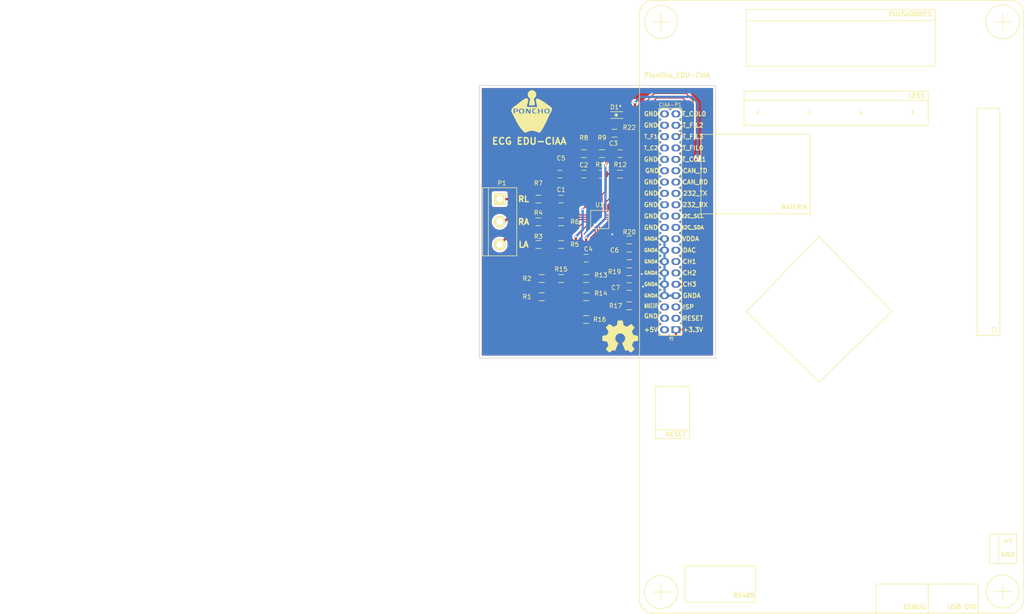
<source format=kicad_pcb>
(kicad_pcb (version 4) (host pcbnew 4.0.3+e1-6302~38~ubuntu16.04.1-stable)

  (general
    (links 63)
    (no_connects 0)
    (area 127.432999 45.644999 180.415001 106.755001)
    (thickness 1.6)
    (drawings 11)
    (tracks 194)
    (zones 0)
    (modules 37)
    (nets 59)
  )

  (page A4)
  (title_block
    (title "ECG CIAA")
    (date 17/08/16)
    (rev V1)
    (company "Autor: Jorge Fonseca")
    (comment 1 "Licencia: https://creativecommons.org/licenses/by-sa/3.0/legalcode")
  )

  (layers
    (0 F.Cu signal)
    (31 B.Cu signal)
    (32 B.Adhes user)
    (33 F.Adhes user)
    (34 B.Paste user)
    (35 F.Paste user)
    (36 B.SilkS user)
    (37 F.SilkS user)
    (38 B.Mask user)
    (39 F.Mask user)
    (40 Dwgs.User user)
    (41 Cmts.User user)
    (42 Eco1.User user)
    (43 Eco2.User user)
    (44 Edge.Cuts user)
    (45 Margin user)
    (46 B.CrtYd user)
    (47 F.CrtYd user)
    (48 B.Fab user)
    (49 F.Fab user)
  )

  (setup
    (last_trace_width 0.508)
    (trace_clearance 0.2)
    (zone_clearance 0.508)
    (zone_45_only yes)
    (trace_min 0.2)
    (segment_width 0.2)
    (edge_width 0.15)
    (via_size 0.6)
    (via_drill 0.4)
    (via_min_size 0.4)
    (via_min_drill 0.3)
    (uvia_size 0.3)
    (uvia_drill 0.1)
    (uvias_allowed no)
    (uvia_min_size 0)
    (uvia_min_drill 0)
    (pcb_text_width 0.3)
    (pcb_text_size 1.5 1.5)
    (mod_edge_width 0.15)
    (mod_text_size 1 1)
    (mod_text_width 0.15)
    (pad_size 1.524 1.524)
    (pad_drill 0.762)
    (pad_to_mask_clearance 0.2)
    (aux_axis_origin 127.508 106.68)
    (grid_origin 154.432 75.692)
    (visible_elements FFFFFF7F)
    (pcbplotparams
      (layerselection 0x00030_80000001)
      (usegerberextensions false)
      (excludeedgelayer true)
      (linewidth 0.100000)
      (plotframeref false)
      (viasonmask false)
      (mode 1)
      (useauxorigin false)
      (hpglpennumber 1)
      (hpglpenspeed 20)
      (hpglpendiameter 15)
      (hpglpenoverlay 2)
      (psnegative false)
      (psa4output false)
      (plotreference true)
      (plotvalue true)
      (plotinvisibletext false)
      (padsonsilk false)
      (subtractmaskfromsilk false)
      (outputformat 1)
      (mirror false)
      (drillshape 0)
      (scaleselection 1)
      (outputdirectory Gerbers/))
  )

  (net 0 "")
  (net 1 "Net-(C1-Pad1)")
  (net 2 "Net-(C1-Pad2)")
  (net 3 "Net-(C2-Pad1)")
  (net 4 "Net-(C3-Pad1)")
  (net 5 "Net-(C4-Pad1)")
  (net 6 "Net-(C4-Pad2)")
  (net 7 "Net-(C5-Pad2)")
  (net 8 "Net-(D1-Pad2)")
  (net 9 "Net-(F1-Pad1)")
  (net 10 "Net-(F2-Pad1)")
  (net 11 "Net-(F3-Pad1)")
  (net 12 "Net-(F4-Pad1)")
  (net 13 /RA)
  (net 14 /LA)
  (net 15 "Net-(P2-Pad2)")
  (net 16 "Net-(P2-Pad11)")
  (net 17 "Net-(P2-Pad4)")
  (net 18 "Net-(P2-Pad13)")
  (net 19 "Net-(P2-Pad6)")
  (net 20 "Net-(P2-Pad15)")
  (net 21 "Net-(P2-Pad17)")
  (net 22 "Net-(P2-Pad19)")
  (net 23 "Net-(P2-Pad21)")
  (net 24 "Net-(P2-Pad23)")
  (net 25 "Net-(P2-Pad25)")
  (net 26 "Net-(P2-Pad27)")
  (net 27 "Net-(P2-Pad20)")
  (net 28 "Net-(P2-Pad29)")
  (net 29 "Net-(P2-Pad22)")
  (net 30 "Net-(P2-Pad31)")
  (net 31 "Net-(P2-Pad24)")
  (net 32 "Net-(P2-Pad26)")
  (net 33 /SDN)
  (net 34 "Net-(P2-Pad28)")
  (net 35 "Net-(P2-Pad32)")
  (net 36 "Net-(P2-Pad34)")
  (net 37 "Net-(P2-Pad36)")
  (net 38 "Net-(P2-Pad38)")
  (net 39 /LO+)
  (net 40 /LO-)
  (net 41 "Net-(P2-Pad3)")
  (net 42 "Net-(P2-Pad5)")
  (net 43 "Net-(P2-Pad39)")
  (net 44 "Net-(P2-Pad40)")
  (net 45 "Net-(P2-Pad30)")
  (net 46 "Net-(R1-Pad1)")
  (net 47 "Net-(R5-Pad1)")
  (net 48 "Net-(R6-Pad1)")
  (net 49 "Net-(R14-Pad2)")
  (net 50 "Net-(R11-Pad2)")
  (net 51 "Net-(R13-Pad1)")
  (net 52 "Net-(R19-Pad2)")
  (net 53 +3.3V)
  (net 54 GNDA)
  (net 55 "Net-(C2-Pad2)")
  (net 56 /OUT)
  (net 57 /RL)
  (net 58 "Net-(C7-Pad1)")

  (net_class Default "This is the default net class."
    (clearance 0.2)
    (trace_width 0.508)
    (via_dia 0.6)
    (via_drill 0.4)
    (uvia_dia 0.3)
    (uvia_drill 0.1)
    (add_net +3.3V)
    (add_net /LA)
    (add_net /LO+)
    (add_net /LO-)
    (add_net /OUT)
    (add_net /RA)
    (add_net /RL)
    (add_net /SDN)
    (add_net GNDA)
    (add_net "Net-(C1-Pad1)")
    (add_net "Net-(C1-Pad2)")
    (add_net "Net-(C2-Pad1)")
    (add_net "Net-(C2-Pad2)")
    (add_net "Net-(C3-Pad1)")
    (add_net "Net-(C4-Pad1)")
    (add_net "Net-(C4-Pad2)")
    (add_net "Net-(C5-Pad2)")
    (add_net "Net-(C7-Pad1)")
    (add_net "Net-(D1-Pad2)")
    (add_net "Net-(F1-Pad1)")
    (add_net "Net-(F2-Pad1)")
    (add_net "Net-(F3-Pad1)")
    (add_net "Net-(F4-Pad1)")
    (add_net "Net-(P2-Pad11)")
    (add_net "Net-(P2-Pad13)")
    (add_net "Net-(P2-Pad15)")
    (add_net "Net-(P2-Pad17)")
    (add_net "Net-(P2-Pad19)")
    (add_net "Net-(P2-Pad2)")
    (add_net "Net-(P2-Pad20)")
    (add_net "Net-(P2-Pad21)")
    (add_net "Net-(P2-Pad22)")
    (add_net "Net-(P2-Pad23)")
    (add_net "Net-(P2-Pad24)")
    (add_net "Net-(P2-Pad25)")
    (add_net "Net-(P2-Pad26)")
    (add_net "Net-(P2-Pad27)")
    (add_net "Net-(P2-Pad28)")
    (add_net "Net-(P2-Pad29)")
    (add_net "Net-(P2-Pad3)")
    (add_net "Net-(P2-Pad30)")
    (add_net "Net-(P2-Pad31)")
    (add_net "Net-(P2-Pad32)")
    (add_net "Net-(P2-Pad34)")
    (add_net "Net-(P2-Pad36)")
    (add_net "Net-(P2-Pad38)")
    (add_net "Net-(P2-Pad39)")
    (add_net "Net-(P2-Pad4)")
    (add_net "Net-(P2-Pad40)")
    (add_net "Net-(P2-Pad5)")
    (add_net "Net-(P2-Pad6)")
    (add_net "Net-(R1-Pad1)")
    (add_net "Net-(R11-Pad2)")
    (add_net "Net-(R13-Pad1)")
    (add_net "Net-(R14-Pad2)")
    (add_net "Net-(R19-Pad2)")
    (add_net "Net-(R5-Pad1)")
    (add_net "Net-(R6-Pad1)")
  )

  (module ECG:R_0805 (layer F.Cu) (tedit 57B7B32E) (tstamp 579E6A21)
    (at 150.876 60.96)
    (descr "Resistor SMD 0805, reflow soldering, Vishay (see dcrcw.pdf)")
    (tags "resistor 0805")
    (path /579AA559)
    (attr smd)
    (fp_text reference R8 (at 0 -3.556) (layer F.SilkS)
      (effects (font (size 1 1) (thickness 0.15)))
    )
    (fp_text value 1M (at 0 -1.778) (layer F.Fab)
      (effects (font (size 1 1) (thickness 0.15)))
    )
    (fp_line (start -1.6 -1) (end 1.6 -1) (layer F.CrtYd) (width 0.05))
    (fp_line (start -1.6 1) (end 1.6 1) (layer F.CrtYd) (width 0.05))
    (fp_line (start -1.6 -1) (end -1.6 1) (layer F.CrtYd) (width 0.05))
    (fp_line (start 1.6 -1) (end 1.6 1) (layer F.CrtYd) (width 0.05))
    (fp_line (start 0.6 0.875) (end -0.6 0.875) (layer F.SilkS) (width 0.15))
    (fp_line (start -0.6 -0.875) (end 0.6 -0.875) (layer F.SilkS) (width 0.15))
    (pad 1 smd rect (at -0.95 0) (size 0.7 1.3) (layers F.Cu F.Paste F.Mask)
      (net 3 "Net-(C2-Pad1)"))
    (pad 2 smd rect (at 0.95 0) (size 0.7 1.3) (layers F.Cu F.Paste F.Mask)
      (net 4 "Net-(C3-Pad1)"))
    (model Resistors_SMD.3dshapes/R_0805.wrl
      (at (xyz 0 0 0))
      (scale (xyz 1 1 1))
      (rotate (xyz 0 0 0))
    )
  )

  (module ECG:LFCSP_WQ (layer F.Cu) (tedit 57BB7BCA) (tstamp 579E6AC2)
    (at 154.432 75.692 180)
    (path /57B63399)
    (fp_text reference U1 (at 0 3.302 180) (layer F.SilkS)
      (effects (font (size 1 1) (thickness 0.15)))
    )
    (fp_text value AD8232 (at -0.254 -4.572 180) (layer F.Fab)
      (effects (font (size 1 1) (thickness 0.15)))
    )
    (fp_circle (center 1.27 -1.016) (end 1.27 -1.143) (layer F.SilkS) (width 0.1))
    (fp_line (start 2.032 -2.032) (end 2.032 2.032) (layer F.SilkS) (width 0.15))
    (fp_line (start 2.032 2.032) (end -2.032 2.032) (layer F.SilkS) (width 0.15))
    (fp_line (start -2.032 2.032) (end -2.032 -2.032) (layer F.SilkS) (width 0.15))
    (fp_line (start -2.032 -2.032) (end 2.032 -2.032) (layer F.SilkS) (width 0.15))
    (pad 1 smd rect (at 1.778 -1.016 180) (size 0.4 0.25) (layers F.Cu F.Paste F.Mask)
      (net 6 "Net-(C4-Pad2)"))
    (pad 2 smd rect (at 1.778 -0.508 180) (size 0.4 0.25) (layers F.Cu F.Paste F.Mask)
      (net 47 "Net-(R5-Pad1)"))
    (pad 3 smd rect (at 1.778 0 180) (size 0.4 0.25) (layers F.Cu F.Paste F.Mask)
      (net 48 "Net-(R6-Pad1)"))
    (pad 4 smd rect (at 1.778 0.508 180) (size 0.4 0.25) (layers F.Cu F.Paste F.Mask)
      (net 1 "Net-(C1-Pad1)"))
    (pad 5 smd rect (at 1.778 1.016 180) (size 0.4 0.25) (layers F.Cu F.Paste F.Mask)
      (net 2 "Net-(C1-Pad2)"))
    (pad 6 smd rect (at 1.016 1.778 270) (size 0.4 0.25) (layers F.Cu F.Paste F.Mask)
      (net 7 "Net-(C5-Pad2)"))
    (pad 7 smd rect (at 0.508 1.778 270) (size 0.4 0.25) (layers F.Cu F.Paste F.Mask)
      (net 3 "Net-(C2-Pad1)"))
    (pad 8 smd rect (at 0 1.778 270) (size 0.4 0.25) (layers F.Cu F.Paste F.Mask)
      (net 55 "Net-(C2-Pad2)"))
    (pad 9 smd rect (at -0.508 1.778 270) (size 0.4 0.25) (layers F.Cu F.Paste F.Mask)
      (net 50 "Net-(R11-Pad2)"))
    (pad 10 smd rect (at -1.016 1.778 270) (size 0.4 0.25) (layers F.Cu F.Paste F.Mask)
      (net 56 /OUT))
    (pad 11 smd rect (at -1.778 1.016 180) (size 0.4 0.25) (layers F.Cu F.Paste F.Mask)
      (net 40 /LO-))
    (pad 12 smd rect (at -1.778 0.508 180) (size 0.4 0.25) (layers F.Cu F.Paste F.Mask)
      (net 39 /LO+))
    (pad 13 smd rect (at -1.778 0 180) (size 0.4 0.25) (layers F.Cu F.Paste F.Mask)
      (net 33 /SDN))
    (pad 14 smd rect (at -1.778 -0.508 180) (size 0.4 0.25) (layers F.Cu F.Paste F.Mask)
      (net 52 "Net-(R19-Pad2)"))
    (pad 15 smd rect (at -1.778 -1.016 180) (size 0.4 0.25) (layers F.Cu F.Paste F.Mask)
      (net 53 +3.3V))
    (pad 16 smd rect (at -1.016 -1.778 270) (size 0.4 0.25) (layers F.Cu F.Paste F.Mask)
      (net 54 GNDA))
    (pad 17 smd rect (at -0.508 -1.778 270) (size 0.4 0.25) (layers F.Cu F.Paste F.Mask)
      (net 53 +3.3V))
    (pad 18 smd rect (at 0 -1.778 270) (size 0.4 0.25) (layers F.Cu F.Paste F.Mask)
      (net 58 "Net-(C7-Pad1)"))
    (pad 19 smd rect (at 0.508 -1.778 270) (size 0.4 0.25) (layers F.Cu F.Paste F.Mask)
      (net 49 "Net-(R14-Pad2)"))
    (pad 20 smd rect (at 1.016 -1.778 270) (size 0.4 0.25) (layers F.Cu F.Paste F.Mask)
      (net 5 "Net-(C4-Pad1)"))
    (model "${KIPRJMOD}/home/jorge/Escritorio/ECG CIAA/ECG.3dshapes/User Library-LFCSP-20.wrl"
      (at (xyz 0 -0.95 0))
      (scale (xyz 0.395 0.395 0.395))
      (rotate (xyz 0 0 0))
    )
  )

  (module ECG:Plantilla_EDU-CIAA (layer F.Cu) (tedit 57A3D690) (tstamp 579E7328)
    (at 171.45 100.33 180)
    (tags "plantilla poncho EDU CIAA")
    (fp_text reference MP? (at 2.54 -2.032 180) (layer F.SilkS) hide
      (effects (font (size 0.8 0.8) (thickness 0.12)))
    )
    (fp_text value Plantilla_EDU-CIAA (at -0.254 56.896 180) (layer F.SilkS)
      (effects (font (size 1.016 1.016) (thickness 0.2032)))
    )
    (fp_circle (center -71.12 0) (end -70.612 0) (layer F.SilkS) (width 0.15))
    (fp_line (start -30.099 48.641) (end -30.226 48.641) (layer F.SilkS) (width 0.15))
    (fp_line (start -29.845 48.641) (end -30.099 48.641) (layer F.SilkS) (width 0.15))
    (fp_line (start -29.845 48.641) (end -29.464 48.641) (layer F.SilkS) (width 0.15))
    (fp_line (start -29.845 48.641) (end -29.845 49.149) (layer F.SilkS) (width 0.15))
    (fp_line (start -29.845 48.641) (end -29.845 48.006) (layer F.SilkS) (width 0.15))
    (fp_line (start -52.959 48.133) (end -52.959 48.006) (layer F.SilkS) (width 0.15))
    (fp_line (start -52.959 48.641) (end -53.34 48.641) (layer F.SilkS) (width 0.15))
    (fp_line (start -52.959 48.641) (end -52.578 48.641) (layer F.SilkS) (width 0.15))
    (fp_line (start -52.959 48.641) (end -52.959 49.149) (layer F.SilkS) (width 0.15))
    (fp_line (start -52.959 48.641) (end -52.959 48.133) (layer F.SilkS) (width 0.15))
    (fp_line (start -41.656 48.641) (end -41.783 48.641) (layer F.SilkS) (width 0.15))
    (fp_line (start -41.402 48.641) (end -41.656 48.641) (layer F.SilkS) (width 0.15))
    (fp_line (start -41.402 48.641) (end -41.021 48.641) (layer F.SilkS) (width 0.15))
    (fp_line (start -41.402 48.641) (end -41.402 49.149) (layer F.SilkS) (width 0.15))
    (fp_line (start -41.402 48.641) (end -41.402 48.006) (layer F.SilkS) (width 0.15))
    (fp_line (start -18.288 48.641) (end -18.669 48.641) (layer F.SilkS) (width 0.15))
    (fp_line (start -18.288 48.641) (end -17.907 48.641) (layer F.SilkS) (width 0.15))
    (fp_line (start -18.288 48.641) (end -18.288 49.149) (layer F.SilkS) (width 0.15))
    (fp_line (start -18.288 48.641) (end -18.288 48.006) (layer F.SilkS) (width 0.15))
    (fp_line (start -73.025 68.834) (end -74.93 68.834) (layer F.SilkS) (width 0.15))
    (fp_line (start -73.025 68.834) (end -71.12 68.834) (layer F.SilkS) (width 0.15))
    (fp_line (start -73.025 68.834) (end -73.025 70.739) (layer F.SilkS) (width 0.15))
    (fp_line (start -73.025 68.834) (end -73.025 66.929) (layer F.SilkS) (width 0.15))
    (fp_circle (center -73.025 68.834) (end -72.136 65.151) (layer F.SilkS) (width 0.15))
    (fp_circle (center 3.302 68.834) (end 6.858 69.85) (layer F.SilkS) (width 0.15))
    (fp_line (start 3.302 68.834) (end 5.207 68.834) (layer F.SilkS) (width 0.15))
    (fp_line (start 3.302 68.834) (end 1.397 68.834) (layer F.SilkS) (width 0.15))
    (fp_line (start 3.302 68.834) (end 3.302 70.739) (layer F.SilkS) (width 0.15))
    (fp_line (start 3.302 68.834) (end 3.302 66.929) (layer F.SilkS) (width 0.15))
    (fp_line (start 3.302 -58.674) (end 1.397 -58.674) (layer F.SilkS) (width 0.15))
    (fp_line (start 3.302 -58.674) (end 5.207 -58.674) (layer F.SilkS) (width 0.15))
    (fp_line (start 3.302 -58.674) (end 3.302 -56.769) (layer F.SilkS) (width 0.15))
    (fp_line (start 3.302 -58.674) (end 3.302 -60.579) (layer F.SilkS) (width 0.15))
    (fp_circle (center 3.302 -58.674) (end 6.731 -57.277) (layer F.SilkS) (width 0.15))
    (fp_circle (center -73.025 -58.547) (end -69.469 -59.563) (layer F.SilkS) (width 0.15))
    (fp_line (start -73.025 -58.547) (end -74.93 -58.547) (layer F.SilkS) (width 0.15))
    (fp_line (start -73.025 -58.547) (end -71.12 -58.547) (layer F.SilkS) (width 0.15))
    (fp_line (start -73.025 -58.547) (end -73.025 -56.642) (layer F.SilkS) (width 0.15))
    (fp_line (start -73.025 -58.547) (end -73.025 -60.452) (layer F.SilkS) (width 0.15))
    (fp_circle (center 0 0) (end 0.508 0) (layer F.SilkS) (width 0.15))
    (fp_line (start -72.136 -45.72) (end -70.104 -45.72) (layer F.SilkS) (width 0.15))
    (fp_line (start -70.104 -45.72) (end -70.104 -52.324) (layer F.SilkS) (width 0.15))
    (fp_line (start -70.104 -52.324) (end -72.136 -52.324) (layer F.SilkS) (width 0.15))
    (fp_text user GND (at -74.168 -50.292 180) (layer F.SilkS)
      (effects (font (size 1 1) (thickness 0.2)))
    )
    (fp_text user +V (at -74.168 -47.244 180) (layer F.SilkS)
      (effects (font (size 1 1) (thickness 0.2)))
    )
    (fp_line (start -76.2 -45.72) (end -72.136 -45.72) (layer F.SilkS) (width 0.15))
    (fp_line (start -72.136 -45.72) (end -72.136 -52.324) (layer F.SilkS) (width 0.15))
    (fp_line (start -72.136 -52.324) (end -76.2 -52.324) (layer F.SilkS) (width 0.15))
    (fp_line (start -76.2 -52.324) (end -76.2 -45.72) (layer F.SilkS) (width 0.15))
    (fp_text user DEBUG (at -53.34 -61.976 180) (layer F.SilkS)
      (effects (font (size 1 1) (thickness 0.2)))
    )
    (fp_text user "USB OTG" (at -64.008 -61.976 180) (layer F.SilkS)
      (effects (font (size 1 1) (thickness 0.2)))
    )
    (fp_line (start -56.388 -56.896) (end -56.388 -63.5) (layer F.SilkS) (width 0.15))
    (fp_line (start -44.704 -62.992) (end -44.704 -63.5) (layer F.SilkS) (width 0.15))
    (fp_line (start -67.564 -56.896) (end -67.564 -62.992) (layer F.SilkS) (width 0.15))
    (fp_line (start -67.564 -62.992) (end -67.564 -63.5) (layer F.SilkS) (width 0.15))
    (fp_line (start -44.704 -62.992) (end -44.704 -56.896) (layer F.SilkS) (width 0.15))
    (fp_line (start -44.704 -56.896) (end -59.436 -56.896) (layer F.SilkS) (width 0.15))
    (fp_line (start -67.564 -56.896) (end -59.436 -56.896) (layer F.SilkS) (width 0.15))
    (fp_text user RS485 (at -15.24 -59.436 180) (layer F.SilkS)
      (effects (font (size 1 1) (thickness 0.2)))
    )
    (fp_line (start -17.78 -52.832) (end -2.032 -52.832) (layer F.SilkS) (width 0.15))
    (fp_line (start -2.032 -52.832) (end -2.032 -60.96) (layer F.SilkS) (width 0.15))
    (fp_line (start -2.032 -60.96) (end -17.78 -60.96) (layer F.SilkS) (width 0.15))
    (fp_line (start -17.78 -60.96) (end -17.78 -52.832) (layer F.SilkS) (width 0.15))
    (fp_line (start -32.004 20.828) (end -48.26 4.064) (layer F.SilkS) (width 0.15))
    (fp_line (start -48.26 4.064) (end -32.004 -11.684) (layer F.SilkS) (width 0.15))
    (fp_line (start -32.004 -11.684) (end -15.748 4.064) (layer F.SilkS) (width 0.15))
    (fp_line (start -15.748 4.064) (end -32.004 20.828) (layer F.SilkS) (width 0.15))
    (fp_text user RESET (at 0 -23.368 180) (layer F.SilkS)
      (effects (font (size 1 1) (thickness 0.2)))
    )
    (fp_line (start -57.912 71.628) (end -57.912 69.088) (layer F.SilkS) (width 0.15))
    (fp_line (start -57.912 71.628) (end -15.748 71.628) (layer F.SilkS) (width 0.15))
    (fp_line (start -15.748 71.628) (end -15.748 69.088) (layer F.SilkS) (width 0.15))
    (fp_line (start -57.912 69.088) (end -15.748 69.088) (layer F.SilkS) (width 0.15))
    (fp_line (start -56.388 53.34) (end -56.388 51.308) (layer F.SilkS) (width 0.15))
    (fp_line (start -56.388 53.34) (end -15.24 53.34) (layer F.SilkS) (width 0.15))
    (fp_line (start -15.24 53.34) (end -15.24 51.308) (layer F.SilkS) (width 0.15))
    (fp_line (start 4.572 -22.352) (end -3.048 -22.352) (layer F.SilkS) (width 0.15))
    (fp_line (start -3.048 -12.7) (end 4.572 -12.7) (layer F.SilkS) (width 0.15))
    (fp_line (start 4.572 -12.7) (end 4.572 -24.384) (layer F.SilkS) (width 0.15))
    (fp_line (start 4.572 -24.384) (end -3.048 -24.384) (layer F.SilkS) (width 0.15))
    (fp_line (start -3.048 -24.384) (end -3.048 -12.7) (layer F.SilkS) (width 0.15))
    (fp_text user BATERIA (at -26.416 27.432 180) (layer F.SilkS)
      (effects (font (size 1 1) (thickness 0.2)))
    )
    (fp_line (start -29.972 43.688) (end -5.588 43.688) (layer F.SilkS) (width 0.15))
    (fp_line (start -5.588 43.688) (end -5.588 25.908) (layer F.SilkS) (width 0.15))
    (fp_line (start -5.588 25.908) (end -29.972 25.908) (layer F.SilkS) (width 0.15))
    (fp_line (start -29.972 25.908) (end -29.972 43.688) (layer F.SilkS) (width 0.15))
    (fp_text user LEDS (at -53.848 52.324 180) (layer F.SilkS)
      (effects (font (size 1 1) (thickness 0.2)))
    )
    (fp_line (start -56.388 51.308) (end -15.24 51.308) (layer F.SilkS) (width 0.15))
    (fp_line (start -15.24 51.308) (end -15.24 45.72) (layer F.SilkS) (width 0.15))
    (fp_line (start -15.24 45.72) (end -56.388 45.72) (layer F.SilkS) (width 0.15))
    (fp_line (start -56.388 45.72) (end -56.388 51.308) (layer F.SilkS) (width 0.15))
    (fp_text user PULSADORES (at -52.324 70.612 180) (layer F.SilkS)
      (effects (font (size 1 1) (thickness 0.2)))
    )
    (fp_line (start -15.748 69.596) (end -15.748 58.928) (layer F.SilkS) (width 0.15))
    (fp_line (start -15.748 58.928) (end -57.912 58.928) (layer F.SilkS) (width 0.15))
    (fp_line (start -57.912 58.928) (end -57.912 69.596) (layer F.SilkS) (width 0.15))
    (fp_line (start -77.724 49.276) (end -77.724 -1.27) (layer F.SilkS) (width 0.15))
    (fp_arc (start -74.803 70.739) (end -74.93 73.66) (angle 90) (layer F.SilkS) (width 0.15))
    (fp_arc (start 5.08 70.612) (end 8.128 70.485) (angle 90) (layer F.SilkS) (width 0.15))
    (fp_arc (start 5.207 -60.452) (end 5.207 -63.373) (angle 90) (layer F.SilkS) (width 0.15))
    (fp_line (start -77.724 -60.706) (end -77.724 -56.769) (layer F.SilkS) (width 0.15))
    (fp_line (start -72.263 -63.373) (end -74.295 -63.373) (layer F.SilkS) (width 0.15))
    (fp_arc (start -74.676 -60.325) (end -77.724 -60.706) (angle 90) (layer F.SilkS) (width 0.15))
    (fp_line (start 5.461 -63.373) (end 4.826 -63.373) (layer F.SilkS) (width 0.15))
    (fp_line (start 8.128 -60.579) (end 8.128 -60.706) (layer F.SilkS) (width 0.15))
    (fp_line (start 8.128 -60.706) (end 8.128 -60.452) (layer F.SilkS) (width 0.15))
    (fp_line (start 3.937 -63.373) (end 4.826 -63.373) (layer F.SilkS) (width 0.15))
    (fp_line (start 0 -63.373) (end 3.937 -63.373) (layer F.SilkS) (width 0.15))
    (fp_line (start 8.128 -58.293) (end 8.128 -60.579) (layer F.SilkS) (width 0.15))
    (fp_line (start 0 -63.373) (end -8.636 -63.373) (layer F.SilkS) (width 0.15))
    (fp_line (start -8.636 -63.373) (end -72.136 -63.373) (layer F.SilkS) (width 0.15))
    (fp_line (start -77.724 -1.27) (end -77.724 -56.769) (layer F.SilkS) (width 0.15))
    (fp_line (start 8.128 -1.27) (end 8.128 -10.16) (layer F.SilkS) (width 0.15))
    (fp_line (start 8.128 -10.16) (end 8.128 -27.432) (layer F.SilkS) (width 0.15))
    (fp_line (start 8.128 -27.432) (end 8.128 -48.26) (layer F.SilkS) (width 0.15))
    (fp_line (start 8.128 -48.26) (end 8.128 -55.499) (layer F.SilkS) (width 0.15))
    (fp_line (start 8.128 -55.499) (end 8.128 -58.293) (layer F.SilkS) (width 0.15))
    (fp_line (start -77.724 70.612) (end -77.724 70.104) (layer F.SilkS) (width 0.15))
    (fp_line (start -74.422 73.66) (end -74.93 73.66) (layer F.SilkS) (width 0.15))
    (fp_line (start -73.025 73.66) (end -74.422 73.66) (layer F.SilkS) (width 0.15))
    (fp_line (start -77.724 67.056) (end -77.724 70.104) (layer F.SilkS) (width 0.15))
    (fp_line (start 3.302 73.66) (end 5.207 73.66) (layer F.SilkS) (width 0.15))
    (fp_line (start 8.128 66.802) (end 8.128 70.485) (layer F.SilkS) (width 0.15))
    (fp_line (start 8.128 49.403) (end 8.128 66.802) (layer F.SilkS) (width 0.15))
    (fp_line (start -77.724 49.403) (end -77.724 67.056) (layer F.SilkS) (width 0.15))
    (fp_line (start 3.302 73.66) (end -73.025 73.66) (layer F.SilkS) (width 0.15))
    (fp_line (start 8.128 0) (end 8.128 -1.27) (layer F.SilkS) (width 0.15))
    (fp_line (start 8.128 0) (end 8.128 49.53) (layer F.SilkS) (width 0.15))
    (fp_line (start -72.39 0) (end -72.39 -1.27) (layer F.SilkS) (width 0.15))
    (fp_line (start -72.39 -1.27) (end -67.31 -1.27) (layer F.SilkS) (width 0.15))
    (fp_line (start -67.31 -1.27) (end -67.31 49.53) (layer F.SilkS) (width 0.15))
    (fp_line (start -67.31 49.53) (end -72.39 49.53) (layer F.SilkS) (width 0.15))
    (fp_line (start -72.39 49.53) (end -72.39 0) (layer F.SilkS) (width 0.15))
    (fp_line (start -1.27 49.53) (end -1.27 -1.27) (layer F.SilkS) (width 0.15))
    (fp_line (start 3.81 49.53) (end 3.81 -1.27) (layer F.SilkS) (width 0.15))
    (fp_line (start 3.81 49.53) (end -1.27 49.53) (layer F.SilkS) (width 0.15))
    (fp_line (start 3.81 -1.27) (end -1.27 -1.27) (layer F.SilkS) (width 0.15))
  )

  (module ECG:C_0805 (layer F.Cu) (tedit 5415D6EA) (tstamp 579E6881)
    (at 145.796 71.12)
    (descr "Capacitor SMD 0805, reflow soldering, AVX (see smccp.pdf)")
    (tags "capacitor 0805")
    (path /579AA1C0)
    (attr smd)
    (fp_text reference C1 (at 0 -2.1) (layer F.SilkS)
      (effects (font (size 1 1) (thickness 0.15)))
    )
    (fp_text value 1nF (at 0 2.1) (layer F.Fab)
      (effects (font (size 1 1) (thickness 0.15)))
    )
    (fp_line (start -1.8 -1) (end 1.8 -1) (layer F.CrtYd) (width 0.05))
    (fp_line (start -1.8 1) (end 1.8 1) (layer F.CrtYd) (width 0.05))
    (fp_line (start -1.8 -1) (end -1.8 1) (layer F.CrtYd) (width 0.05))
    (fp_line (start 1.8 -1) (end 1.8 1) (layer F.CrtYd) (width 0.05))
    (fp_line (start 0.5 -0.85) (end -0.5 -0.85) (layer F.SilkS) (width 0.15))
    (fp_line (start -0.5 0.85) (end 0.5 0.85) (layer F.SilkS) (width 0.15))
    (pad 1 smd rect (at -1 0) (size 1 1.25) (layers F.Cu F.Paste F.Mask)
      (net 1 "Net-(C1-Pad1)"))
    (pad 2 smd rect (at 1 0) (size 1 1.25) (layers F.Cu F.Paste F.Mask)
      (net 2 "Net-(C1-Pad2)"))
    (model Capacitors_SMD.3dshapes/C_0805.wrl
      (at (xyz 0 0 0))
      (scale (xyz 1 1 1))
      (rotate (xyz 0 0 0))
    )
  )

  (module ECG:C_0805 (layer F.Cu) (tedit 57B7B349) (tstamp 579E688D)
    (at 150.876 65.532)
    (descr "Capacitor SMD 0805, reflow soldering, AVX (see smccp.pdf)")
    (tags "capacitor 0805")
    (path /579C0A92)
    (attr smd)
    (fp_text reference C2 (at 0 -2.032) (layer F.SilkS)
      (effects (font (size 1 1) (thickness 0.15)))
    )
    (fp_text value 10nF (at 0 2.54) (layer F.Fab)
      (effects (font (size 1 1) (thickness 0.15)))
    )
    (fp_line (start -1.8 -1) (end 1.8 -1) (layer F.CrtYd) (width 0.05))
    (fp_line (start -1.8 1) (end 1.8 1) (layer F.CrtYd) (width 0.05))
    (fp_line (start -1.8 -1) (end -1.8 1) (layer F.CrtYd) (width 0.05))
    (fp_line (start 1.8 -1) (end 1.8 1) (layer F.CrtYd) (width 0.05))
    (fp_line (start 0.5 -0.85) (end -0.5 -0.85) (layer F.SilkS) (width 0.15))
    (fp_line (start -0.5 0.85) (end 0.5 0.85) (layer F.SilkS) (width 0.15))
    (pad 1 smd rect (at -1 0) (size 1 1.25) (layers F.Cu F.Paste F.Mask)
      (net 3 "Net-(C2-Pad1)"))
    (pad 2 smd rect (at 1 0) (size 1 1.25) (layers F.Cu F.Paste F.Mask)
      (net 55 "Net-(C2-Pad2)"))
    (model Capacitors_SMD.3dshapes/C_0805.wrl
      (at (xyz 0 0 0))
      (scale (xyz 1 1 1))
      (rotate (xyz 0 0 0))
    )
  )

  (module ECG:C_0805 (layer F.Cu) (tedit 57B7B380) (tstamp 579E6899)
    (at 159.004 60.96)
    (descr "Capacitor SMD 0805, reflow soldering, AVX (see smccp.pdf)")
    (tags "capacitor 0805")
    (path /579AC8D1)
    (attr smd)
    (fp_text reference C3 (at -1.524 -2.286) (layer F.SilkS)
      (effects (font (size 1 1) (thickness 0.15)))
    )
    (fp_text value 1.5nF (at 1.778 -1.778) (layer F.Fab)
      (effects (font (size 1 1) (thickness 0.15)))
    )
    (fp_line (start -1.8 -1) (end 1.8 -1) (layer F.CrtYd) (width 0.05))
    (fp_line (start -1.8 1) (end 1.8 1) (layer F.CrtYd) (width 0.05))
    (fp_line (start -1.8 -1) (end -1.8 1) (layer F.CrtYd) (width 0.05))
    (fp_line (start 1.8 -1) (end 1.8 1) (layer F.CrtYd) (width 0.05))
    (fp_line (start 0.5 -0.85) (end -0.5 -0.85) (layer F.SilkS) (width 0.15))
    (fp_line (start -0.5 0.85) (end 0.5 0.85) (layer F.SilkS) (width 0.15))
    (pad 1 smd rect (at -1 0) (size 1 1.25) (layers F.Cu F.Paste F.Mask)
      (net 4 "Net-(C3-Pad1)"))
    (pad 2 smd rect (at 1 0) (size 1 1.25) (layers F.Cu F.Paste F.Mask)
      (net 56 /OUT))
    (model Capacitors_SMD.3dshapes/C_0805.wrl
      (at (xyz 0 0 0))
      (scale (xyz 1 1 1))
      (rotate (xyz 0 0 0))
    )
  )

  (module ECG:C_0805 (layer F.Cu) (tedit 57B7B2D3) (tstamp 579E68A5)
    (at 151.384 84.328 180)
    (descr "Capacitor SMD 0805, reflow soldering, AVX (see smccp.pdf)")
    (tags "capacitor 0805")
    (path /579AA4B4)
    (attr smd)
    (fp_text reference C4 (at -0.508 2.032 180) (layer F.SilkS)
      (effects (font (size 1 1) (thickness 0.15)))
    )
    (fp_text value 0.33uF (at -0.762 -2.032 180) (layer F.Fab)
      (effects (font (size 1 1) (thickness 0.15)))
    )
    (fp_line (start -1.8 -1) (end 1.8 -1) (layer F.CrtYd) (width 0.05))
    (fp_line (start -1.8 1) (end 1.8 1) (layer F.CrtYd) (width 0.05))
    (fp_line (start -1.8 -1) (end -1.8 1) (layer F.CrtYd) (width 0.05))
    (fp_line (start 1.8 -1) (end 1.8 1) (layer F.CrtYd) (width 0.05))
    (fp_line (start 0.5 -0.85) (end -0.5 -0.85) (layer F.SilkS) (width 0.15))
    (fp_line (start -0.5 0.85) (end 0.5 0.85) (layer F.SilkS) (width 0.15))
    (pad 1 smd rect (at -1 0 180) (size 1 1.25) (layers F.Cu F.Paste F.Mask)
      (net 5 "Net-(C4-Pad1)"))
    (pad 2 smd rect (at 1 0 180) (size 1 1.25) (layers F.Cu F.Paste F.Mask)
      (net 6 "Net-(C4-Pad2)"))
    (model Capacitors_SMD.3dshapes/C_0805.wrl
      (at (xyz 0 0 0))
      (scale (xyz 1 1 1))
      (rotate (xyz 0 0 0))
    )
  )

  (module ECG:C_0805 (layer F.Cu) (tedit 579FCB3C) (tstamp 579E68B1)
    (at 145.542 65.532 180)
    (descr "Capacitor SMD 0805, reflow soldering, AVX (see smccp.pdf)")
    (tags "capacitor 0805")
    (path /579AAA9F)
    (attr smd)
    (fp_text reference C5 (at -0.254 3.556 180) (layer F.SilkS)
      (effects (font (size 1 1) (thickness 0.15)))
    )
    (fp_text value 0.33uF (at 0 2.1 180) (layer F.Fab)
      (effects (font (size 1 1) (thickness 0.15)))
    )
    (fp_line (start -1.8 -1) (end 1.8 -1) (layer F.CrtYd) (width 0.05))
    (fp_line (start -1.8 1) (end 1.8 1) (layer F.CrtYd) (width 0.05))
    (fp_line (start -1.8 -1) (end -1.8 1) (layer F.CrtYd) (width 0.05))
    (fp_line (start 1.8 -1) (end 1.8 1) (layer F.CrtYd) (width 0.05))
    (fp_line (start 0.5 -0.85) (end -0.5 -0.85) (layer F.SilkS) (width 0.15))
    (fp_line (start -0.5 0.85) (end 0.5 0.85) (layer F.SilkS) (width 0.15))
    (pad 1 smd rect (at -1 0 180) (size 1 1.25) (layers F.Cu F.Paste F.Mask)
      (net 55 "Net-(C2-Pad2)"))
    (pad 2 smd rect (at 1 0 180) (size 1 1.25) (layers F.Cu F.Paste F.Mask)
      (net 7 "Net-(C5-Pad2)"))
    (model Capacitors_SMD.3dshapes/C_0805.wrl
      (at (xyz 0 0 0))
      (scale (xyz 1 1 1))
      (rotate (xyz 0 0 0))
    )
  )

  (module ECG:C_0805 (layer F.Cu) (tedit 57B7B2EF) (tstamp 579E68BD)
    (at 161.036 83.82)
    (descr "Capacitor SMD 0805, reflow soldering, AVX (see smccp.pdf)")
    (tags "capacitor 0805")
    (path /579AB618)
    (attr smd)
    (fp_text reference C6 (at -3.302 -1.27) (layer F.SilkS)
      (effects (font (size 1 1) (thickness 0.15)))
    )
    (fp_text value 0.1uF (at -4.064 0.254) (layer F.Fab)
      (effects (font (size 1 1) (thickness 0.15)))
    )
    (fp_line (start -1.8 -1) (end 1.8 -1) (layer F.CrtYd) (width 0.05))
    (fp_line (start -1.8 1) (end 1.8 1) (layer F.CrtYd) (width 0.05))
    (fp_line (start -1.8 -1) (end -1.8 1) (layer F.CrtYd) (width 0.05))
    (fp_line (start 1.8 -1) (end 1.8 1) (layer F.CrtYd) (width 0.05))
    (fp_line (start 0.5 -0.85) (end -0.5 -0.85) (layer F.SilkS) (width 0.15))
    (fp_line (start -0.5 0.85) (end 0.5 0.85) (layer F.SilkS) (width 0.15))
    (pad 1 smd rect (at -1 0) (size 1 1.25) (layers F.Cu F.Paste F.Mask)
      (net 53 +3.3V))
    (pad 2 smd rect (at 1 0) (size 1 1.25) (layers F.Cu F.Paste F.Mask)
      (net 54 GNDA))
    (model Capacitors_SMD.3dshapes/C_0805.wrl
      (at (xyz 0 0 0))
      (scale (xyz 1 1 1))
      (rotate (xyz 0 0 0))
    )
  )

  (module ECG:C_0805 (layer F.Cu) (tedit 57B7B2E7) (tstamp 579E68C9)
    (at 161.036 90.678)
    (descr "Capacitor SMD 0805, reflow soldering, AVX (see smccp.pdf)")
    (tags "capacitor 0805")
    (path /579AB8C5)
    (attr smd)
    (fp_text reference C7 (at -3.048 0.254) (layer F.SilkS)
      (effects (font (size 1 1) (thickness 0.15)))
    )
    (fp_text value 0.1uF (at 0 1.778) (layer F.Fab)
      (effects (font (size 1 1) (thickness 0.15)))
    )
    (fp_line (start -1.8 -1) (end 1.8 -1) (layer F.CrtYd) (width 0.05))
    (fp_line (start -1.8 1) (end 1.8 1) (layer F.CrtYd) (width 0.05))
    (fp_line (start -1.8 -1) (end -1.8 1) (layer F.CrtYd) (width 0.05))
    (fp_line (start 1.8 -1) (end 1.8 1) (layer F.CrtYd) (width 0.05))
    (fp_line (start 0.5 -0.85) (end -0.5 -0.85) (layer F.SilkS) (width 0.15))
    (fp_line (start -0.5 0.85) (end 0.5 0.85) (layer F.SilkS) (width 0.15))
    (pad 1 smd rect (at -1 0) (size 1 1.25) (layers F.Cu F.Paste F.Mask)
      (net 58 "Net-(C7-Pad1)"))
    (pad 2 smd rect (at 1 0) (size 1 1.25) (layers F.Cu F.Paste F.Mask)
      (net 54 GNDA))
    (model Capacitors_SMD.3dshapes/C_0805.wrl
      (at (xyz 0 0 0))
      (scale (xyz 1 1 1))
      (rotate (xyz 0 0 0))
    )
  )

  (module ECG:LED_0805 (layer F.Cu) (tedit 57B7B304) (tstamp 579E68DC)
    (at 157.988 52.324 180)
    (descr "LED 0805 smd package")
    (tags "LED 0805 SMD")
    (path /579D0264)
    (attr smd)
    (fp_text reference D1 (at 0.254 1.778 180) (layer F.SilkS)
      (effects (font (size 1 1) (thickness 0.15)))
    )
    (fp_text value LED (at 0.254 3.556 180) (layer F.Fab)
      (effects (font (size 1 1) (thickness 0.15)))
    )
    (fp_line (start -1.6 0.75) (end 1.1 0.75) (layer F.SilkS) (width 0.15))
    (fp_line (start -1.6 -0.75) (end 1.1 -0.75) (layer F.SilkS) (width 0.15))
    (fp_line (start -0.1 0.15) (end -0.1 -0.1) (layer F.SilkS) (width 0.15))
    (fp_line (start -0.1 -0.1) (end -0.25 0.05) (layer F.SilkS) (width 0.15))
    (fp_line (start -0.35 -0.35) (end -0.35 0.35) (layer F.SilkS) (width 0.15))
    (fp_line (start 0 0) (end 0.35 0) (layer F.SilkS) (width 0.15))
    (fp_line (start -0.35 0) (end 0 -0.35) (layer F.SilkS) (width 0.15))
    (fp_line (start 0 -0.35) (end 0 0.35) (layer F.SilkS) (width 0.15))
    (fp_line (start 0 0.35) (end -0.35 0) (layer F.SilkS) (width 0.15))
    (fp_line (start 1.9 -0.95) (end 1.9 0.95) (layer F.CrtYd) (width 0.05))
    (fp_line (start 1.9 0.95) (end -1.9 0.95) (layer F.CrtYd) (width 0.05))
    (fp_line (start -1.9 0.95) (end -1.9 -0.95) (layer F.CrtYd) (width 0.05))
    (fp_line (start -1.9 -0.95) (end 1.9 -0.95) (layer F.CrtYd) (width 0.05))
    (pad 2 smd rect (at 1.04902 0) (size 1.19888 1.19888) (layers F.Cu F.Paste F.Mask)
      (net 8 "Net-(D1-Pad2)"))
    (pad 1 smd rect (at -1.04902 0) (size 1.19888 1.19888) (layers F.Cu F.Paste F.Mask)
      (net 54 GNDA))
    (model LEDs.3dshapes/LED_0805.wrl
      (at (xyz 0 0 0))
      (scale (xyz 1 1 1))
      (rotate (xyz 0 0 0))
    )
  )

  (module ECG:Fiducial_1mm (layer F.Cu) (tedit 573E1507) (tstamp 579E68E1)
    (at 153.416 48.768)
    (path /579DFDAD)
    (clearance 1.524)
    (fp_text reference F1 (at 0.02 -0.9) (layer F.SilkS) hide
      (effects (font (size 0.7112 0.4572) (thickness 0.1143)))
    )
    (fp_text value FIDUCIAL (at 0 0.99) (layer F.SilkS) hide
      (effects (font (size 0.254 0.254) (thickness 0.00254)))
    )
    (pad 1 smd circle (at 0 0) (size 1 1) (layers F.Cu F.Mask)
      (net 9 "Net-(F1-Pad1)") (solder_mask_margin 1.5))
  )

  (module ECG:Fiducial_1mm (layer F.Cu) (tedit 573E1507) (tstamp 579E68E6)
    (at 130.556 103.632)
    (path /579DFF21)
    (clearance 1.524)
    (fp_text reference F2 (at 0.02 -0.9) (layer F.SilkS) hide
      (effects (font (size 0.7112 0.4572) (thickness 0.1143)))
    )
    (fp_text value FIDUCIAL (at 0 0.99) (layer F.SilkS) hide
      (effects (font (size 0.254 0.254) (thickness 0.00254)))
    )
    (pad 1 smd circle (at 0 0) (size 1 1) (layers F.Cu F.Mask)
      (net 10 "Net-(F2-Pad1)") (solder_mask_margin 1.5))
  )

  (module ECG:Fiducial_1mm (layer F.Cu) (tedit 573E1507) (tstamp 579E68EB)
    (at 130.556 48.768)
    (path /579DFF81)
    (clearance 1.524)
    (fp_text reference F3 (at 0.02 -0.9) (layer F.SilkS) hide
      (effects (font (size 0.7112 0.4572) (thickness 0.1143)))
    )
    (fp_text value FIDUCIAL (at 0 0.99) (layer F.SilkS) hide
      (effects (font (size 0.254 0.254) (thickness 0.00254)))
    )
    (pad 1 smd circle (at 0 0) (size 1 1) (layers F.Cu F.Mask)
      (net 11 "Net-(F3-Pad1)") (solder_mask_margin 1.5))
  )

  (module ECG:Fiducial_1mm (layer F.Cu) (tedit 573E1507) (tstamp 579E68F0)
    (at 176.784 103.632)
    (path /579DFFFB)
    (clearance 1.524)
    (fp_text reference F4 (at 0.02 -0.9) (layer F.SilkS) hide
      (effects (font (size 0.7112 0.4572) (thickness 0.1143)))
    )
    (fp_text value FIDUCIAL (at 0 0.99) (layer F.SilkS) hide
      (effects (font (size 0.254 0.254) (thickness 0.00254)))
    )
    (pad 1 smd circle (at 0 0) (size 1 1) (layers F.Cu F.Mask)
      (net 12 "Net-(F4-Pad1)") (solder_mask_margin 1.5))
  )

  (module ej2cese:Conn_Poncho_Derecha (layer F.Cu) (tedit 57A74DF6) (tstamp 579E69C1)
    (at 171.45 100.33 180)
    (tags "CONN Poncho")
    (path /579C62B9)
    (fp_text reference P2 (at 1.016 -2.032 180) (layer F.SilkS)
      (effects (font (size 0.7112 0.4572) (thickness 0.1143)))
    )
    (fp_text value Conn_Poncho2P_2x_20x2 (at -1.905 51.181 180) (layer F.SilkS) hide
      (effects (font (size 0.7112 0.4572) (thickness 0.1143)))
    )
    (fp_text user GND (at 5.588 48.26 180) (layer F.SilkS)
      (effects (font (size 1 1) (thickness 0.2)))
    )
    (fp_text user GND (at 5.588 45.72 180) (layer F.SilkS)
      (effects (font (size 1 1) (thickness 0.2)))
    )
    (fp_text user T_F1 (at 5.588 43.18 180) (layer F.SilkS)
      (effects (font (size 0.9 0.9) (thickness 0.18)))
    )
    (fp_text user T_C2 (at 5.588 40.64 180) (layer F.SilkS)
      (effects (font (size 0.9 0.9) (thickness 0.18)))
    )
    (fp_text user GND (at 5.588 38.1 180) (layer F.SilkS)
      (effects (font (size 1 1) (thickness 0.2)))
    )
    (fp_text user GND (at 5.334 35.56 180) (layer F.SilkS)
      (effects (font (size 1 1) (thickness 0.2)))
    )
    (fp_text user GND (at 5.588 33.02 180) (layer F.SilkS)
      (effects (font (size 1 1) (thickness 0.2)))
    )
    (fp_text user GND (at 5.588 30.48 180) (layer F.SilkS)
      (effects (font (size 1 1) (thickness 0.2)))
    )
    (fp_text user GND (at 5.588 27.94 180) (layer F.SilkS)
      (effects (font (size 1 1) (thickness 0.2)))
    )
    (fp_text user GND (at 5.588 25.4 180) (layer F.SilkS)
      (effects (font (size 1 1) (thickness 0.2)))
    )
    (fp_text user GND (at 5.588 22.86 180) (layer F.SilkS)
      (effects (font (size 1 1) (thickness 0.2)))
    )
    (fp_text user GNDA (at 5.588 20.32 180) (layer F.SilkS)
      (effects (font (size 0.76 0.76) (thickness 0.19)))
    )
    (fp_text user GNDA (at 5.588 17.78 180) (layer F.SilkS)
      (effects (font (size 0.76 0.76) (thickness 0.19)))
    )
    (fp_text user GNDA (at 5.588 15.24 180) (layer F.SilkS)
      (effects (font (size 0.76 0.76) (thickness 0.19)))
    )
    (fp_text user GNDA (at 5.588 12.7 180) (layer F.SilkS)
      (effects (font (size 0.76 0.76) (thickness 0.19)))
    )
    (fp_text user GNDA (at 5.588 10.16 180) (layer F.SilkS)
      (effects (font (size 0.76 0.76) (thickness 0.19)))
    )
    (fp_text user GNDA (at 5.588 7.62 180) (layer F.SilkS)
      (effects (font (size 0.76 0.76) (thickness 0.19)))
    )
    (fp_text user WAKEUP (at 5.588 5.334 180) (layer F.SilkS)
      (effects (font (size 1 0.5) (thickness 0.125)))
    )
    (fp_text user GND (at 5.588 3.048 180) (layer F.SilkS)
      (effects (font (size 1 1) (thickness 0.2)))
    )
    (fp_text user +5V (at 5.588 0 180) (layer F.SilkS)
      (effects (font (size 1 1) (thickness 0.2)))
    )
    (fp_text user T_COL0 (at -4.064 48.26 180) (layer F.SilkS)
      (effects (font (size 1 1) (thickness 0.2)))
    )
    (fp_text user T_FIL2 (at -3.81 45.72 180) (layer F.SilkS)
      (effects (font (size 1 1) (thickness 0.2)))
    )
    (fp_text user T_FIL3 (at -3.81 43.18 180) (layer F.SilkS)
      (effects (font (size 1 1) (thickness 0.2)))
    )
    (fp_text user T_FIL0 (at -3.81 40.64 180) (layer F.SilkS)
      (effects (font (size 1 1) (thickness 0.2)))
    )
    (fp_text user T_COL1 (at -4.064 38.1 180) (layer F.SilkS)
      (effects (font (size 1 1) (thickness 0.2)))
    )
    (fp_text user CAN_TD (at -4.318 35.56 180) (layer F.SilkS)
      (effects (font (size 1 1) (thickness 0.2)))
    )
    (fp_text user CAN_RD (at -4.318 33.02 180) (layer F.SilkS)
      (effects (font (size 1 1) (thickness 0.2)))
    )
    (fp_text user 232_TX (at -4.318 30.48 180) (layer F.SilkS)
      (effects (font (size 1 1) (thickness 0.2)))
    )
    (fp_text user 232_RX (at -4.318 27.94 180) (layer F.SilkS)
      (effects (font (size 1 1) (thickness 0.2)))
    )
    (fp_text user I2C_SCL (at -3.81 25.4 180) (layer F.SilkS)
      (effects (font (size 0.8 0.8) (thickness 0.2)))
    )
    (fp_text user I2C_SDA (at -3.81 22.86 180) (layer F.SilkS)
      (effects (font (size 0.8 0.8) (thickness 0.2)))
    )
    (fp_text user VDDA (at -3.302 20.32 180) (layer F.SilkS)
      (effects (font (size 1 1) (thickness 0.2)))
    )
    (fp_text user DAC (at -3.048 17.78 180) (layer F.SilkS)
      (effects (font (size 1 1) (thickness 0.2)))
    )
    (fp_text user CH1 (at -3.048 15.24 180) (layer F.SilkS)
      (effects (font (size 1 1) (thickness 0.2)))
    )
    (fp_text user CH2 (at -3.048 12.7 180) (layer F.SilkS)
      (effects (font (size 1 1) (thickness 0.2)))
    )
    (fp_text user CH3 (at -3.048 10.16 180) (layer F.SilkS)
      (effects (font (size 1 1) (thickness 0.2)))
    )
    (fp_text user GNDA (at -3.556 7.62 180) (layer F.SilkS)
      (effects (font (size 1 1) (thickness 0.2)))
    )
    (fp_text user ISP (at -2.794 5.08 180) (layer F.SilkS)
      (effects (font (size 1 1) (thickness 0.2)))
    )
    (fp_text user RESET (at -3.81 2.54 180) (layer F.SilkS)
      (effects (font (size 1 1) (thickness 0.2)))
    )
    (fp_text user CIAA-P1 (at 1.27 50.292 180) (layer F.SilkS)
      (effects (font (size 0.8 0.8) (thickness 0.12)))
    )
    (fp_text user +3.3V (at -3.81 0 180) (layer F.SilkS)
      (effects (font (size 1 1) (thickness 0.2)))
    )
    (fp_line (start -1.27 49.53) (end -1.27 -1.27) (layer F.SilkS) (width 0.15))
    (fp_line (start 3.81 49.53) (end 3.81 -1.27) (layer F.SilkS) (width 0.15))
    (fp_line (start 3.81 49.53) (end -1.27 49.53) (layer F.SilkS) (width 0.15))
    (fp_line (start 3.81 -1.27) (end -1.27 -1.27) (layer F.SilkS) (width 0.15))
    (pad 1 thru_hole rect (at 0 0 90) (size 1.524 2) (drill 1.016) (layers *.Cu *.Mask)
      (net 53 +3.3V))
    (pad 2 thru_hole oval (at 2.54 0 90) (size 1.524 2) (drill 1.016) (layers *.Cu *.Mask)
      (net 15 "Net-(P2-Pad2)"))
    (pad 11 thru_hole oval (at 0 12.7 90) (size 1.524 2) (drill 1.016) (layers *.Cu *.Mask)
      (net 16 "Net-(P2-Pad11)"))
    (pad 4 thru_hole oval (at 2.54 2.54 90) (size 1.524 2) (drill 1.016) (layers *.Cu *.Mask)
      (net 17 "Net-(P2-Pad4)"))
    (pad 13 thru_hole oval (at 0 15.24 90) (size 1.524 2) (drill 1.016) (layers *.Cu *.Mask)
      (net 18 "Net-(P2-Pad13)"))
    (pad 6 thru_hole oval (at 2.54 5.08 90) (size 1.524 2) (drill 1.016) (layers *.Cu *.Mask)
      (net 19 "Net-(P2-Pad6)"))
    (pad 15 thru_hole oval (at 0 17.78 90) (size 1.524 2) (drill 1.016) (layers *.Cu *.Mask)
      (net 20 "Net-(P2-Pad15)"))
    (pad 8 thru_hole oval (at 2.54 7.62 90) (size 1.524 2) (drill 1.016) (layers *.Cu *.Mask)
      (net 54 GNDA))
    (pad 17 thru_hole oval (at 0 20.32 90) (size 1.524 2) (drill 1.016) (layers *.Cu *.Mask)
      (net 21 "Net-(P2-Pad17)"))
    (pad 10 thru_hole oval (at 2.54 10.16 90) (size 1.524 2) (drill 1.016) (layers *.Cu *.Mask)
      (net 54 GNDA))
    (pad 19 thru_hole oval (at 0 22.86 90) (size 1.524 2) (drill 1.016) (layers *.Cu *.Mask)
      (net 22 "Net-(P2-Pad19)"))
    (pad 12 thru_hole oval (at 2.54 12.7 90) (size 1.524 2) (drill 1.016) (layers *.Cu *.Mask)
      (net 54 GNDA))
    (pad 21 thru_hole oval (at 0 25.4 90) (size 1.524 2) (drill 1.016) (layers *.Cu *.Mask)
      (net 23 "Net-(P2-Pad21)"))
    (pad 14 thru_hole oval (at 2.54 15.24 90) (size 1.524 2) (drill 1.016) (layers *.Cu *.Mask)
      (net 54 GNDA))
    (pad 23 thru_hole oval (at 0 27.94 90) (size 1.524 2) (drill 1.016) (layers *.Cu *.Mask)
      (net 24 "Net-(P2-Pad23)"))
    (pad 16 thru_hole oval (at 2.54 17.78 90) (size 1.524 2) (drill 1.016) (layers *.Cu *.Mask)
      (net 54 GNDA))
    (pad 25 thru_hole oval (at 0 30.48 90) (size 1.524 2) (drill 1.016) (layers *.Cu *.Mask)
      (net 25 "Net-(P2-Pad25)"))
    (pad 18 thru_hole oval (at 2.54 20.32 90) (size 1.524 2) (drill 1.016) (layers *.Cu *.Mask)
      (net 54 GNDA))
    (pad 27 thru_hole oval (at 0 33.02 90) (size 1.524 2) (drill 1.016) (layers *.Cu *.Mask)
      (net 26 "Net-(P2-Pad27)"))
    (pad 20 thru_hole oval (at 2.54 22.86 90) (size 1.524 2) (drill 1.016) (layers *.Cu *.Mask)
      (net 27 "Net-(P2-Pad20)"))
    (pad 29 thru_hole oval (at 0 35.56 90) (size 1.524 2) (drill 1.016) (layers *.Cu *.Mask)
      (net 28 "Net-(P2-Pad29)"))
    (pad 22 thru_hole oval (at 2.54 25.4 90) (size 1.524 2) (drill 1.016) (layers *.Cu *.Mask)
      (net 29 "Net-(P2-Pad22)"))
    (pad 31 thru_hole oval (at 0 38.1 90) (size 1.524 2) (drill 1.016) (layers *.Cu *.Mask)
      (net 30 "Net-(P2-Pad31)"))
    (pad 24 thru_hole oval (at 2.54 27.94 90) (size 1.524 2) (drill 1.016) (layers *.Cu *.Mask)
      (net 31 "Net-(P2-Pad24)"))
    (pad 26 thru_hole oval (at 2.54 30.48 90) (size 1.524 2) (drill 1.016) (layers *.Cu *.Mask)
      (net 32 "Net-(P2-Pad26)"))
    (pad 33 thru_hole oval (at 0 40.64 90) (size 1.524 2) (drill 1.016) (layers *.Cu *.Mask)
      (net 40 /LO-))
    (pad 28 thru_hole oval (at 2.54 33.02 90) (size 1.524 2) (drill 1.016) (layers *.Cu *.Mask)
      (net 34 "Net-(P2-Pad28)"))
    (pad 32 thru_hole oval (at 2.54 38.1 90) (size 1.524 2) (drill 1.016) (layers *.Cu *.Mask)
      (net 35 "Net-(P2-Pad32)"))
    (pad 34 thru_hole oval (at 2.54 40.64 90) (size 1.524 2) (drill 1.016) (layers *.Cu *.Mask)
      (net 36 "Net-(P2-Pad34)"))
    (pad 36 thru_hole oval (at 2.54 43.18 90) (size 1.524 2) (drill 1.016) (layers *.Cu *.Mask)
      (net 37 "Net-(P2-Pad36)"))
    (pad 38 thru_hole oval (at 2.54 45.72 90) (size 1.524 2) (drill 1.016) (layers *.Cu *.Mask)
      (net 38 "Net-(P2-Pad38)"))
    (pad 35 thru_hole oval (at 0 43.18 90) (size 1.524 2) (drill 1.016) (layers *.Cu *.Mask)
      (net 39 /LO+))
    (pad 37 thru_hole oval (at 0 45.72 90) (size 1.524 2) (drill 1.016) (layers *.Cu *.Mask)
      (net 33 /SDN))
    (pad 3 thru_hole oval (at 0 2.54 90) (size 1.524 2) (drill 1.016) (layers *.Cu *.Mask)
      (net 41 "Net-(P2-Pad3)"))
    (pad 5 thru_hole oval (at 0 5.08 90) (size 1.524 2) (drill 1.016) (layers *.Cu *.Mask)
      (net 42 "Net-(P2-Pad5)"))
    (pad 7 thru_hole oval (at 0 7.62 90) (size 1.524 2) (drill 1.016) (layers *.Cu *.Mask)
      (net 54 GNDA))
    (pad 9 thru_hole oval (at 0 10.16 90) (size 1.524 2) (drill 1.016) (layers *.Cu *.Mask)
      (net 56 /OUT))
    (pad 39 thru_hole oval (at 0 48.26 90) (size 1.524 2) (drill 1.016) (layers *.Cu *.Mask)
      (net 43 "Net-(P2-Pad39)"))
    (pad 40 thru_hole oval (at 2.54 48.26 90) (size 1.524 2) (drill 1.016) (layers *.Cu *.Mask)
      (net 44 "Net-(P2-Pad40)"))
    (pad 30 thru_hole oval (at 2.54 35.56 90) (size 1.524 2) (drill 1.016) (layers *.Cu *.Mask)
      (net 45 "Net-(P2-Pad30)"))
    (model "../../../../../home/jorge/Escritorio/ECG CIAA/ECG.3dshapes/pin_strip_20x2.wrl"
      (at (xyz 0.05 -0.95 0))
      (scale (xyz 1 1 1))
      (rotate (xyz 180 0 90))
    )
  )

  (module ECG:R_0805 (layer F.Cu) (tedit 57B7B125) (tstamp 579E69CD)
    (at 141.478 92.964)
    (descr "Resistor SMD 0805, reflow soldering, Vishay (see dcrcw.pdf)")
    (tags "resistor 0805")
    (path /579A9C06)
    (attr smd)
    (fp_text reference R1 (at -3.302 0) (layer F.SilkS)
      (effects (font (size 1 1) (thickness 0.15)))
    )
    (fp_text value 0 (at -3.302 1.524) (layer F.Fab)
      (effects (font (size 1 1) (thickness 0.15)))
    )
    (fp_line (start -1.6 -1) (end 1.6 -1) (layer F.CrtYd) (width 0.05))
    (fp_line (start -1.6 1) (end 1.6 1) (layer F.CrtYd) (width 0.05))
    (fp_line (start -1.6 -1) (end -1.6 1) (layer F.CrtYd) (width 0.05))
    (fp_line (start 1.6 -1) (end 1.6 1) (layer F.CrtYd) (width 0.05))
    (fp_line (start 0.6 0.875) (end -0.6 0.875) (layer F.SilkS) (width 0.15))
    (fp_line (start -0.6 -0.875) (end 0.6 -0.875) (layer F.SilkS) (width 0.15))
    (pad 1 smd rect (at -0.95 0) (size 0.7 1.3) (layers F.Cu F.Paste F.Mask)
      (net 46 "Net-(R1-Pad1)"))
    (pad 2 smd rect (at 0.95 0) (size 0.7 1.3) (layers F.Cu F.Paste F.Mask)
      (net 53 +3.3V))
    (model Resistors_SMD.3dshapes/R_0805.wrl
      (at (xyz 0 0 0))
      (scale (xyz 1 1 1))
      (rotate (xyz 0 0 0))
    )
  )

  (module ECG:R_0805 (layer F.Cu) (tedit 57B7B11B) (tstamp 579E69D9)
    (at 141.478 88.9 180)
    (descr "Resistor SMD 0805, reflow soldering, Vishay (see dcrcw.pdf)")
    (tags "resistor 0805")
    (path /579A9C6D)
    (attr smd)
    (fp_text reference R2 (at 3.302 0 180) (layer F.SilkS)
      (effects (font (size 1 1) (thickness 0.15)))
    )
    (fp_text value "No montar" (at -5.588 0 180) (layer F.Fab) hide
      (effects (font (size 1 1) (thickness 0.15)))
    )
    (fp_line (start -1.6 -1) (end 1.6 -1) (layer F.CrtYd) (width 0.05))
    (fp_line (start -1.6 1) (end 1.6 1) (layer F.CrtYd) (width 0.05))
    (fp_line (start -1.6 -1) (end -1.6 1) (layer F.CrtYd) (width 0.05))
    (fp_line (start 1.6 -1) (end 1.6 1) (layer F.CrtYd) (width 0.05))
    (fp_line (start 0.6 0.875) (end -0.6 0.875) (layer F.SilkS) (width 0.15))
    (fp_line (start -0.6 -0.875) (end 0.6 -0.875) (layer F.SilkS) (width 0.15))
    (pad 1 smd rect (at -0.95 0 180) (size 0.7 1.3) (layers F.Cu F.Paste F.Mask)
      (net 7 "Net-(C5-Pad2)"))
    (pad 2 smd rect (at 0.95 0 180) (size 0.7 1.3) (layers F.Cu F.Paste F.Mask)
      (net 46 "Net-(R1-Pad1)"))
    (model Resistors_SMD.3dshapes/R_0805.wrl
      (at (xyz 0 0 0))
      (scale (xyz 1 1 1))
      (rotate (xyz 0 0 0))
    )
  )

  (module ECG:R_0805 (layer F.Cu) (tedit 57B7B195) (tstamp 579E69E5)
    (at 140.716 81.28)
    (descr "Resistor SMD 0805, reflow soldering, Vishay (see dcrcw.pdf)")
    (tags "resistor 0805")
    (path /579A9C8C)
    (attr smd)
    (fp_text reference R3 (at 0 -1.778) (layer F.SilkS)
      (effects (font (size 1 1) (thickness 0.15)))
    )
    (fp_text value "10M " (at 0.762 2.032) (layer F.Fab)
      (effects (font (size 1 1) (thickness 0.15)))
    )
    (fp_line (start -1.6 -1) (end 1.6 -1) (layer F.CrtYd) (width 0.05))
    (fp_line (start -1.6 1) (end 1.6 1) (layer F.CrtYd) (width 0.05))
    (fp_line (start -1.6 -1) (end -1.6 1) (layer F.CrtYd) (width 0.05))
    (fp_line (start 1.6 -1) (end 1.6 1) (layer F.CrtYd) (width 0.05))
    (fp_line (start 0.6 0.875) (end -0.6 0.875) (layer F.SilkS) (width 0.15))
    (fp_line (start -0.6 -0.875) (end 0.6 -0.875) (layer F.SilkS) (width 0.15))
    (pad 1 smd rect (at -0.95 0) (size 0.7 1.3) (layers F.Cu F.Paste F.Mask)
      (net 46 "Net-(R1-Pad1)"))
    (pad 2 smd rect (at 0.95 0) (size 0.7 1.3) (layers F.Cu F.Paste F.Mask)
      (net 14 /LA))
    (model Resistors_SMD.3dshapes/R_0805.wrl
      (at (xyz 0 0 0))
      (scale (xyz 1 1 1))
      (rotate (xyz 0 0 0))
    )
  )

  (module ECG:R_0805 (layer F.Cu) (tedit 57B7B187) (tstamp 579E69F1)
    (at 140.716 76.2)
    (descr "Resistor SMD 0805, reflow soldering, Vishay (see dcrcw.pdf)")
    (tags "resistor 0805")
    (path /579A9CD1)
    (attr smd)
    (fp_text reference R4 (at 0 -2.032) (layer F.SilkS)
      (effects (font (size 1 1) (thickness 0.15)))
    )
    (fp_text value 10M (at 0.254 1.778) (layer F.Fab)
      (effects (font (size 1 1) (thickness 0.15)))
    )
    (fp_line (start -1.6 -1) (end 1.6 -1) (layer F.CrtYd) (width 0.05))
    (fp_line (start -1.6 1) (end 1.6 1) (layer F.CrtYd) (width 0.05))
    (fp_line (start -1.6 -1) (end -1.6 1) (layer F.CrtYd) (width 0.05))
    (fp_line (start 1.6 -1) (end 1.6 1) (layer F.CrtYd) (width 0.05))
    (fp_line (start 0.6 0.875) (end -0.6 0.875) (layer F.SilkS) (width 0.15))
    (fp_line (start -0.6 -0.875) (end 0.6 -0.875) (layer F.SilkS) (width 0.15))
    (pad 1 smd rect (at -0.95 0) (size 0.7 1.3) (layers F.Cu F.Paste F.Mask)
      (net 46 "Net-(R1-Pad1)"))
    (pad 2 smd rect (at 0.95 0) (size 0.7 1.3) (layers F.Cu F.Paste F.Mask)
      (net 13 /RA))
    (model Resistors_SMD.3dshapes/R_0805.wrl
      (at (xyz 0 0 0))
      (scale (xyz 1 1 1))
      (rotate (xyz 0 0 0))
    )
  )

  (module ECG:R_0805 (layer F.Cu) (tedit 57B7B1F2) (tstamp 579E69FD)
    (at 145.796 81.28 180)
    (descr "Resistor SMD 0805, reflow soldering, Vishay (see dcrcw.pdf)")
    (tags "resistor 0805")
    (path /579A9D02)
    (attr smd)
    (fp_text reference R5 (at -3.048 0 180) (layer F.SilkS)
      (effects (font (size 1 1) (thickness 0.15)))
    )
    (fp_text value 180K (at -0.254 -2.286 180) (layer F.Fab)
      (effects (font (size 1 1) (thickness 0.15)))
    )
    (fp_line (start -1.6 -1) (end 1.6 -1) (layer F.CrtYd) (width 0.05))
    (fp_line (start -1.6 1) (end 1.6 1) (layer F.CrtYd) (width 0.05))
    (fp_line (start -1.6 -1) (end -1.6 1) (layer F.CrtYd) (width 0.05))
    (fp_line (start 1.6 -1) (end 1.6 1) (layer F.CrtYd) (width 0.05))
    (fp_line (start 0.6 0.875) (end -0.6 0.875) (layer F.SilkS) (width 0.15))
    (fp_line (start -0.6 -0.875) (end 0.6 -0.875) (layer F.SilkS) (width 0.15))
    (pad 1 smd rect (at -0.95 0 180) (size 0.7 1.3) (layers F.Cu F.Paste F.Mask)
      (net 47 "Net-(R5-Pad1)"))
    (pad 2 smd rect (at 0.95 0 180) (size 0.7 1.3) (layers F.Cu F.Paste F.Mask)
      (net 14 /LA))
    (model Resistors_SMD.3dshapes/R_0805.wrl
      (at (xyz 0 0 0))
      (scale (xyz 1 1 1))
      (rotate (xyz 0 0 0))
    )
  )

  (module ECG:R_0805 (layer F.Cu) (tedit 57B7B1F9) (tstamp 579E6A09)
    (at 145.796 76.2 180)
    (descr "Resistor SMD 0805, reflow soldering, Vishay (see dcrcw.pdf)")
    (tags "resistor 0805")
    (path /579A9D3D)
    (attr smd)
    (fp_text reference R6 (at -3.048 0 180) (layer F.SilkS)
      (effects (font (size 1 1) (thickness 0.15)))
    )
    (fp_text value 180K (at -0.508 -2.286 180) (layer F.Fab)
      (effects (font (size 1 1) (thickness 0.15)))
    )
    (fp_line (start -1.6 -1) (end 1.6 -1) (layer F.CrtYd) (width 0.05))
    (fp_line (start -1.6 1) (end 1.6 1) (layer F.CrtYd) (width 0.05))
    (fp_line (start -1.6 -1) (end -1.6 1) (layer F.CrtYd) (width 0.05))
    (fp_line (start 1.6 -1) (end 1.6 1) (layer F.CrtYd) (width 0.05))
    (fp_line (start 0.6 0.875) (end -0.6 0.875) (layer F.SilkS) (width 0.15))
    (fp_line (start -0.6 -0.875) (end 0.6 -0.875) (layer F.SilkS) (width 0.15))
    (pad 1 smd rect (at -0.95 0 180) (size 0.7 1.3) (layers F.Cu F.Paste F.Mask)
      (net 48 "Net-(R6-Pad1)"))
    (pad 2 smd rect (at 0.95 0 180) (size 0.7 1.3) (layers F.Cu F.Paste F.Mask)
      (net 13 /RA))
    (model Resistors_SMD.3dshapes/R_0805.wrl
      (at (xyz 0 0 0))
      (scale (xyz 1 1 1))
      (rotate (xyz 0 0 0))
    )
  )

  (module ECG:R_0805 (layer F.Cu) (tedit 57B7B168) (tstamp 579E6A15)
    (at 140.716 71.12 180)
    (descr "Resistor SMD 0805, reflow soldering, Vishay (see dcrcw.pdf)")
    (tags "resistor 0805")
    (path /579AA37D)
    (attr smd)
    (fp_text reference R7 (at 0 3.556 180) (layer F.SilkS)
      (effects (font (size 1 1) (thickness 0.15)))
    )
    (fp_text value 360K (at 0 2.032 180) (layer F.Fab)
      (effects (font (size 1 1) (thickness 0.15)))
    )
    (fp_line (start -1.6 -1) (end 1.6 -1) (layer F.CrtYd) (width 0.05))
    (fp_line (start -1.6 1) (end 1.6 1) (layer F.CrtYd) (width 0.05))
    (fp_line (start -1.6 -1) (end -1.6 1) (layer F.CrtYd) (width 0.05))
    (fp_line (start 1.6 -1) (end 1.6 1) (layer F.CrtYd) (width 0.05))
    (fp_line (start 0.6 0.875) (end -0.6 0.875) (layer F.SilkS) (width 0.15))
    (fp_line (start -0.6 -0.875) (end 0.6 -0.875) (layer F.SilkS) (width 0.15))
    (pad 1 smd rect (at -0.95 0 180) (size 0.7 1.3) (layers F.Cu F.Paste F.Mask)
      (net 2 "Net-(C1-Pad2)"))
    (pad 2 smd rect (at 0.95 0 180) (size 0.7 1.3) (layers F.Cu F.Paste F.Mask)
      (net 57 /RL))
    (model Resistors_SMD.3dshapes/R_0805.wrl
      (at (xyz 0 0 0))
      (scale (xyz 1 1 1))
      (rotate (xyz 0 0 0))
    )
  )

  (module ECG:R_0805 (layer F.Cu) (tedit 57B7B338) (tstamp 579E6A2D)
    (at 154.94 60.96 180)
    (descr "Resistor SMD 0805, reflow soldering, Vishay (see dcrcw.pdf)")
    (tags "resistor 0805")
    (path /579AA5BC)
    (attr smd)
    (fp_text reference R9 (at 0 3.556 180) (layer F.SilkS)
      (effects (font (size 1 1) (thickness 0.15)))
    )
    (fp_text value 1M (at 0 1.778 180) (layer F.Fab)
      (effects (font (size 1 1) (thickness 0.15)))
    )
    (fp_line (start -1.6 -1) (end 1.6 -1) (layer F.CrtYd) (width 0.05))
    (fp_line (start -1.6 1) (end 1.6 1) (layer F.CrtYd) (width 0.05))
    (fp_line (start -1.6 -1) (end -1.6 1) (layer F.CrtYd) (width 0.05))
    (fp_line (start 1.6 -1) (end 1.6 1) (layer F.CrtYd) (width 0.05))
    (fp_line (start 0.6 0.875) (end -0.6 0.875) (layer F.SilkS) (width 0.15))
    (fp_line (start -0.6 -0.875) (end 0.6 -0.875) (layer F.SilkS) (width 0.15))
    (pad 1 smd rect (at -0.95 0 180) (size 0.7 1.3) (layers F.Cu F.Paste F.Mask)
      (net 49 "Net-(R14-Pad2)"))
    (pad 2 smd rect (at 0.95 0 180) (size 0.7 1.3) (layers F.Cu F.Paste F.Mask)
      (net 4 "Net-(C3-Pad1)"))
    (model Resistors_SMD.3dshapes/R_0805.wrl
      (at (xyz 0 0 0))
      (scale (xyz 1 1 1))
      (rotate (xyz 0 0 0))
    )
  )

  (module ECG:R_0805 (layer F.Cu) (tedit 57B7B34B) (tstamp 579E6A39)
    (at 154.94 65.532)
    (descr "Resistor SMD 0805, reflow soldering, Vishay (see dcrcw.pdf)")
    (tags "resistor 0805")
    (path /579C17DD)
    (attr smd)
    (fp_text reference R11 (at 0 -2.1) (layer F.SilkS)
      (effects (font (size 1 1) (thickness 0.15)))
    )
    (fp_text value 100K (at 0.254 2.54) (layer F.Fab)
      (effects (font (size 1 1) (thickness 0.15)))
    )
    (fp_line (start -1.6 -1) (end 1.6 -1) (layer F.CrtYd) (width 0.05))
    (fp_line (start -1.6 1) (end 1.6 1) (layer F.CrtYd) (width 0.05))
    (fp_line (start -1.6 -1) (end -1.6 1) (layer F.CrtYd) (width 0.05))
    (fp_line (start 1.6 -1) (end 1.6 1) (layer F.CrtYd) (width 0.05))
    (fp_line (start 0.6 0.875) (end -0.6 0.875) (layer F.SilkS) (width 0.15))
    (fp_line (start -0.6 -0.875) (end 0.6 -0.875) (layer F.SilkS) (width 0.15))
    (pad 1 smd rect (at -0.95 0) (size 0.7 1.3) (layers F.Cu F.Paste F.Mask)
      (net 55 "Net-(C2-Pad2)"))
    (pad 2 smd rect (at 0.95 0) (size 0.7 1.3) (layers F.Cu F.Paste F.Mask)
      (net 50 "Net-(R11-Pad2)"))
    (model Resistors_SMD.3dshapes/R_0805.wrl
      (at (xyz 0 0 0))
      (scale (xyz 1 1 1))
      (rotate (xyz 0 0 0))
    )
  )

  (module ECG:R_0805 (layer F.Cu) (tedit 57B7B352) (tstamp 579E6A45)
    (at 159.004 65.532)
    (descr "Resistor SMD 0805, reflow soldering, Vishay (see dcrcw.pdf)")
    (tags "resistor 0805")
    (path /579C1888)
    (attr smd)
    (fp_text reference R12 (at 0 -2.1) (layer F.SilkS)
      (effects (font (size 1 1) (thickness 0.15)))
    )
    (fp_text value 1M (at -0.254 2.54) (layer F.Fab)
      (effects (font (size 1 1) (thickness 0.15)))
    )
    (fp_line (start -1.6 -1) (end 1.6 -1) (layer F.CrtYd) (width 0.05))
    (fp_line (start -1.6 1) (end 1.6 1) (layer F.CrtYd) (width 0.05))
    (fp_line (start -1.6 -1) (end -1.6 1) (layer F.CrtYd) (width 0.05))
    (fp_line (start 1.6 -1) (end 1.6 1) (layer F.CrtYd) (width 0.05))
    (fp_line (start 0.6 0.875) (end -0.6 0.875) (layer F.SilkS) (width 0.15))
    (fp_line (start -0.6 -0.875) (end 0.6 -0.875) (layer F.SilkS) (width 0.15))
    (pad 1 smd rect (at -0.95 0) (size 0.7 1.3) (layers F.Cu F.Paste F.Mask)
      (net 50 "Net-(R11-Pad2)"))
    (pad 2 smd rect (at 0.95 0) (size 0.7 1.3) (layers F.Cu F.Paste F.Mask)
      (net 56 /OUT))
    (model Resistors_SMD.3dshapes/R_0805.wrl
      (at (xyz 0 0 0))
      (scale (xyz 1 1 1))
      (rotate (xyz 0 0 0))
    )
  )

  (module ECG:R_0805 (layer F.Cu) (tedit 57B7B265) (tstamp 579E6A51)
    (at 151.384 88.9)
    (descr "Resistor SMD 0805, reflow soldering, Vishay (see dcrcw.pdf)")
    (tags "resistor 0805")
    (path /579AA816)
    (attr smd)
    (fp_text reference R13 (at 3.302 -0.762) (layer F.SilkS)
      (effects (font (size 1 1) (thickness 0.15)))
    )
    (fp_text value 10M (at 3.302 0.762) (layer F.Fab)
      (effects (font (size 1 1) (thickness 0.15)))
    )
    (fp_line (start -1.6 -1) (end 1.6 -1) (layer F.CrtYd) (width 0.05))
    (fp_line (start -1.6 1) (end 1.6 1) (layer F.CrtYd) (width 0.05))
    (fp_line (start -1.6 -1) (end -1.6 1) (layer F.CrtYd) (width 0.05))
    (fp_line (start 1.6 -1) (end 1.6 1) (layer F.CrtYd) (width 0.05))
    (fp_line (start 0.6 0.875) (end -0.6 0.875) (layer F.SilkS) (width 0.15))
    (fp_line (start -0.6 -0.875) (end 0.6 -0.875) (layer F.SilkS) (width 0.15))
    (pad 1 smd rect (at -0.95 0) (size 0.7 1.3) (layers F.Cu F.Paste F.Mask)
      (net 51 "Net-(R13-Pad1)"))
    (pad 2 smd rect (at 0.95 0) (size 0.7 1.3) (layers F.Cu F.Paste F.Mask)
      (net 5 "Net-(C4-Pad1)"))
    (model Resistors_SMD.3dshapes/R_0805.wrl
      (at (xyz 0 0 0))
      (scale (xyz 1 1 1))
      (rotate (xyz 0 0 0))
    )
  )

  (module ECG:R_0805 (layer F.Cu) (tedit 57B7B26A) (tstamp 579E6A5D)
    (at 151.384 92.964)
    (descr "Resistor SMD 0805, reflow soldering, Vishay (see dcrcw.pdf)")
    (tags "resistor 0805")
    (path /579AA68D)
    (attr smd)
    (fp_text reference R14 (at 3.302 -0.762) (layer F.SilkS)
      (effects (font (size 1 1) (thickness 0.15)))
    )
    (fp_text value 10M (at 3.302 0.762) (layer F.Fab)
      (effects (font (size 1 1) (thickness 0.15)))
    )
    (fp_line (start -1.6 -1) (end 1.6 -1) (layer F.CrtYd) (width 0.05))
    (fp_line (start -1.6 1) (end 1.6 1) (layer F.CrtYd) (width 0.05))
    (fp_line (start -1.6 -1) (end -1.6 1) (layer F.CrtYd) (width 0.05))
    (fp_line (start 1.6 -1) (end 1.6 1) (layer F.CrtYd) (width 0.05))
    (fp_line (start 0.6 0.875) (end -0.6 0.875) (layer F.SilkS) (width 0.15))
    (fp_line (start -0.6 -0.875) (end 0.6 -0.875) (layer F.SilkS) (width 0.15))
    (pad 1 smd rect (at -0.95 0) (size 0.7 1.3) (layers F.Cu F.Paste F.Mask)
      (net 51 "Net-(R13-Pad1)"))
    (pad 2 smd rect (at 0.95 0) (size 0.7 1.3) (layers F.Cu F.Paste F.Mask)
      (net 49 "Net-(R14-Pad2)"))
    (model Resistors_SMD.3dshapes/R_0805.wrl
      (at (xyz 0 0 0))
      (scale (xyz 1 1 1))
      (rotate (xyz 0 0 0))
    )
  )

  (module ECG:R_0805 (layer F.Cu) (tedit 57B7B10C) (tstamp 579E6A69)
    (at 145.796 88.9)
    (descr "Resistor SMD 0805, reflow soldering, Vishay (see dcrcw.pdf)")
    (tags "resistor 0805")
    (path /579AA787)
    (attr smd)
    (fp_text reference R15 (at 0 -2.1) (layer F.SilkS)
      (effects (font (size 1 1) (thickness 0.15)))
    )
    (fp_text value 1.4M (at 0 2.032) (layer F.Fab)
      (effects (font (size 1 1) (thickness 0.15)))
    )
    (fp_line (start -1.6 -1) (end 1.6 -1) (layer F.CrtYd) (width 0.05))
    (fp_line (start -1.6 1) (end 1.6 1) (layer F.CrtYd) (width 0.05))
    (fp_line (start -1.6 -1) (end -1.6 1) (layer F.CrtYd) (width 0.05))
    (fp_line (start 1.6 -1) (end 1.6 1) (layer F.CrtYd) (width 0.05))
    (fp_line (start 0.6 0.875) (end -0.6 0.875) (layer F.SilkS) (width 0.15))
    (fp_line (start -0.6 -0.875) (end 0.6 -0.875) (layer F.SilkS) (width 0.15))
    (pad 1 smd rect (at -0.95 0) (size 0.7 1.3) (layers F.Cu F.Paste F.Mask)
      (net 7 "Net-(C5-Pad2)"))
    (pad 2 smd rect (at 0.95 0) (size 0.7 1.3) (layers F.Cu F.Paste F.Mask)
      (net 51 "Net-(R13-Pad1)"))
    (model Resistors_SMD.3dshapes/R_0805.wrl
      (at (xyz 0 0 0))
      (scale (xyz 1 1 1))
      (rotate (xyz 0 0 0))
    )
  )

  (module ECG:R_0805 (layer F.Cu) (tedit 57B7B0F6) (tstamp 579E6A75)
    (at 151.384 98.044)
    (descr "Resistor SMD 0805, reflow soldering, Vishay (see dcrcw.pdf)")
    (tags "resistor 0805")
    (path /579AB73A)
    (attr smd)
    (fp_text reference R16 (at 3.048 0) (layer F.SilkS)
      (effects (font (size 1 1) (thickness 0.15)))
    )
    (fp_text value 10M (at 3.048 1.524) (layer F.Fab)
      (effects (font (size 1 1) (thickness 0.15)))
    )
    (fp_line (start -1.6 -1) (end 1.6 -1) (layer F.CrtYd) (width 0.05))
    (fp_line (start -1.6 1) (end 1.6 1) (layer F.CrtYd) (width 0.05))
    (fp_line (start -1.6 -1) (end -1.6 1) (layer F.CrtYd) (width 0.05))
    (fp_line (start 1.6 -1) (end 1.6 1) (layer F.CrtYd) (width 0.05))
    (fp_line (start 0.6 0.875) (end -0.6 0.875) (layer F.SilkS) (width 0.15))
    (fp_line (start -0.6 -0.875) (end 0.6 -0.875) (layer F.SilkS) (width 0.15))
    (pad 1 smd rect (at -0.95 0) (size 0.7 1.3) (layers F.Cu F.Paste F.Mask)
      (net 53 +3.3V))
    (pad 2 smd rect (at 0.95 0) (size 0.7 1.3) (layers F.Cu F.Paste F.Mask)
      (net 58 "Net-(C7-Pad1)"))
    (model Resistors_SMD.3dshapes/R_0805.wrl
      (at (xyz 0 0 0))
      (scale (xyz 1 1 1))
      (rotate (xyz 0 0 0))
    )
  )

  (module ECG:R_0805 (layer F.Cu) (tedit 57B7B299) (tstamp 579E6A81)
    (at 161.036 94.996)
    (descr "Resistor SMD 0805, reflow soldering, Vishay (see dcrcw.pdf)")
    (tags "resistor 0805")
    (path /579AB7AB)
    (attr smd)
    (fp_text reference R17 (at -3.048 0) (layer F.SilkS)
      (effects (font (size 1 1) (thickness 0.15)))
    )
    (fp_text value 10M (at -3.048 1.524) (layer F.Fab)
      (effects (font (size 1 1) (thickness 0.15)))
    )
    (fp_line (start -1.6 -1) (end 1.6 -1) (layer F.CrtYd) (width 0.05))
    (fp_line (start -1.6 1) (end 1.6 1) (layer F.CrtYd) (width 0.05))
    (fp_line (start -1.6 -1) (end -1.6 1) (layer F.CrtYd) (width 0.05))
    (fp_line (start 1.6 -1) (end 1.6 1) (layer F.CrtYd) (width 0.05))
    (fp_line (start 0.6 0.875) (end -0.6 0.875) (layer F.SilkS) (width 0.15))
    (fp_line (start -0.6 -0.875) (end 0.6 -0.875) (layer F.SilkS) (width 0.15))
    (pad 1 smd rect (at -0.95 0) (size 0.7 1.3) (layers F.Cu F.Paste F.Mask)
      (net 58 "Net-(C7-Pad1)"))
    (pad 2 smd rect (at 0.95 0) (size 0.7 1.3) (layers F.Cu F.Paste F.Mask)
      (net 54 GNDA))
    (model Resistors_SMD.3dshapes/R_0805.wrl
      (at (xyz 0 0 0))
      (scale (xyz 1 1 1))
      (rotate (xyz 0 0 0))
    )
  )

  (module ECG:R_0805 (layer F.Cu) (tedit 57B7B28F) (tstamp 579E6A8D)
    (at 161.036 87.376 180)
    (descr "Resistor SMD 0805, reflow soldering, Vishay (see dcrcw.pdf)")
    (tags "resistor 0805")
    (path /579ABF8A)
    (attr smd)
    (fp_text reference R19 (at 3.302 0 180) (layer F.SilkS)
      (effects (font (size 1 1) (thickness 0.15)))
    )
    (fp_text value 0 (at 3.048 -1.524 180) (layer F.Fab)
      (effects (font (size 1 1) (thickness 0.15)))
    )
    (fp_line (start -1.6 -1) (end 1.6 -1) (layer F.CrtYd) (width 0.05))
    (fp_line (start -1.6 1) (end 1.6 1) (layer F.CrtYd) (width 0.05))
    (fp_line (start -1.6 -1) (end -1.6 1) (layer F.CrtYd) (width 0.05))
    (fp_line (start 1.6 -1) (end 1.6 1) (layer F.CrtYd) (width 0.05))
    (fp_line (start 0.6 0.875) (end -0.6 0.875) (layer F.SilkS) (width 0.15))
    (fp_line (start -0.6 -0.875) (end 0.6 -0.875) (layer F.SilkS) (width 0.15))
    (pad 1 smd rect (at -0.95 0 180) (size 0.7 1.3) (layers F.Cu F.Paste F.Mask)
      (net 54 GNDA))
    (pad 2 smd rect (at 0.95 0 180) (size 0.7 1.3) (layers F.Cu F.Paste F.Mask)
      (net 52 "Net-(R19-Pad2)"))
    (model Resistors_SMD.3dshapes/R_0805.wrl
      (at (xyz 0 0 0))
      (scale (xyz 1 1 1))
      (rotate (xyz 0 0 0))
    )
  )

  (module ECG:R_0805 (layer F.Cu) (tedit 57B7B2BB) (tstamp 579E6A99)
    (at 161.036 80.264 180)
    (descr "Resistor SMD 0805, reflow soldering, Vishay (see dcrcw.pdf)")
    (tags "resistor 0805")
    (path /579AC0CC)
    (attr smd)
    (fp_text reference R20 (at 0 1.778 180) (layer F.SilkS)
      (effects (font (size 1 1) (thickness 0.15)))
    )
    (fp_text value "No montar" (at 0.254 2.286 180) (layer F.Fab) hide
      (effects (font (size 1 1) (thickness 0.15)))
    )
    (fp_line (start -1.6 -1) (end 1.6 -1) (layer F.CrtYd) (width 0.05))
    (fp_line (start -1.6 1) (end 1.6 1) (layer F.CrtYd) (width 0.05))
    (fp_line (start -1.6 -1) (end -1.6 1) (layer F.CrtYd) (width 0.05))
    (fp_line (start 1.6 -1) (end 1.6 1) (layer F.CrtYd) (width 0.05))
    (fp_line (start 0.6 0.875) (end -0.6 0.875) (layer F.SilkS) (width 0.15))
    (fp_line (start -0.6 -0.875) (end 0.6 -0.875) (layer F.SilkS) (width 0.15))
    (pad 1 smd rect (at -0.95 0 180) (size 0.7 1.3) (layers F.Cu F.Paste F.Mask)
      (net 52 "Net-(R19-Pad2)"))
    (pad 2 smd rect (at 0.95 0 180) (size 0.7 1.3) (layers F.Cu F.Paste F.Mask)
      (net 53 +3.3V))
    (model Resistors_SMD.3dshapes/R_0805.wrl
      (at (xyz 0 0 0))
      (scale (xyz 1 1 1))
      (rotate (xyz 0 0 0))
    )
  )

  (module ECG:R_0805 (layer F.Cu) (tedit 57B7B38F) (tstamp 579E6AA5)
    (at 157.734 56.388)
    (descr "Resistor SMD 0805, reflow soldering, Vishay (see dcrcw.pdf)")
    (tags "resistor 0805")
    (path /579D00CF)
    (attr smd)
    (fp_text reference R22 (at 3.302 -1.27) (layer F.SilkS)
      (effects (font (size 1 1) (thickness 0.15)))
    )
    (fp_text value 1K (at 3.048 0.254) (layer F.Fab)
      (effects (font (size 1 1) (thickness 0.15)))
    )
    (fp_line (start -1.6 -1) (end 1.6 -1) (layer F.CrtYd) (width 0.05))
    (fp_line (start -1.6 1) (end 1.6 1) (layer F.CrtYd) (width 0.05))
    (fp_line (start -1.6 -1) (end -1.6 1) (layer F.CrtYd) (width 0.05))
    (fp_line (start 1.6 -1) (end 1.6 1) (layer F.CrtYd) (width 0.05))
    (fp_line (start 0.6 0.875) (end -0.6 0.875) (layer F.SilkS) (width 0.15))
    (fp_line (start -0.6 -0.875) (end 0.6 -0.875) (layer F.SilkS) (width 0.15))
    (pad 1 smd rect (at -0.95 0) (size 0.7 1.3) (layers F.Cu F.Paste F.Mask)
      (net 8 "Net-(D1-Pad2)"))
    (pad 2 smd rect (at 0.95 0) (size 0.7 1.3) (layers F.Cu F.Paste F.Mask)
      (net 56 /OUT))
    (model Resistors_SMD.3dshapes/R_0805.wrl
      (at (xyz 0 0 0))
      (scale (xyz 1 1 1))
      (rotate (xyz 0 0 0))
    )
  )

  (module Connect:bornier3 (layer F.Cu) (tedit 579FC157) (tstamp 579E6968)
    (at 132.08 76.2 270)
    (descr "Bornier d'alimentation 3 pins")
    (tags DEV)
    (path /579AD41A)
    (fp_text reference P1 (at -8.636 -0.508 360) (layer F.SilkS)
      (effects (font (size 1 1) (thickness 0.15)))
    )
    (fp_text value CONN_01X03 (at 8.636 -1.016 360) (layer F.Fab)
      (effects (font (size 1 1) (thickness 0.15)))
    )
    (fp_line (start -7.62 3.81) (end -7.62 -3.81) (layer F.SilkS) (width 0.15))
    (fp_line (start 7.62 3.81) (end 7.62 -3.81) (layer F.SilkS) (width 0.15))
    (fp_line (start -7.62 2.54) (end 7.62 2.54) (layer F.SilkS) (width 0.15))
    (fp_line (start -7.62 -3.81) (end 7.62 -3.81) (layer F.SilkS) (width 0.15))
    (fp_line (start -7.62 3.81) (end 7.62 3.81) (layer F.SilkS) (width 0.15))
    (pad 1 thru_hole rect (at -5.08 0 270) (size 2.54 2.54) (drill 1.524) (layers *.Cu *.Mask F.SilkS)
      (net 57 /RL))
    (pad 2 thru_hole circle (at 0 0 270) (size 2.54 2.54) (drill 1.524) (layers *.Cu *.Mask F.SilkS)
      (net 13 /RA))
    (pad 3 thru_hole circle (at 5.08 0 270) (size 2.54 2.54) (drill 1.524) (layers *.Cu *.Mask F.SilkS)
      (net 14 /LA))
    (model Connect.3dshapes/bornier3.wrl
      (at (xyz 0 0 0))
      (scale (xyz 1 1 1))
      (rotate (xyz 0 0 0))
    )
  )

  (module ej2cese:Logo_Poncho (layer F.Cu) (tedit 560DAFF4) (tstamp 57A10249)
    (at 139.192 51.562)
    (fp_text reference G*** (at 0.127 5.588) (layer F.SilkS) hide
      (effects (font (thickness 0.3)))
    )
    (fp_text value LOGO (at 0.762 7.493) (layer F.SilkS) hide
      (effects (font (thickness 0.3)))
    )
    (fp_poly (pts (xy 4.535714 -0.627021) (xy 4.498746 -0.420109) (xy 4.405012 -0.1352) (xy 4.280272 0.162897)
      (xy 4.150281 0.409374) (xy 4.123376 0.447413) (xy 4.123376 -0.123701) (xy 4.058326 -0.436938)
      (xy 3.869112 -0.644378) (xy 3.564639 -0.737671) (xy 3.463636 -0.742208) (xy 3.129516 -0.681223)
      (xy 2.908248 -0.503835) (xy 2.808734 -0.218392) (xy 2.803896 -0.123701) (xy 2.868946 0.189536)
      (xy 3.058159 0.396975) (xy 3.362633 0.490269) (xy 3.463636 0.494805) (xy 3.797606 0.436492)
      (xy 3.958441 0.32987) (xy 4.092315 0.09203) (xy 4.123376 -0.123701) (xy 4.123376 0.447413)
      (xy 4.089856 0.494805) (xy 4.013749 0.621925) (xy 3.89522 0.861365) (xy 3.753792 1.172585)
      (xy 3.672876 1.360714) (xy 3.421635 1.929272) (xy 3.149718 2.496808) (xy 2.869494 3.041693)
      (xy 2.593334 3.542296) (xy 2.556493 3.603955) (xy 2.556493 -0.123701) (xy 2.552598 -0.439936)
      (xy 2.534834 -0.625484) (xy 2.494089 -0.714524) (xy 2.421247 -0.741238) (xy 2.391558 -0.742208)
      (xy 2.270831 -0.703329) (xy 2.228325 -0.558669) (xy 2.226623 -0.494805) (xy 2.206189 -0.31957)
      (xy 2.109798 -0.254982) (xy 1.97922 -0.247402) (xy 1.803985 -0.267837) (xy 1.739397 -0.364227)
      (xy 1.731818 -0.494805) (xy 1.705898 -0.675896) (xy 1.609459 -0.739655) (xy 1.566883 -0.742208)
      (xy 1.482553 -0.727599) (xy 1.433074 -0.660988) (xy 1.40933 -0.508193) (xy 1.402206 -0.235036)
      (xy 1.401948 -0.123701) (xy 1.405843 0.192533) (xy 1.423606 0.378081) (xy 1.464351 0.467122)
      (xy 1.537193 0.493835) (xy 1.566883 0.494805) (xy 1.680559 0.462518) (xy 1.726426 0.336472)
      (xy 1.731818 0.206169) (xy 1.745609 0.012245) (xy 1.815564 -0.067294) (xy 1.97922 -0.082467)
      (xy 2.145441 -0.066377) (xy 2.213617 0.015237) (xy 2.226623 0.206169) (xy 2.245073 0.405103)
      (xy 2.317099 0.48537) (xy 2.391558 0.494805) (xy 2.475887 0.480197) (xy 2.525367 0.413586)
      (xy 2.549111 0.260791) (xy 2.556234 -0.012366) (xy 2.556493 -0.123701) (xy 2.556493 3.603955)
      (xy 2.33361 3.976986) (xy 2.102692 4.324132) (xy 1.912952 4.562103) (xy 1.781691 4.667512)
      (xy 1.660102 4.654002) (xy 1.438445 4.580892) (xy 1.163465 4.463746) (xy 1.154545 4.459546)
      (xy 1.154545 0.36149) (xy 1.110706 0.268405) (xy 0.956623 0.266159) (xy 0.938776 0.269422)
      (xy 0.717011 0.243945) (xy 0.523128 0.11531) (xy 0.417755 -0.07121) (xy 0.412337 -0.123701)
      (xy 0.484303 -0.318602) (xy 0.658393 -0.472009) (xy 0.871896 -0.536691) (xy 0.949632 -0.528355)
      (xy 1.105982 -0.515384) (xy 1.154279 -0.597467) (xy 1.154545 -0.609566) (xy 1.114247 -0.69528)
      (xy 0.970303 -0.735064) (xy 0.783441 -0.742208) (xy 0.429195 -0.687347) (xy 0.198088 -0.523118)
      (xy 0.090717 -0.250044) (xy 0.082467 -0.123701) (xy 0.144642 0.188869) (xy 0.330769 0.392787)
      (xy 0.640252 0.487526) (xy 0.783441 0.494805) (xy 1.022962 0.480515) (xy 1.134243 0.429291)
      (xy 1.154545 0.36149) (xy 1.154545 4.459546) (xy 1.148315 4.456614) (xy 0.592041 4.256938)
      (xy 0.061238 4.207886) (xy -0.164935 4.249843) (xy -0.164935 -0.123701) (xy -0.168831 -0.439936)
      (xy -0.186594 -0.625484) (xy -0.227339 -0.714524) (xy -0.300181 -0.741238) (xy -0.329871 -0.742208)
      (xy -0.435349 -0.716231) (xy -0.483875 -0.609894) (xy -0.495586 -0.391721) (xy -0.496366 -0.041234)
      (xy -0.706429 -0.391721) (xy -0.874005 -0.625569) (xy -1.029731 -0.729733) (xy -1.117986 -0.742208)
      (xy -1.220495 -0.733937) (xy -1.280586 -0.685976) (xy -1.309571 -0.563603) (xy -1.318762 -0.332094)
      (xy -1.319481 -0.123701) (xy -1.315585 0.192533) (xy -1.297822 0.378081) (xy -1.257077 0.467122)
      (xy -1.184235 0.493835) (xy -1.154546 0.494805) (xy -1.049068 0.468829) (xy -1.000541 0.362492)
      (xy -0.988831 0.144318) (xy -0.98805 -0.206169) (xy -0.777988 0.144318) (xy -0.610412 0.378167)
      (xy -0.454685 0.48233) (xy -0.36643 0.494805) (xy -0.263922 0.486535) (xy -0.203831 0.438574)
      (xy -0.174846 0.3162) (xy -0.165655 0.084692) (xy -0.164935 -0.123701) (xy -0.164935 4.249843)
      (xy -0.48241 4.308738) (xy -0.783442 4.420415) (xy -1.059466 4.535832) (xy -1.285963 4.626797)
      (xy -1.401948 4.669513) (xy -1.518876 4.625399) (xy -1.566884 4.584033) (xy -1.566884 -0.123701)
      (xy -1.631934 -0.436938) (xy -1.821147 -0.644378) (xy -2.12562 -0.737671) (xy -2.226624 -0.742208)
      (xy -2.560743 -0.681223) (xy -2.782012 -0.503835) (xy -2.881525 -0.218392) (xy -2.886364 -0.123701)
      (xy -2.821314 0.189536) (xy -2.6321 0.396975) (xy -2.327627 0.490269) (xy -2.226624 0.494805)
      (xy -1.892653 0.436492) (xy -1.731819 0.32987) (xy -1.597945 0.09203) (xy -1.566884 -0.123701)
      (xy -1.566884 4.584033) (xy -1.717176 4.454536) (xy -1.98582 4.166799) (xy -2.061689 4.078924)
      (xy -2.369861 3.70727) (xy -2.632201 3.363429) (xy -2.870341 3.013116) (xy -2.968832 2.849614)
      (xy -2.968832 -0.32987) (xy -3.007485 -0.54598) (xy -3.140146 -0.67528) (xy -3.391869 -0.734039)
      (xy -3.603832 -0.742208) (xy -4.04091 -0.742208) (xy -4.04091 -0.123701) (xy -4.037014 0.192533)
      (xy -4.019251 0.378081) (xy -3.978506 0.467122) (xy -3.905664 0.493835) (xy -3.875974 0.494805)
      (xy -3.746639 0.446485) (xy -3.711039 0.288637) (xy -3.687673 0.146227) (xy -3.584731 0.090232)
      (xy -3.438897 0.082468) (xy -3.16065 0.034793) (xy -3.008068 -0.114765) (xy -2.968832 -0.32987)
      (xy -2.968832 2.849614) (xy -3.105916 2.622046) (xy -3.360558 2.155935) (xy -3.6559 1.580499)
      (xy -3.724805 1.443182) (xy -3.927446 1.040996) (xy -4.107468 0.68891) (xy -4.250627 0.414385)
      (xy -4.342678 0.24488) (xy -4.366512 0.206169) (xy -4.479713 -0.061738) (xy -4.470402 -0.368299)
      (xy -4.39208 -0.562072) (xy -4.211754 -0.794239) (xy -3.970771 -1.027175) (xy -3.729883 -1.205582)
      (xy -3.628572 -1.257014) (xy -3.515586 -1.328258) (xy -3.31072 -1.481511) (xy -3.047204 -1.691308)
      (xy -2.861153 -1.845142) (xy -2.478394 -2.151727) (xy -2.09396 -2.434151) (xy -1.735885 -2.674156)
      (xy -1.432202 -2.853482) (xy -1.210945 -2.953871) (xy -1.135923 -2.968831) (xy -0.992755 -2.911987)
      (xy -0.868796 -2.807085) (xy -0.798823 -2.718089) (xy -0.768465 -2.621372) (xy -0.779148 -2.476306)
      (xy -0.832302 -2.242261) (xy -0.897248 -1.997411) (xy -1.002077 -1.614541) (xy -1.0637 -1.342913)
      (xy -1.062894 -1.163551) (xy -0.980436 -1.05748) (xy -0.797105 -1.005726) (xy -0.493678 -0.989314)
      (xy -0.050932 -0.989267) (xy 0.123701 -0.98961) (xy 0.616616 -0.993152) (xy 0.963601 -1.004879)
      (xy 1.183529 -1.026446) (xy 1.295275 -1.059505) (xy 1.31948 -1.094352) (xy 1.298521 -1.22034)
      (xy 1.243133 -1.457326) (xy 1.164548 -1.757819) (xy 1.150407 -1.809213) (xy 1.043088 -2.255847)
      (xy 1.008894 -2.569631) (xy 1.048676 -2.765972) (xy 1.163285 -2.860279) (xy 1.208992 -2.870512)
      (xy 1.420553 -2.83991) (xy 1.739874 -2.711189) (xy 2.149801 -2.493929) (xy 2.633175 -2.197713)
      (xy 3.172841 -1.832122) (xy 3.525487 -1.576813) (xy 3.929546 -1.272303) (xy 4.214754 -1.04349)
      (xy 4.398878 -0.873667) (xy 4.499689 -0.746128) (xy 4.534955 -0.644167) (xy 4.535714 -0.627021)
      (xy 4.535714 -0.627021)) (layer F.SilkS) (width 0.1))
    (fp_poly (pts (xy 1.023542 -3.736319) (xy 0.895402 -3.389445) (xy 0.679417 -3.11223) (xy 0.563302 -2.982356)
      (xy 0.508034 -2.869698) (xy 0.506066 -2.720981) (xy 0.549854 -2.48293) (xy 0.574294 -2.370022)
      (xy 0.658312 -1.973188) (xy 0.69611 -1.709422) (xy 0.675383 -1.550382) (xy 0.583822 -1.467723)
      (xy 0.409122 -1.433104) (xy 0.16144 -1.419187) (xy -0.12355 -1.415195) (xy -0.339882 -1.428263)
      (xy -0.43645 -1.453549) (xy -0.490308 -1.618268) (xy -0.466441 -1.923684) (xy -0.365224 -2.365222)
      (xy -0.360015 -2.384058) (xy -0.225225 -2.868872) (xy -0.488808 -3.104404) (xy -0.714353 -3.402585)
      (xy -0.808424 -3.746824) (xy -0.77552 -4.096523) (xy -0.620138 -4.411085) (xy -0.346777 -4.649915)
      (xy -0.31571 -4.666738) (xy 0.033719 -4.763905) (xy 0.380075 -4.71573) (xy 0.68714 -4.538441)
      (xy 0.918691 -4.248265) (xy 0.989692 -4.081895) (xy 1.023542 -3.736319) (xy 1.023542 -3.736319)) (layer F.SilkS) (width 0.1))
    (fp_poly (pts (xy -3.320079 -0.321578) (xy -3.381169 -0.206169) (xy -3.537606 -0.087441) (xy -3.656944 -0.12265)
      (xy -3.710414 -0.301007) (xy -3.711039 -0.32987) (xy -3.666881 -0.523821) (xy -3.553583 -0.57585)
      (xy -3.399915 -0.47517) (xy -3.381169 -0.453571) (xy -3.320079 -0.321578) (xy -3.320079 -0.321578)) (layer F.SilkS) (width 0.1))
    (fp_poly (pts (xy -1.911824 -0.1467) (xy -1.935194 -0.006732) (xy -2.006645 0.114199) (xy -2.128505 0.265484)
      (xy -2.225472 0.329848) (xy -2.226624 0.32987) (xy -2.322643 0.267542) (xy -2.444552 0.117317)
      (xy -2.446603 0.114199) (xy -2.537406 -0.05684) (xy -2.52656 -0.197017) (xy -2.465958 -0.318756)
      (xy -2.343482 -0.473895) (xy -2.226624 -0.536039) (xy -2.106037 -0.47051) (xy -1.987289 -0.318756)
      (xy -1.911824 -0.1467) (xy -1.911824 -0.1467)) (layer F.SilkS) (width 0.1))
    (fp_poly (pts (xy 3.778435 -0.1467) (xy 3.755065 -0.006732) (xy 3.683615 0.114199) (xy 3.561755 0.265484)
      (xy 3.464788 0.329848) (xy 3.463636 0.32987) (xy 3.367616 0.267542) (xy 3.245708 0.117317)
      (xy 3.243657 0.114199) (xy 3.152854 -0.05684) (xy 3.163699 -0.197017) (xy 3.224301 -0.318756)
      (xy 3.346778 -0.473895) (xy 3.463636 -0.536039) (xy 3.584223 -0.47051) (xy 3.702971 -0.318756)
      (xy 3.778435 -0.1467) (xy 3.778435 -0.1467)) (layer F.SilkS) (width 0.1))
  )

  (module ej2cese:Logo_OSHWA (layer F.Cu) (tedit 560D8B85) (tstamp 57A10627)
    (at 159.004 101.854)
    (fp_text reference G101 (at 0 4.2418) (layer F.SilkS) hide
      (effects (font (size 0.7112 0.4572) (thickness 0.1143)))
    )
    (fp_text value Logo_OSHWA (at 0 -4.2418) (layer F.SilkS) hide
      (effects (font (size 0.36322 0.36322) (thickness 0.07112)))
    )
    (fp_poly (pts (xy -2.42316 3.59156) (xy -2.38252 3.57124) (xy -2.28854 3.51282) (xy -2.15392 3.42392)
      (xy -1.99644 3.31978) (xy -1.83896 3.21056) (xy -1.70942 3.1242) (xy -1.61798 3.06578)
      (xy -1.57988 3.04546) (xy -1.55956 3.05054) (xy -1.48336 3.08864) (xy -1.37414 3.14452)
      (xy -1.31064 3.17754) (xy -1.21158 3.22072) (xy -1.16078 3.23088) (xy -1.15316 3.21564)
      (xy -1.11506 3.13944) (xy -1.05918 3.00736) (xy -0.98298 2.83464) (xy -0.89662 2.63144)
      (xy -0.80264 2.413) (xy -0.7112 2.18948) (xy -0.6223 1.97612) (xy -0.54356 1.78562)
      (xy -0.48006 1.63068) (xy -0.43942 1.52146) (xy -0.42418 1.47574) (xy -0.42926 1.46558)
      (xy -0.48006 1.41732) (xy -0.56642 1.35128) (xy -0.75692 1.19634) (xy -0.94234 0.96266)
      (xy -1.05664 0.6985) (xy -1.09474 0.40386) (xy -1.06172 0.13208) (xy -0.95504 -0.12954)
      (xy -0.77216 -0.36576) (xy -0.55118 -0.54102) (xy -0.2921 -0.65278) (xy 0 -0.68834)
      (xy 0.2794 -0.65786) (xy 0.5461 -0.55118) (xy 0.78232 -0.37084) (xy 0.88138 -0.25654)
      (xy 1.01854 -0.01778) (xy 1.09728 0.23876) (xy 1.1049 0.30226) (xy 1.09474 0.5842)
      (xy 1.01092 0.85344) (xy 0.8636 1.09474) (xy 0.65786 1.29032) (xy 0.62992 1.31064)
      (xy 0.53594 1.38176) (xy 0.47244 1.43002) (xy 0.42164 1.47066) (xy 0.77978 2.33172)
      (xy 0.83566 2.46888) (xy 0.93472 2.7051) (xy 1.02108 2.9083) (xy 1.08966 3.06832)
      (xy 1.13792 3.17754) (xy 1.15824 3.22072) (xy 1.16078 3.22326) (xy 1.19126 3.22834)
      (xy 1.2573 3.20294) (xy 1.37668 3.14452) (xy 1.45796 3.10388) (xy 1.5494 3.0607)
      (xy 1.59004 3.04546) (xy 1.6256 3.06324) (xy 1.71196 3.12166) (xy 1.8415 3.20548)
      (xy 1.9939 3.30962) (xy 2.14122 3.41122) (xy 2.27584 3.50012) (xy 2.3749 3.56108)
      (xy 2.42316 3.58902) (xy 2.43078 3.58902) (xy 2.47142 3.56362) (xy 2.55016 3.50012)
      (xy 2.667 3.38836) (xy 2.8321 3.2258) (xy 2.8575 3.2004) (xy 2.99466 3.0607)
      (xy 3.10642 2.94386) (xy 3.18008 2.86258) (xy 3.20548 2.82448) (xy 3.20548 2.82448)
      (xy 3.18262 2.77622) (xy 3.11912 2.6797) (xy 3.03022 2.54254) (xy 2.921 2.38252)
      (xy 2.63652 1.9685) (xy 2.794 1.57734) (xy 2.84226 1.45796) (xy 2.90322 1.31318)
      (xy 2.9464 1.20904) (xy 2.9718 1.16332) (xy 3.01244 1.14808) (xy 3.12166 1.12268)
      (xy 3.2766 1.08966) (xy 3.45948 1.05664) (xy 3.63728 1.02362) (xy 3.7973 0.99314)
      (xy 3.9116 0.97028) (xy 3.9624 0.96012) (xy 3.9751 0.9525) (xy 3.98526 0.9271)
      (xy 3.99288 0.87376) (xy 3.99542 0.77724) (xy 3.99796 0.62484) (xy 3.99796 0.40386)
      (xy 3.99796 0.381) (xy 3.99542 0.17018) (xy 3.99288 0.00254) (xy 3.9878 -0.10668)
      (xy 3.98018 -0.14986) (xy 3.98018 -0.14986) (xy 3.92938 -0.16256) (xy 3.81762 -0.18542)
      (xy 3.6576 -0.21844) (xy 3.4671 -0.254) (xy 3.45694 -0.25654) (xy 3.26644 -0.2921)
      (xy 3.10896 -0.32512) (xy 2.9972 -0.35052) (xy 2.95148 -0.36576) (xy 2.94132 -0.37846)
      (xy 2.90322 -0.45212) (xy 2.84734 -0.56896) (xy 2.78638 -0.71374) (xy 2.72288 -0.86106)
      (xy 2.66954 -0.99568) (xy 2.63398 -1.09474) (xy 2.62382 -1.14046) (xy 2.62382 -1.14046)
      (xy 2.65176 -1.18618) (xy 2.7178 -1.28524) (xy 2.80924 -1.41986) (xy 2.921 -1.58242)
      (xy 2.92862 -1.59512) (xy 3.03784 -1.75514) (xy 3.12674 -1.88976) (xy 3.18516 -1.98628)
      (xy 3.20548 -2.02946) (xy 3.20548 -2.032) (xy 3.16992 -2.08026) (xy 3.08864 -2.16916)
      (xy 2.9718 -2.29108) (xy 2.8321 -2.43332) (xy 2.78638 -2.4765) (xy 2.63144 -2.6289)
      (xy 2.52476 -2.72796) (xy 2.45618 -2.7813) (xy 2.42316 -2.794) (xy 2.42316 -2.79146)
      (xy 2.3749 -2.76352) (xy 2.2733 -2.69748) (xy 2.13614 -2.6035) (xy 1.97358 -2.49428)
      (xy 1.96342 -2.48666) (xy 1.8034 -2.37744) (xy 1.67132 -2.28854) (xy 1.5748 -2.22504)
      (xy 1.53416 -2.19964) (xy 1.52654 -2.19964) (xy 1.46304 -2.21996) (xy 1.34874 -2.25806)
      (xy 1.20904 -2.31394) (xy 1.06172 -2.37236) (xy 0.9271 -2.42824) (xy 0.8255 -2.4765)
      (xy 0.77724 -2.5019) (xy 0.77724 -2.50444) (xy 0.75946 -2.56286) (xy 0.73152 -2.68224)
      (xy 0.6985 -2.84734) (xy 0.6604 -3.04292) (xy 0.65532 -3.0734) (xy 0.61976 -3.2639)
      (xy 0.58928 -3.42138) (xy 0.56642 -3.5306) (xy 0.55372 -3.57632) (xy 0.52832 -3.5814)
      (xy 0.43434 -3.58902) (xy 0.2921 -3.59156) (xy 0.11938 -3.5941) (xy -0.06096 -3.59156)
      (xy -0.23622 -3.58902) (xy -0.38862 -3.58394) (xy -0.4953 -3.57632) (xy -0.54102 -3.56616)
      (xy -0.54356 -3.56362) (xy -0.5588 -3.5052) (xy -0.5842 -3.38582) (xy -0.61976 -3.22072)
      (xy -0.65786 -3.0226) (xy -0.66294 -2.98958) (xy -0.6985 -2.79908) (xy -0.73152 -2.64414)
      (xy -0.75438 -2.53492) (xy -0.76708 -2.49428) (xy -0.78232 -2.48412) (xy -0.86106 -2.4511)
      (xy -0.98806 -2.39776) (xy -1.14808 -2.33426) (xy -1.51384 -2.1844) (xy -1.96088 -2.49428)
      (xy -2.00406 -2.52222) (xy -2.16408 -2.63144) (xy -2.2987 -2.72034) (xy -2.39014 -2.77876)
      (xy -2.42824 -2.80162) (xy -2.43078 -2.79908) (xy -2.4765 -2.76098) (xy -2.5654 -2.67716)
      (xy -2.68732 -2.55778) (xy -2.82702 -2.41808) (xy -2.93116 -2.31394) (xy -3.05562 -2.18694)
      (xy -3.13436 -2.10312) (xy -3.17754 -2.04724) (xy -3.19278 -2.01422) (xy -3.1877 -1.9939)
      (xy -3.15976 -1.94818) (xy -3.09372 -1.84912) (xy -3.00228 -1.71196) (xy -2.89306 -1.55448)
      (xy -2.80162 -1.41986) (xy -2.7051 -1.27) (xy -2.6416 -1.16332) (xy -2.61874 -1.10998)
      (xy -2.62382 -1.08712) (xy -2.65684 -1.00076) (xy -2.71018 -0.86614) (xy -2.77622 -0.70866)
      (xy -2.9337 -0.35306) (xy -3.16738 -0.30988) (xy -3.30708 -0.28194) (xy -3.5052 -0.24384)
      (xy -3.69316 -0.20828) (xy -3.9878 -0.14986) (xy -3.99796 0.93218) (xy -3.95224 0.9525)
      (xy -3.90906 0.9652) (xy -3.79984 0.98806) (xy -3.6449 1.01854) (xy -3.45948 1.0541)
      (xy -3.30454 1.08458) (xy -3.14452 1.11252) (xy -3.03276 1.13538) (xy -2.98196 1.14554)
      (xy -2.96926 1.16332) (xy -2.92862 1.23952) (xy -2.87274 1.36144) (xy -2.81178 1.50876)
      (xy -2.74828 1.65862) (xy -2.6924 1.79832) (xy -2.65176 1.905) (xy -2.63906 1.96088)
      (xy -2.65938 2.00406) (xy -2.72034 2.0955) (xy -2.8067 2.22758) (xy -2.91338 2.38506)
      (xy -3.0226 2.54254) (xy -3.1115 2.67716) (xy -3.175 2.77368) (xy -3.2004 2.81686)
      (xy -3.1877 2.84734) (xy -3.12674 2.92354) (xy -3.00736 3.04546) (xy -2.8321 3.22072)
      (xy -2.80162 3.24866) (xy -2.66192 3.38328) (xy -2.54254 3.4925) (xy -2.46126 3.56616)
      (xy -2.42316 3.59156)) (layer F.SilkS) (width 0.00254))
  )

  (dimension 60.96 (width 0.3) (layer Margin)
    (gr_text "60,960 mm" (at 116.506 76.2 270) (layer Margin)
      (effects (font (size 1.5 1.5) (thickness 0.3)))
    )
    (feature1 (pts (xy 127.508 106.68) (xy 115.156 106.68)))
    (feature2 (pts (xy 127.508 45.72) (xy 115.156 45.72)))
    (crossbar (pts (xy 117.856 45.72) (xy 117.856 106.68)))
    (arrow1a (pts (xy 117.856 106.68) (xy 117.269579 105.553496)))
    (arrow1b (pts (xy 117.856 106.68) (xy 118.442421 105.553496)))
    (arrow2a (pts (xy 117.856 45.72) (xy 117.269579 46.846504)))
    (arrow2b (pts (xy 117.856 45.72) (xy 118.442421 46.846504)))
  )
  (dimension 52.832 (width 0.3) (layer Margin)
    (gr_text "52,832 mm" (at 153.924 116.665999) (layer Margin)
      (effects (font (size 1.5 1.5) (thickness 0.3)))
    )
    (feature1 (pts (xy 180.34 109.728) (xy 180.34 118.015999)))
    (feature2 (pts (xy 127.508 109.728) (xy 127.508 118.015999)))
    (crossbar (pts (xy 127.508 115.315999) (xy 180.34 115.315999)))
    (arrow1a (pts (xy 180.34 115.315999) (xy 179.213496 115.90242)))
    (arrow1b (pts (xy 180.34 115.315999) (xy 179.213496 114.729578)))
    (arrow2a (pts (xy 127.508 115.315999) (xy 128.634504 115.90242)))
    (arrow2b (pts (xy 127.508 115.315999) (xy 128.634504 114.729578)))
  )
  (gr_text "Stack-Up\n\n- - - - - - - -  L2  Top (Signal)\n\n- - - - - - - -  L1 Bottom (Mixed)" (at 59.182 47.752) (layer Dwgs.User)
    (effects (font (size 2.5 2.5) (thickness 0.3)))
  )
  (gr_text "ECG EDU-CIAA" (at 138.684 58.166) (layer F.SilkS)
    (effects (font (size 1.5 1.5) (thickness 0.3)))
  )
  (gr_text LA (at 137.414 81.28) (layer F.SilkS)
    (effects (font (size 1.3 1.3) (thickness 0.3)))
  )
  (gr_text RA (at 137.414 76.2) (layer F.SilkS)
    (effects (font (size 1.3 1.3) (thickness 0.3)))
  )
  (gr_text RL (at 137.414 71.12) (layer F.SilkS)
    (effects (font (size 1.3 1.3) (thickness 0.3)))
  )
  (gr_line (start 127.508 45.72) (end 180.34 45.72) (angle 90) (layer Edge.Cuts) (width 0.15))
  (gr_line (start 127.508 106.68) (end 127.508 45.72) (angle 90) (layer Edge.Cuts) (width 0.15))
  (gr_line (start 180.34 106.68) (end 127.508 106.68) (angle 90) (layer Edge.Cuts) (width 0.15))
  (gr_line (start 180.34 45.72) (end 180.34 106.68) (angle 90) (layer Edge.Cuts) (width 0.15))

  (segment (start 152.654 75.184) (end 149.352 75.184) (width 0.254) (layer F.Cu) (net 1))
  (segment (start 144.796 72.406) (end 144.796 71.12) (width 0.254) (layer F.Cu) (net 1) (tstamp 57B7A38C))
  (segment (start 146.05 73.66) (end 144.796 72.406) (width 0.254) (layer F.Cu) (net 1) (tstamp 57B7A38A))
  (segment (start 147.828 73.66) (end 146.05 73.66) (width 0.254) (layer F.Cu) (net 1) (tstamp 57B7A388))
  (segment (start 149.352 75.184) (end 147.828 73.66) (width 0.254) (layer F.Cu) (net 1) (tstamp 57B7A383))
  (segment (start 146.796 71.12) (end 146.796 70.85) (width 0.254) (layer F.Cu) (net 2))
  (segment (start 146.796 70.85) (end 145.288 69.342) (width 0.508) (layer F.Cu) (net 2) (tstamp 57B7A39F))
  (segment (start 143.444 69.342) (end 141.666 71.12) (width 0.508) (layer F.Cu) (net 2) (tstamp 57B7A3A3))
  (segment (start 145.288 69.342) (end 143.444 69.342) (width 0.508) (layer F.Cu) (net 2) (tstamp 57B7A3A1))
  (segment (start 152.654 74.676) (end 150.114 74.676) (width 0.254) (layer F.Cu) (net 2))
  (segment (start 150.114 74.676) (end 146.796 71.358) (width 0.254) (layer F.Cu) (net 2) (tstamp 57B7A390))
  (segment (start 146.796 71.358) (end 146.796 71.12) (width 0.254) (layer F.Cu) (net 2) (tstamp 57B7A391))
  (segment (start 147.066 71.628) (end 146.796 71.628) (width 0.254) (layer F.Cu) (net 2) (tstamp 57B79EE4))
  (segment (start 149.876 65.532) (end 149.876 61.01) (width 0.508) (layer F.Cu) (net 3))
  (segment (start 149.876 61.01) (end 149.926 60.96) (width 0.254) (layer F.Cu) (net 3) (tstamp 57B7A184))
  (segment (start 149.876 65.532) (end 149.876 65.04) (width 0.254) (layer F.Cu) (net 3))
  (segment (start 153.924 73.914) (end 153.924 71.628) (width 0.254) (layer F.Cu) (net 3))
  (segment (start 149.876 67.58) (end 149.876 65.532) (width 0.254) (layer F.Cu) (net 3) (tstamp 57B7A069))
  (segment (start 153.924 71.628) (end 149.876 67.58) (width 0.254) (layer F.Cu) (net 3) (tstamp 57B7A065))
  (segment (start 158.004 60.96) (end 158.004 60.214) (width 0.508) (layer F.Cu) (net 4))
  (segment (start 153.99 59.878) (end 153.99 60.96) (width 0.508) (layer F.Cu) (net 4) (tstamp 57B7A21C))
  (segment (start 154.94 58.928) (end 153.99 59.878) (width 0.508) (layer F.Cu) (net 4) (tstamp 57B7A21B))
  (segment (start 156.718 58.928) (end 154.94 58.928) (width 0.508) (layer F.Cu) (net 4) (tstamp 57B7A218))
  (segment (start 158.004 60.214) (end 156.718 58.928) (width 0.508) (layer F.Cu) (net 4) (tstamp 57B7A217))
  (segment (start 153.99 60.96) (end 151.826 60.96) (width 0.508) (layer F.Cu) (net 4))
  (segment (start 152.384 84.328) (end 152.384 88.85) (width 0.254) (layer F.Cu) (net 5))
  (segment (start 152.384 88.85) (end 152.334 88.9) (width 0.254) (layer F.Cu) (net 5) (tstamp 57B79D8F))
  (segment (start 153.416 77.47) (end 153.416 78.74) (width 0.254) (layer F.Cu) (net 5))
  (segment (start 152.384 79.772) (end 152.384 84.328) (width 0.254) (layer F.Cu) (net 5) (tstamp 57B79D8B))
  (segment (start 153.416 78.74) (end 152.384 79.772) (width 0.254) (layer F.Cu) (net 5) (tstamp 57B79D88))
  (segment (start 152.654 76.708) (end 151.892 76.708) (width 0.254) (layer F.Cu) (net 6))
  (segment (start 150.384 78.216) (end 150.384 84.328) (width 0.254) (layer F.Cu) (net 6) (tstamp 57B79D7A))
  (segment (start 151.892 76.708) (end 150.384 78.216) (width 0.254) (layer F.Cu) (net 6) (tstamp 57B79D78))
  (segment (start 144.846 88.9) (end 144.846 86.802) (width 0.508) (layer F.Cu) (net 7))
  (segment (start 152.654 72.898) (end 153.416 72.136) (width 0.254) (layer F.Cu) (net 7) (tstamp 57B7A541))
  (segment (start 151.13 72.898) (end 152.654 72.898) (width 0.254) (layer F.Cu) (net 7) (tstamp 57B7A53F))
  (segment (start 150.622 73.406) (end 151.13 72.898) (width 0.254) (layer F.Cu) (net 7) (tstamp 57B7A53E))
  (via (at 150.622 73.406) (size 0.6) (drill 0.4) (layers F.Cu B.Cu) (net 7))
  (segment (start 150.622 77.978) (end 150.622 73.406) (width 0.508) (layer B.Cu) (net 7) (tstamp 57B7A534))
  (segment (start 149.098 79.502) (end 150.622 77.978) (width 0.508) (layer B.Cu) (net 7) (tstamp 57B7A533))
  (via (at 149.098 79.502) (size 0.6) (drill 0.4) (layers F.Cu B.Cu) (net 7))
  (segment (start 149.098 82.55) (end 149.098 79.502) (width 0.508) (layer F.Cu) (net 7) (tstamp 57B7A52C))
  (segment (start 144.846 86.802) (end 149.098 82.55) (width 0.508) (layer F.Cu) (net 7) (tstamp 57B7A528))
  (segment (start 144.846 88.9) (end 142.428 88.9) (width 0.508) (layer F.Cu) (net 7))
  (segment (start 153.416 73.914) (end 153.416 72.136) (width 0.254) (layer F.Cu) (net 7))
  (segment (start 144.542 66.31) (end 144.542 65.532) (width 0.254) (layer F.Cu) (net 7) (tstamp 57B79FF2))
  (segment (start 153.416 72.136) (end 149.606 68.326) (width 0.254) (layer F.Cu) (net 7) (tstamp 57B79FEA))
  (segment (start 149.606 68.326) (end 146.558 68.326) (width 0.254) (layer F.Cu) (net 7) (tstamp 57B79FEC))
  (segment (start 146.558 68.326) (end 144.542 66.31) (width 0.254) (layer F.Cu) (net 7) (tstamp 57B79FEE))
  (segment (start 156.784 56.388) (end 156.784 52.47898) (width 0.508) (layer F.Cu) (net 8))
  (segment (start 156.784 52.47898) (end 156.93898 52.324) (width 0.254) (layer F.Cu) (net 8) (tstamp 57B7A240))
  (segment (start 156.956 56.846) (end 156.972 56.83) (width 0.25) (layer F.Cu) (net 8) (tstamp 579FC7EC))
  (segment (start 141.666 76.2) (end 141.666 74.864) (width 0.508) (layer F.Cu) (net 13))
  (segment (start 135.636 73.66) (end 133.096 76.2) (width 0.508) (layer F.Cu) (net 13) (tstamp 57B7A3CE))
  (segment (start 140.462 73.66) (end 135.636 73.66) (width 0.508) (layer F.Cu) (net 13) (tstamp 57B7A3C9))
  (segment (start 141.666 74.864) (end 140.462 73.66) (width 0.508) (layer F.Cu) (net 13) (tstamp 57B7A3C7))
  (segment (start 133.096 76.2) (end 132.08 76.2) (width 0.254) (layer F.Cu) (net 13) (tstamp 57B7A3CF))
  (segment (start 141.666 76.2) (end 141.666 75.626) (width 0.254) (layer F.Cu) (net 13))
  (segment (start 144.846 76.2) (end 141.666 76.2) (width 0.254) (layer F.Cu) (net 13))
  (segment (start 141.666 81.28) (end 141.666 80.452) (width 0.508) (layer F.Cu) (net 14))
  (segment (start 133.858 79.502) (end 132.08 81.28) (width 0.508) (layer F.Cu) (net 14) (tstamp 57B7A451))
  (segment (start 140.716 79.502) (end 133.858 79.502) (width 0.508) (layer F.Cu) (net 14) (tstamp 57B7A44F))
  (segment (start 141.666 80.452) (end 140.716 79.502) (width 0.508) (layer F.Cu) (net 14) (tstamp 57B7A44E))
  (segment (start 144.846 81.28) (end 141.666 81.28) (width 0.254) (layer F.Cu) (net 14))
  (segment (start 156.21 75.692) (end 158.242 75.692) (width 0.25) (layer F.Cu) (net 33))
  (segment (start 172.72 54.61) (end 171.45 54.61) (width 0.25) (layer F.Cu) (net 33) (tstamp 579FC8FE))
  (segment (start 173.482 53.848) (end 172.72 54.61) (width 0.25) (layer F.Cu) (net 33) (tstamp 579FC8FD))
  (segment (start 173.482 50.546) (end 173.482 53.848) (width 0.25) (layer F.Cu) (net 33) (tstamp 579FC8FB))
  (segment (start 172.466 49.53) (end 173.482 50.546) (width 0.25) (layer F.Cu) (net 33) (tstamp 579FC8F9))
  (segment (start 167.894 49.53) (end 172.466 49.53) (width 0.25) (layer F.Cu) (net 33) (tstamp 579FC8F6))
  (segment (start 166.37 51.054) (end 167.894 49.53) (width 0.25) (layer F.Cu) (net 33) (tstamp 579FC8F4))
  (segment (start 166.37 67.564) (end 166.37 51.054) (width 0.25) (layer F.Cu) (net 33) (tstamp 579FC8DD))
  (segment (start 158.242 75.692) (end 166.37 67.564) (width 0.25) (layer F.Cu) (net 33) (tstamp 579FC8DA))
  (segment (start 156.21 75.184) (end 157.734 75.184) (width 0.25) (layer F.Cu) (net 39))
  (segment (start 174.244 54.864) (end 171.958 57.15) (width 0.25) (layer F.Cu) (net 39) (tstamp 579FC921))
  (segment (start 174.244 49.784) (end 174.244 54.864) (width 0.25) (layer F.Cu) (net 39) (tstamp 579FC91E))
  (segment (start 172.974 48.514) (end 174.244 49.784) (width 0.25) (layer F.Cu) (net 39) (tstamp 579FC91B))
  (segment (start 167.132 48.514) (end 172.974 48.514) (width 0.25) (layer F.Cu) (net 39) (tstamp 579FC918))
  (segment (start 165.354 50.292) (end 167.132 48.514) (width 0.25) (layer F.Cu) (net 39) (tstamp 579FC915))
  (segment (start 165.354 67.564) (end 165.354 50.292) (width 0.25) (layer F.Cu) (net 39) (tstamp 579FC908))
  (segment (start 157.734 75.184) (end 165.354 67.564) (width 0.25) (layer F.Cu) (net 39) (tstamp 579FC902))
  (segment (start 171.958 57.15) (end 171.45 57.15) (width 0.25) (layer F.Cu) (net 39) (tstamp 579FC923))
  (segment (start 156.21 74.676) (end 157.226 74.676) (width 0.25) (layer F.Cu) (net 40))
  (segment (start 172.974 59.69) (end 171.45 59.69) (width 0.25) (layer F.Cu) (net 40) (tstamp 579FC9F8))
  (segment (start 175.26 57.404) (end 172.974 59.69) (width 0.25) (layer F.Cu) (net 40) (tstamp 579FC9F6))
  (segment (start 175.26 49.022) (end 175.26 57.404) (width 0.25) (layer F.Cu) (net 40) (tstamp 579FC9F4))
  (segment (start 173.736 47.498) (end 175.26 49.022) (width 0.25) (layer F.Cu) (net 40) (tstamp 579FC9F2))
  (segment (start 166.624 47.498) (end 173.736 47.498) (width 0.25) (layer F.Cu) (net 40) (tstamp 579FC9F0))
  (segment (start 164.338 49.784) (end 166.624 47.498) (width 0.25) (layer F.Cu) (net 40) (tstamp 579FC9EF))
  (segment (start 164.338 67.564) (end 164.338 49.784) (width 0.25) (layer F.Cu) (net 40) (tstamp 579FC9EE))
  (segment (start 157.226 74.676) (end 164.338 67.564) (width 0.25) (layer F.Cu) (net 40) (tstamp 579FC9EC))
  (segment (start 140.528 88.9) (end 140.528 92.964) (width 0.508) (layer F.Cu) (net 46))
  (segment (start 139.766 76.2) (end 139.766 77.536) (width 0.508) (layer F.Cu) (net 46))
  (segment (start 140.528 87.818) (end 140.528 88.9) (width 0.254) (layer F.Cu) (net 46) (tstamp 57B7A446))
  (segment (start 145.796 82.55) (end 140.528 87.818) (width 0.508) (layer F.Cu) (net 46) (tstamp 57B7A441))
  (segment (start 145.796 78.74) (end 145.796 82.55) (width 0.508) (layer F.Cu) (net 46) (tstamp 57B7A43D))
  (segment (start 145.288 78.232) (end 145.796 78.74) (width 0.508) (layer F.Cu) (net 46) (tstamp 57B7A43B))
  (segment (start 140.462 78.232) (end 145.288 78.232) (width 0.508) (layer F.Cu) (net 46) (tstamp 57B7A43A))
  (segment (start 139.766 77.536) (end 140.462 78.232) (width 0.508) (layer F.Cu) (net 46) (tstamp 57B7A439))
  (segment (start 140.528 88.138) (end 140.528 85.156) (width 0.508) (layer F.Cu) (net 46))
  (segment (start 139.766 84.394) (end 139.766 81.28) (width 0.508) (layer F.Cu) (net 46) (tstamp 57B7A40F))
  (segment (start 140.528 85.156) (end 139.766 84.394) (width 0.508) (layer F.Cu) (net 46) (tstamp 57B7A40E))
  (segment (start 140.528 88.138) (end 140.528 88.9) (width 0.254) (layer F.Cu) (net 46) (tstamp 57B7A40C))
  (segment (start 152.654 76.2) (end 150.876 76.2) (width 0.254) (layer F.Cu) (net 47))
  (segment (start 147.828 80.198) (end 146.746 81.28) (width 0.254) (layer F.Cu) (net 47) (tstamp 57B7A461))
  (segment (start 147.828 79.248) (end 147.828 80.198) (width 0.254) (layer F.Cu) (net 47) (tstamp 57B7A45E))
  (segment (start 150.876 76.2) (end 147.828 79.248) (width 0.254) (layer F.Cu) (net 47) (tstamp 57B7A45D))
  (segment (start 152.654 75.692) (end 149.86 75.692) (width 0.254) (layer F.Cu) (net 48))
  (segment (start 149.352 76.2) (end 146.746 76.2) (width 0.254) (layer F.Cu) (net 48) (tstamp 57B7A380))
  (segment (start 149.86 75.692) (end 149.352 76.2) (width 0.254) (layer F.Cu) (net 48) (tstamp 57B7A37E))
  (segment (start 152.334 92.964) (end 152.334 91.628) (width 0.508) (layer F.Cu) (net 49))
  (segment (start 155.89 63.312) (end 155.89 60.96) (width 0.508) (layer F.Cu) (net 49) (tstamp 57B7A763))
  (segment (start 155.702 63.5) (end 155.89 63.312) (width 0.254) (layer F.Cu) (net 49) (tstamp 57B7A762))
  (via (at 155.702 63.5) (size 0.6) (drill 0.4) (layers F.Cu B.Cu) (net 49))
  (segment (start 155.702 75.438) (end 155.702 63.5) (width 0.508) (layer B.Cu) (net 49) (tstamp 57B7A74F))
  (segment (start 151.384 79.756) (end 155.702 75.438) (width 0.508) (layer B.Cu) (net 49) (tstamp 57B7A74E))
  (via (at 151.384 79.756) (size 0.6) (drill 0.4) (layers F.Cu B.Cu) (net 49))
  (segment (start 151.384 90.678) (end 151.384 79.756) (width 0.508) (layer F.Cu) (net 49) (tstamp 57B7A742))
  (segment (start 152.334 91.628) (end 151.384 90.678) (width 0.508) (layer F.Cu) (net 49) (tstamp 57B7A740))
  (segment (start 153.924 77.47) (end 153.924 91.694) (width 0.254) (layer F.Cu) (net 49))
  (segment (start 153.924 91.694) (end 152.654 92.964) (width 0.254) (layer F.Cu) (net 49) (tstamp 57B79DE4))
  (segment (start 152.654 92.964) (end 152.334 92.964) (width 0.254) (layer F.Cu) (net 49) (tstamp 57B79DEA))
  (segment (start 154.94 73.914) (end 154.94 70.104) (width 0.25) (layer F.Cu) (net 50))
  (segment (start 155.89 69.154) (end 155.89 65.532) (width 0.254) (layer F.Cu) (net 50) (tstamp 579FC685))
  (segment (start 154.94 70.104) (end 155.89 69.154) (width 0.25) (layer F.Cu) (net 50) (tstamp 579FC67E))
  (segment (start 158.054 65.532) (end 155.89 65.532) (width 0.508) (layer F.Cu) (net 50))
  (segment (start 146.746 88.9) (end 150.434 88.9) (width 0.508) (layer F.Cu) (net 51))
  (segment (start 150.434 88.9) (end 150.434 92.964) (width 0.254) (layer F.Cu) (net 51))
  (segment (start 161.986 80.264) (end 161.986 81.346) (width 0.508) (layer F.Cu) (net 52))
  (segment (start 161.036 86.426) (end 160.086 87.376) (width 0.508) (layer F.Cu) (net 52) (tstamp 57BB7ADC))
  (segment (start 161.036 82.296) (end 161.036 86.426) (width 0.508) (layer F.Cu) (net 52) (tstamp 57BB7AD7))
  (segment (start 161.986 81.346) (end 161.036 82.296) (width 0.508) (layer F.Cu) (net 52) (tstamp 57BB7AD5))
  (segment (start 156.21 76.2) (end 158.242 76.2) (width 0.254) (layer F.Cu) (net 52))
  (segment (start 158.242 76.2) (end 161.986 79.944) (width 0.254) (layer F.Cu) (net 52) (tstamp 57B7AAC0))
  (segment (start 161.986 79.944) (end 161.986 80.264) (width 0.254) (layer F.Cu) (net 52) (tstamp 57B7AACC))
  (segment (start 156.21 76.708) (end 156.718 76.708) (width 0.254) (layer F.Cu) (net 53))
  (segment (start 156.718 76.708) (end 157.226 77.216) (width 0.254) (layer F.Cu) (net 53) (tstamp 57B7AB33))
  (segment (start 154.94 77.47) (end 154.94 79.756) (width 0.254) (layer F.Cu) (net 53))
  (segment (start 154.94 79.756) (end 155.448 80.264) (width 0.254) (layer F.Cu) (net 53) (tstamp 57B7AF35))
  (segment (start 162.036 90.678) (end 164.084 90.678) (width 0.508) (layer F.Cu) (net 54))
  (via (at 164.084 90.678) (size 0.6) (drill 0.4) (layers F.Cu B.Cu) (net 54))
  (segment (start 161.986 90.628) (end 161.986 94.996) (width 0.508) (layer F.Cu) (net 54) (tstamp 57BB7ABF))
  (segment (start 161.986 87.884) (end 163.83 87.884) (width 0.508) (layer F.Cu) (net 54))
  (via (at 163.83 87.884) (size 0.6) (drill 0.4) (layers F.Cu B.Cu) (net 54))
  (segment (start 155.448 77.47) (end 155.448 77.978) (width 0.254) (layer F.Cu) (net 54))
  (via (at 157.226 78.994) (size 0.6) (drill 0.4) (layers F.Cu B.Cu) (net 54))
  (segment (start 156.464 78.994) (end 157.226 78.994) (width 0.254) (layer F.Cu) (net 54) (tstamp 57B7B038))
  (segment (start 155.448 77.978) (end 156.464 78.994) (width 0.254) (layer F.Cu) (net 54) (tstamp 57B7B034))
  (segment (start 159.03702 52.324) (end 159.03702 50.32502) (width 0.254) (layer F.Cu) (net 54))
  (segment (start 159.004 50.292) (end 159.258 50.292) (width 0.254) (layer B.Cu) (net 54) (tstamp 57B7AD16))
  (via (at 159.004 50.292) (size 0.6) (drill 0.4) (layers F.Cu B.Cu) (net 54))
  (segment (start 159.03702 50.32502) (end 159.004 50.292) (width 0.254) (layer F.Cu) (net 54) (tstamp 57B7AD12))
  (segment (start 162.036 83.82) (end 162.036 87.376) (width 0.508) (layer F.Cu) (net 54))
  (segment (start 151.876 65.532) (end 151.876 64.246) (width 0.508) (layer F.Cu) (net 55))
  (segment (start 146.542 59.96) (end 146.542 65.532) (width 0.508) (layer F.Cu) (net 55) (tstamp 57B7A8A4))
  (segment (start 147.828 58.674) (end 146.542 59.96) (width 0.508) (layer F.Cu) (net 55) (tstamp 57B7A8A2))
  (segment (start 150.114 58.674) (end 147.828 58.674) (width 0.508) (layer F.Cu) (net 55) (tstamp 57B7A8A0))
  (segment (start 150.876 59.436) (end 150.114 58.674) (width 0.508) (layer F.Cu) (net 55) (tstamp 57B7A89F))
  (segment (start 150.876 63.246) (end 150.876 59.436) (width 0.508) (layer F.Cu) (net 55) (tstamp 57B7A89D))
  (segment (start 151.876 64.246) (end 150.876 63.246) (width 0.508) (layer F.Cu) (net 55) (tstamp 57B7A89C))
  (segment (start 153.99 65.532) (end 151.876 65.532) (width 0.254) (layer F.Cu) (net 55))
  (segment (start 154.432 73.914) (end 154.432 68.834) (width 0.254) (layer F.Cu) (net 55))
  (segment (start 153.99 68.392) (end 153.99 65.532) (width 0.254) (layer F.Cu) (net 55) (tstamp 57B7A01E))
  (segment (start 154.432 68.834) (end 153.99 68.392) (width 0.254) (layer F.Cu) (net 55) (tstamp 57B7A01C))
  (segment (start 176.276 61.976) (end 176.022 62.23) (width 0.508) (layer F.Cu) (net 56))
  (segment (start 158.684 56.388) (end 159.258 56.388) (width 0.508) (layer F.Cu) (net 56))
  (segment (start 173.736 90.17) (end 171.45 90.17) (width 0.508) (layer F.Cu) (net 56) (tstamp 57B7ADC0))
  (segment (start 176.022 62.23) (end 176.022 87.884) (width 0.508) (layer F.Cu) (net 56) (tstamp 57B7ADB6))
  (segment (start 176.022 87.884) (end 173.736 90.17) (width 0.508) (layer F.Cu) (net 56) (tstamp 57B7ADBE))
  (via (at 176.276 61.976) (size 0.6) (drill 0.4) (layers F.Cu B.Cu) (net 56))
  (segment (start 176.276 49.53) (end 176.276 61.976) (width 0.508) (layer B.Cu) (net 56) (tstamp 57B7ADAA))
  (segment (start 175.006 48.26) (end 176.276 49.53) (width 0.508) (layer B.Cu) (net 56) (tstamp 57B7ADA8))
  (segment (start 163.576 48.26) (end 175.006 48.26) (width 0.508) (layer B.Cu) (net 56) (tstamp 57B7AD9E))
  (segment (start 162.306 49.53) (end 163.576 48.26) (width 0.508) (layer B.Cu) (net 56) (tstamp 57B7AD9D))
  (via (at 162.306 49.53) (size 0.6) (drill 0.4) (layers F.Cu B.Cu) (net 56))
  (segment (start 162.306 53.34) (end 162.306 49.53) (width 0.508) (layer F.Cu) (net 56) (tstamp 57B7AD95))
  (segment (start 159.258 56.388) (end 162.306 53.34) (width 0.508) (layer F.Cu) (net 56) (tstamp 57B7AD93))
  (segment (start 160.004 60.96) (end 160.004 65.482) (width 0.508) (layer F.Cu) (net 56))
  (segment (start 160.004 65.482) (end 159.954 65.532) (width 0.254) (layer F.Cu) (net 56) (tstamp 57B7A231))
  (segment (start 158.684 56.388) (end 158.684 58.354) (width 0.508) (layer F.Cu) (net 56))
  (segment (start 160.02 59.69) (end 160.02 60.944) (width 0.508) (layer F.Cu) (net 56) (tstamp 57B7A22C))
  (segment (start 158.684 58.354) (end 160.02 59.69) (width 0.508) (layer F.Cu) (net 56) (tstamp 57B7A22A))
  (segment (start 160.02 60.944) (end 160.004 60.96) (width 0.254) (layer F.Cu) (net 56) (tstamp 57B7A22E))
  (segment (start 155.448 73.914) (end 155.448 72.136) (width 0.25) (layer F.Cu) (net 56))
  (segment (start 159.954 67.63) (end 159.954 65.532) (width 0.25) (layer F.Cu) (net 56) (tstamp 579FC694))
  (segment (start 155.448 72.136) (end 159.954 67.63) (width 0.25) (layer F.Cu) (net 56) (tstamp 579FC68A))
  (segment (start 139.766 71.12) (end 132.08 71.12) (width 0.508) (layer F.Cu) (net 57))
  (segment (start 160.036 90.678) (end 160.036 94.946) (width 0.508) (layer F.Cu) (net 58))
  (segment (start 160.036 94.946) (end 160.086 94.996) (width 0.508) (layer F.Cu) (net 58) (tstamp 57BB7AD1))
  (segment (start 160.086 94.996) (end 160.086 95.946) (width 0.508) (layer F.Cu) (net 58))
  (segment (start 157.988 98.044) (end 152.334 98.044) (width 0.508) (layer F.Cu) (net 58) (tstamp 57BB7ACB))
  (segment (start 160.086 95.946) (end 157.988 98.044) (width 0.508) (layer F.Cu) (net 58) (tstamp 57BB7AC7))
  (segment (start 154.432 77.47) (end 154.432 95.946) (width 0.254) (layer F.Cu) (net 58))
  (segment (start 154.432 95.946) (end 152.334 98.044) (width 0.254) (layer F.Cu) (net 58) (tstamp 57B79DEF))

  (zone (net 54) (net_name GNDA) (layer B.Cu) (tstamp 57B7A8CF) (hatch edge 0.508)
    (connect_pads (clearance 0.508))
    (min_thickness 0.254)
    (fill yes (arc_segments 16) (thermal_gap 0.508) (thermal_bridge_width 0.508))
    (polygon
      (pts
        (xy 182.372 107.696) (xy 125.222 107.696) (xy 125.222 44.45) (xy 182.372 44.45)
      )
    )
    (filled_polygon
      (pts
        (xy 179.63 105.97) (xy 128.218 105.97) (xy 128.218 95.25) (xy 167.242968 95.25) (xy 167.349308 95.784609)
        (xy 167.65214 96.237828) (xy 168.074439 96.52) (xy 167.65214 96.802172) (xy 167.349308 97.255391) (xy 167.242968 97.79)
        (xy 167.349308 98.324609) (xy 167.65214 98.777828) (xy 168.074439 99.06) (xy 167.65214 99.342172) (xy 167.349308 99.795391)
        (xy 167.242968 100.33) (xy 167.349308 100.864609) (xy 167.65214 101.317828) (xy 168.105359 101.62066) (xy 168.639968 101.727)
        (xy 169.180032 101.727) (xy 169.714641 101.62066) (xy 169.939093 101.470686) (xy 169.98591 101.543441) (xy 170.19811 101.688431)
        (xy 170.45 101.73944) (xy 172.45 101.73944) (xy 172.685317 101.695162) (xy 172.901441 101.55609) (xy 173.046431 101.34389)
        (xy 173.09744 101.092) (xy 173.09744 99.568) (xy 173.053162 99.332683) (xy 172.91409 99.116559) (xy 172.70189 98.971569)
        (xy 172.483956 98.927436) (xy 172.70786 98.777828) (xy 173.010692 98.324609) (xy 173.117032 97.79) (xy 173.010692 97.255391)
        (xy 172.70786 96.802172) (xy 172.285561 96.52) (xy 172.70786 96.237828) (xy 173.010692 95.784609) (xy 173.117032 95.25)
        (xy 173.010692 94.715391) (xy 172.70786 94.262172) (xy 172.280067 93.976329) (xy 172.325914 93.963422) (xy 172.75702 93.623892)
        (xy 173.025377 93.14523) (xy 173.04222 93.05307) (xy 172.91972 92.837) (xy 171.577 92.837) (xy 171.577 92.857)
        (xy 171.323 92.857) (xy 171.323 92.837) (xy 169.037 92.837) (xy 169.037 92.857) (xy 168.783 92.857)
        (xy 168.783 92.837) (xy 167.44028 92.837) (xy 167.31778 93.05307) (xy 167.334623 93.14523) (xy 167.60298 93.623892)
        (xy 168.034086 93.963422) (xy 168.079933 93.976329) (xy 167.65214 94.262172) (xy 167.349308 94.715391) (xy 167.242968 95.25)
        (xy 128.218 95.25) (xy 128.218 90.51307) (xy 167.31778 90.51307) (xy 167.334623 90.60523) (xy 167.60298 91.083892)
        (xy 168.034086 91.423422) (xy 168.092972 91.44) (xy 168.034086 91.456578) (xy 167.60298 91.796108) (xy 167.334623 92.27477)
        (xy 167.31778 92.36693) (xy 167.44028 92.583) (xy 168.783 92.583) (xy 168.783 91.466723) (xy 168.745874 91.44)
        (xy 168.783 91.413277) (xy 168.783 90.297) (xy 167.44028 90.297) (xy 167.31778 90.51307) (xy 128.218 90.51307)
        (xy 128.218 87.97307) (xy 167.31778 87.97307) (xy 167.334623 88.06523) (xy 167.60298 88.543892) (xy 168.034086 88.883422)
        (xy 168.092972 88.9) (xy 168.034086 88.916578) (xy 167.60298 89.256108) (xy 167.334623 89.73477) (xy 167.31778 89.82693)
        (xy 167.44028 90.043) (xy 168.783 90.043) (xy 168.783 88.926723) (xy 168.745874 88.9) (xy 168.783 88.873277)
        (xy 168.783 87.757) (xy 167.44028 87.757) (xy 167.31778 87.97307) (xy 128.218 87.97307) (xy 128.218 85.43307)
        (xy 167.31778 85.43307) (xy 167.334623 85.52523) (xy 167.60298 86.003892) (xy 168.034086 86.343422) (xy 168.092972 86.36)
        (xy 168.034086 86.376578) (xy 167.60298 86.716108) (xy 167.334623 87.19477) (xy 167.31778 87.28693) (xy 167.44028 87.503)
        (xy 168.783 87.503) (xy 168.783 86.386723) (xy 168.745874 86.36) (xy 168.783 86.333277) (xy 168.783 85.217)
        (xy 167.44028 85.217) (xy 167.31778 85.43307) (xy 128.218 85.43307) (xy 128.218 81.657265) (xy 130.17467 81.657265)
        (xy 130.464078 82.357686) (xy 130.999495 82.894039) (xy 131.69941 83.184668) (xy 132.457265 83.18533) (xy 133.157686 82.895922)
        (xy 133.160542 82.89307) (xy 167.31778 82.89307) (xy 167.334623 82.98523) (xy 167.60298 83.463892) (xy 168.034086 83.803422)
        (xy 168.092972 83.82) (xy 168.034086 83.836578) (xy 167.60298 84.176108) (xy 167.334623 84.65477) (xy 167.31778 84.74693)
        (xy 167.44028 84.963) (xy 168.783 84.963) (xy 168.783 83.846723) (xy 168.745874 83.82) (xy 168.783 83.793277)
        (xy 168.783 82.677) (xy 167.44028 82.677) (xy 167.31778 82.89307) (xy 133.160542 82.89307) (xy 133.694039 82.360505)
        (xy 133.984668 81.66059) (xy 133.98533 80.902735) (xy 133.695922 80.202314) (xy 133.181674 79.687167) (xy 148.162838 79.687167)
        (xy 148.304883 80.030943) (xy 148.567673 80.294192) (xy 148.911201 80.436838) (xy 149.283167 80.437162) (xy 149.626943 80.295117)
        (xy 149.890192 80.032327) (xy 149.936549 79.920687) (xy 150.563578 79.293658) (xy 150.449162 79.569201) (xy 150.448838 79.941167)
        (xy 150.590883 80.284943) (xy 150.853673 80.548192) (xy 151.197201 80.690838) (xy 151.569167 80.691162) (xy 151.912943 80.549117)
        (xy 152.109332 80.35307) (xy 167.31778 80.35307) (xy 167.334623 80.44523) (xy 167.60298 80.923892) (xy 168.034086 81.263422)
        (xy 168.092972 81.28) (xy 168.034086 81.296578) (xy 167.60298 81.636108) (xy 167.334623 82.11477) (xy 167.31778 82.20693)
        (xy 167.44028 82.423) (xy 168.783 82.423) (xy 168.783 81.306723) (xy 168.745874 81.28) (xy 168.783 81.253277)
        (xy 168.783 80.137) (xy 167.44028 80.137) (xy 167.31778 80.35307) (xy 152.109332 80.35307) (xy 152.176192 80.286327)
        (xy 152.222549 80.174687) (xy 156.330618 76.066618) (xy 156.430036 75.917828) (xy 156.523329 75.778206) (xy 156.591 75.438)
        (xy 156.591 63.797189) (xy 156.636838 63.686799) (xy 156.637162 63.314833) (xy 156.495117 62.971057) (xy 156.232327 62.707808)
        (xy 155.888799 62.565162) (xy 155.516833 62.564838) (xy 155.173057 62.706883) (xy 154.909808 62.969673) (xy 154.767162 63.313201)
        (xy 154.766838 63.685167) (xy 154.813 63.796888) (xy 154.813 75.069764) (xy 150.965526 78.917238) (xy 150.922023 78.935213)
        (xy 151.250618 78.606618) (xy 151.443329 78.318206) (xy 151.511 77.978) (xy 151.511 73.703189) (xy 151.556838 73.592799)
        (xy 151.557162 73.220833) (xy 151.415117 72.877057) (xy 151.152327 72.613808) (xy 150.808799 72.471162) (xy 150.436833 72.470838)
        (xy 150.093057 72.612883) (xy 149.829808 72.875673) (xy 149.687162 73.219201) (xy 149.686838 73.591167) (xy 149.733 73.702888)
        (xy 149.733 77.609764) (xy 148.679526 78.663238) (xy 148.569057 78.708883) (xy 148.305808 78.971673) (xy 148.163162 79.315201)
        (xy 148.162838 79.687167) (xy 133.181674 79.687167) (xy 133.160505 79.665961) (xy 132.46059 79.375332) (xy 131.702735 79.37467)
        (xy 131.002314 79.664078) (xy 130.465961 80.199495) (xy 130.175332 80.89941) (xy 130.17467 81.657265) (xy 128.218 81.657265)
        (xy 128.218 76.577265) (xy 130.17467 76.577265) (xy 130.464078 77.277686) (xy 130.999495 77.814039) (xy 131.69941 78.104668)
        (xy 132.457265 78.10533) (xy 133.157686 77.815922) (xy 133.694039 77.280505) (xy 133.984668 76.58059) (xy 133.98533 75.822735)
        (xy 133.695922 75.122314) (xy 133.160505 74.585961) (xy 132.46059 74.295332) (xy 131.702735 74.29467) (xy 131.002314 74.584078)
        (xy 130.465961 75.119495) (xy 130.175332 75.81941) (xy 130.17467 76.577265) (xy 128.218 76.577265) (xy 128.218 69.85)
        (xy 130.16256 69.85) (xy 130.16256 72.39) (xy 130.206838 72.625317) (xy 130.34591 72.841441) (xy 130.55811 72.986431)
        (xy 130.81 73.03744) (xy 133.35 73.03744) (xy 133.585317 72.993162) (xy 133.801441 72.85409) (xy 133.946431 72.64189)
        (xy 133.99744 72.39) (xy 133.99744 69.85) (xy 133.953162 69.614683) (xy 133.81409 69.398559) (xy 133.60189 69.253569)
        (xy 133.35 69.20256) (xy 130.81 69.20256) (xy 130.574683 69.246838) (xy 130.358559 69.38591) (xy 130.213569 69.59811)
        (xy 130.16256 69.85) (xy 128.218 69.85) (xy 128.218 52.07) (xy 167.242968 52.07) (xy 167.349308 52.604609)
        (xy 167.65214 53.057828) (xy 168.074439 53.34) (xy 167.65214 53.622172) (xy 167.349308 54.075391) (xy 167.242968 54.61)
        (xy 167.349308 55.144609) (xy 167.65214 55.597828) (xy 168.074439 55.88) (xy 167.65214 56.162172) (xy 167.349308 56.615391)
        (xy 167.242968 57.15) (xy 167.349308 57.684609) (xy 167.65214 58.137828) (xy 168.074439 58.42) (xy 167.65214 58.702172)
        (xy 167.349308 59.155391) (xy 167.242968 59.69) (xy 167.349308 60.224609) (xy 167.65214 60.677828) (xy 168.074439 60.96)
        (xy 167.65214 61.242172) (xy 167.349308 61.695391) (xy 167.242968 62.23) (xy 167.349308 62.764609) (xy 167.65214 63.217828)
        (xy 168.074439 63.5) (xy 167.65214 63.782172) (xy 167.349308 64.235391) (xy 167.242968 64.77) (xy 167.349308 65.304609)
        (xy 167.65214 65.757828) (xy 168.074439 66.04) (xy 167.65214 66.322172) (xy 167.349308 66.775391) (xy 167.242968 67.31)
        (xy 167.349308 67.844609) (xy 167.65214 68.297828) (xy 168.074439 68.58) (xy 167.65214 68.862172) (xy 167.349308 69.315391)
        (xy 167.242968 69.85) (xy 167.349308 70.384609) (xy 167.65214 70.837828) (xy 168.074439 71.12) (xy 167.65214 71.402172)
        (xy 167.349308 71.855391) (xy 167.242968 72.39) (xy 167.349308 72.924609) (xy 167.65214 73.377828) (xy 168.074439 73.66)
        (xy 167.65214 73.942172) (xy 167.349308 74.395391) (xy 167.242968 74.93) (xy 167.349308 75.464609) (xy 167.65214 75.917828)
        (xy 168.074439 76.2) (xy 167.65214 76.482172) (xy 167.349308 76.935391) (xy 167.242968 77.47) (xy 167.349308 78.004609)
        (xy 167.65214 78.457828) (xy 168.079933 78.743671) (xy 168.034086 78.756578) (xy 167.60298 79.096108) (xy 167.334623 79.57477)
        (xy 167.31778 79.66693) (xy 167.44028 79.883) (xy 168.783 79.883) (xy 168.783 79.863) (xy 169.037 79.863)
        (xy 169.037 79.883) (xy 169.057 79.883) (xy 169.057 80.137) (xy 169.037 80.137) (xy 169.037 81.253277)
        (xy 169.074126 81.28) (xy 169.037 81.306723) (xy 169.037 82.423) (xy 169.057 82.423) (xy 169.057 82.677)
        (xy 169.037 82.677) (xy 169.037 83.793277) (xy 169.074126 83.82) (xy 169.037 83.846723) (xy 169.037 84.963)
        (xy 169.057 84.963) (xy 169.057 85.217) (xy 169.037 85.217) (xy 169.037 86.333277) (xy 169.074126 86.36)
        (xy 169.037 86.386723) (xy 169.037 87.503) (xy 169.057 87.503) (xy 169.057 87.757) (xy 169.037 87.757)
        (xy 169.037 88.873277) (xy 169.074126 88.9) (xy 169.037 88.926723) (xy 169.037 90.043) (xy 169.057 90.043)
        (xy 169.057 90.297) (xy 169.037 90.297) (xy 169.037 91.413277) (xy 169.074126 91.44) (xy 169.037 91.466723)
        (xy 169.037 92.583) (xy 171.323 92.583) (xy 171.323 92.563) (xy 171.577 92.563) (xy 171.577 92.583)
        (xy 172.91972 92.583) (xy 173.04222 92.36693) (xy 173.025377 92.27477) (xy 172.75702 91.796108) (xy 172.325914 91.456578)
        (xy 172.280067 91.443671) (xy 172.70786 91.157828) (xy 173.010692 90.704609) (xy 173.117032 90.17) (xy 173.010692 89.635391)
        (xy 172.70786 89.182172) (xy 172.285561 88.9) (xy 172.70786 88.617828) (xy 173.010692 88.164609) (xy 173.117032 87.63)
        (xy 173.010692 87.095391) (xy 172.70786 86.642172) (xy 172.285561 86.36) (xy 172.70786 86.077828) (xy 173.010692 85.624609)
        (xy 173.117032 85.09) (xy 173.010692 84.555391) (xy 172.70786 84.102172) (xy 172.285561 83.82) (xy 172.70786 83.537828)
        (xy 173.010692 83.084609) (xy 173.117032 82.55) (xy 173.010692 82.015391) (xy 172.70786 81.562172) (xy 172.285561 81.28)
        (xy 172.70786 80.997828) (xy 173.010692 80.544609) (xy 173.117032 80.01) (xy 173.010692 79.475391) (xy 172.70786 79.022172)
        (xy 172.285561 78.74) (xy 172.70786 78.457828) (xy 173.010692 78.004609) (xy 173.117032 77.47) (xy 173.010692 76.935391)
        (xy 172.70786 76.482172) (xy 172.285561 76.2) (xy 172.70786 75.917828) (xy 173.010692 75.464609) (xy 173.117032 74.93)
        (xy 173.010692 74.395391) (xy 172.70786 73.942172) (xy 172.285561 73.66) (xy 172.70786 73.377828) (xy 173.010692 72.924609)
        (xy 173.117032 72.39) (xy 173.010692 71.855391) (xy 172.70786 71.402172) (xy 172.285561 71.12) (xy 172.70786 70.837828)
        (xy 173.010692 70.384609) (xy 173.117032 69.85) (xy 173.010692 69.315391) (xy 172.70786 68.862172) (xy 172.285561 68.58)
        (xy 172.70786 68.297828) (xy 173.010692 67.844609) (xy 173.117032 67.31) (xy 173.010692 66.775391) (xy 172.70786 66.322172)
        (xy 172.285561 66.04) (xy 172.70786 65.757828) (xy 173.010692 65.304609) (xy 173.117032 64.77) (xy 173.010692 64.235391)
        (xy 172.70786 63.782172) (xy 172.285561 63.5) (xy 172.70786 63.217828) (xy 173.010692 62.764609) (xy 173.117032 62.23)
        (xy 173.010692 61.695391) (xy 172.70786 61.242172) (xy 172.285561 60.96) (xy 172.70786 60.677828) (xy 173.010692 60.224609)
        (xy 173.117032 59.69) (xy 173.010692 59.155391) (xy 172.70786 58.702172) (xy 172.285561 58.42) (xy 172.70786 58.137828)
        (xy 173.010692 57.684609) (xy 173.117032 57.15) (xy 173.010692 56.615391) (xy 172.70786 56.162172) (xy 172.285561 55.88)
        (xy 172.70786 55.597828) (xy 173.010692 55.144609) (xy 173.117032 54.61) (xy 173.010692 54.075391) (xy 172.70786 53.622172)
        (xy 172.285561 53.34) (xy 172.70786 53.057828) (xy 173.010692 52.604609) (xy 173.117032 52.07) (xy 173.010692 51.535391)
        (xy 172.70786 51.082172) (xy 172.254641 50.77934) (xy 171.720032 50.673) (xy 171.179968 50.673) (xy 170.645359 50.77934)
        (xy 170.19214 51.082172) (xy 170.18 51.100341) (xy 170.16786 51.082172) (xy 169.714641 50.77934) (xy 169.180032 50.673)
        (xy 168.639968 50.673) (xy 168.105359 50.77934) (xy 167.65214 51.082172) (xy 167.349308 51.535391) (xy 167.242968 52.07)
        (xy 128.218 52.07) (xy 128.218 49.715167) (xy 161.370838 49.715167) (xy 161.512883 50.058943) (xy 161.775673 50.322192)
        (xy 162.119201 50.464838) (xy 162.491167 50.465162) (xy 162.834943 50.323117) (xy 163.098192 50.060327) (xy 163.144549 49.948687)
        (xy 163.944236 49.149) (xy 174.637764 49.149) (xy 175.387 49.898236) (xy 175.387 61.678811) (xy 175.341162 61.789201)
        (xy 175.340838 62.161167) (xy 175.482883 62.504943) (xy 175.745673 62.768192) (xy 176.089201 62.910838) (xy 176.461167 62.911162)
        (xy 176.804943 62.769117) (xy 177.068192 62.506327) (xy 177.210838 62.162799) (xy 177.211162 61.790833) (xy 177.165 61.679112)
        (xy 177.165 49.53) (xy 177.097329 49.189794) (xy 176.904618 48.901382) (xy 175.634618 47.631382) (xy 175.346206 47.438671)
        (xy 175.006 47.371) (xy 163.576 47.371) (xy 163.235794 47.438671) (xy 162.947382 47.631382) (xy 161.887526 48.691238)
        (xy 161.777057 48.736883) (xy 161.513808 48.999673) (xy 161.371162 49.343201) (xy 161.370838 49.715167) (xy 128.218 49.715167)
        (xy 128.218 46.43) (xy 179.63 46.43)
      )
    )
  )
  (zone (net 53) (net_name +3.3V) (layer F.Cu) (tstamp 57B7A9BC) (hatch edge 0.508)
    (connect_pads (clearance 0.508))
    (min_thickness 0.254)
    (fill yes (arc_segments 16) (thermal_gap 0.508) (thermal_bridge_width 0.508))
    (polygon
      (pts
        (xy 182.372 107.696) (xy 123.698 107.696) (xy 123.698 44.45) (xy 182.372 44.45)
      )
    )
    (filled_polygon
      (pts
        (xy 179.63 105.97) (xy 128.218 105.97) (xy 128.218 104.057983) (xy 128.404627 104.057983) (xy 128.731407 104.848852)
        (xy 129.335965 105.454466) (xy 130.126262 105.782626) (xy 130.981983 105.783373) (xy 131.772852 105.456593) (xy 132.378466 104.852035)
        (xy 132.706626 104.061738) (xy 132.706629 104.057983) (xy 174.632627 104.057983) (xy 174.959407 104.848852) (xy 175.563965 105.454466)
        (xy 176.354262 105.782626) (xy 177.209983 105.783373) (xy 178.000852 105.456593) (xy 178.606466 104.852035) (xy 178.934626 104.061738)
        (xy 178.935373 103.206017) (xy 178.608593 102.415148) (xy 178.004035 101.809534) (xy 177.213738 101.481374) (xy 176.358017 101.480627)
        (xy 175.567148 101.807407) (xy 174.961534 102.411965) (xy 174.633374 103.202262) (xy 174.632627 104.057983) (xy 132.706629 104.057983)
        (xy 132.707373 103.206017) (xy 132.380593 102.415148) (xy 131.776035 101.809534) (xy 130.985738 101.481374) (xy 130.130017 101.480627)
        (xy 129.339148 101.807407) (xy 128.733534 102.411965) (xy 128.405374 103.202262) (xy 128.404627 104.057983) (xy 128.218 104.057983)
        (xy 128.218 98.32975) (xy 149.449 98.32975) (xy 149.449 98.82031) (xy 149.545673 99.053699) (xy 149.724302 99.232327)
        (xy 149.957691 99.329) (xy 150.14825 99.329) (xy 150.307 99.17025) (xy 150.307 98.171) (xy 149.60775 98.171)
        (xy 149.449 98.32975) (xy 128.218 98.32975) (xy 128.218 97.26769) (xy 149.449 97.26769) (xy 149.449 97.75825)
        (xy 149.60775 97.917) (xy 150.307 97.917) (xy 150.307 96.91775) (xy 150.14825 96.759) (xy 149.957691 96.759)
        (xy 149.724302 96.855673) (xy 149.545673 97.034301) (xy 149.449 97.26769) (xy 128.218 97.26769) (xy 128.218 69.85)
        (xy 130.16256 69.85) (xy 130.16256 72.39) (xy 130.206838 72.625317) (xy 130.34591 72.841441) (xy 130.55811 72.986431)
        (xy 130.81 73.03744) (xy 133.35 73.03744) (xy 133.585317 72.993162) (xy 133.801441 72.85409) (xy 133.946431 72.64189)
        (xy 133.99744 72.39) (xy 133.99744 72.009) (xy 138.815208 72.009) (xy 138.95191 72.221441) (xy 139.16411 72.366431)
        (xy 139.416 72.41744) (xy 140.116 72.41744) (xy 140.351317 72.373162) (xy 140.567441 72.23409) (xy 140.712431 72.02189)
        (xy 140.715081 72.008803) (xy 140.85191 72.221441) (xy 141.06411 72.366431) (xy 141.316 72.41744) (xy 142.016 72.41744)
        (xy 142.251317 72.373162) (xy 142.467441 72.23409) (xy 142.612431 72.02189) (xy 142.66344 71.77) (xy 142.66344 71.379796)
        (xy 143.674035 70.369201) (xy 143.64856 70.495) (xy 143.64856 71.745) (xy 143.692838 71.980317) (xy 143.83191 72.196441)
        (xy 144.034 72.334523) (xy 144.034 72.406) (xy 144.092004 72.697605) (xy 144.224568 72.896) (xy 144.257185 72.944815)
        (xy 145.511185 74.198816) (xy 145.645584 74.288618) (xy 145.758395 74.363996) (xy 146.05 74.422) (xy 147.51237 74.422)
        (xy 148.528369 75.438) (xy 147.722366 75.438) (xy 147.699162 75.314683) (xy 147.56009 75.098559) (xy 147.34789 74.953569)
        (xy 147.096 74.90256) (xy 146.396 74.90256) (xy 146.160683 74.946838) (xy 145.944559 75.08591) (xy 145.799569 75.29811)
        (xy 145.796919 75.311197) (xy 145.66009 75.098559) (xy 145.44789 74.953569) (xy 145.196 74.90256) (xy 144.496 74.90256)
        (xy 144.260683 74.946838) (xy 144.044559 75.08591) (xy 143.899569 75.29811) (xy 143.871241 75.438) (xy 142.642366 75.438)
        (xy 142.619162 75.314683) (xy 142.555 75.214972) (xy 142.555 74.864) (xy 142.487329 74.523794) (xy 142.294618 74.235382)
        (xy 141.090618 73.031382) (xy 140.977807 72.956004) (xy 140.802206 72.838671) (xy 140.462 72.771) (xy 135.636 72.771)
        (xy 135.295794 72.838671) (xy 135.007382 73.031382) (xy 133.306526 74.732238) (xy 133.160505 74.585961) (xy 132.46059 74.295332)
        (xy 131.702735 74.29467) (xy 131.002314 74.584078) (xy 130.465961 75.119495) (xy 130.175332 75.81941) (xy 130.17467 76.577265)
        (xy 130.464078 77.277686) (xy 130.999495 77.814039) (xy 131.69941 78.104668) (xy 132.457265 78.10533) (xy 133.157686 77.815922)
        (xy 133.694039 77.280505) (xy 133.984668 76.58059) (xy 133.984679 76.568557) (xy 136.004236 74.549) (xy 140.093764 74.549)
        (xy 140.769621 75.224857) (xy 140.719569 75.29811) (xy 140.716919 75.311197) (xy 140.58009 75.098559) (xy 140.36789 74.953569)
        (xy 140.116 74.90256) (xy 139.416 74.90256) (xy 139.180683 74.946838) (xy 138.964559 75.08591) (xy 138.819569 75.29811)
        (xy 138.76856 75.55) (xy 138.76856 76.85) (xy 138.812838 77.085317) (xy 138.877 77.185028) (xy 138.877 77.536)
        (xy 138.944671 77.876206) (xy 139.097325 78.104668) (xy 139.137382 78.164618) (xy 139.585764 78.613) (xy 133.858 78.613)
        (xy 133.517794 78.680671) (xy 133.30802 78.820838) (xy 133.229382 78.873382) (xy 132.64914 79.453624) (xy 132.46059 79.375332)
        (xy 131.702735 79.37467) (xy 131.002314 79.664078) (xy 130.465961 80.199495) (xy 130.175332 80.89941) (xy 130.17467 81.657265)
        (xy 130.464078 82.357686) (xy 130.999495 82.894039) (xy 131.69941 83.184668) (xy 132.457265 83.18533) (xy 133.157686 82.895922)
        (xy 133.694039 82.360505) (xy 133.984668 81.66059) (xy 133.98533 80.902735) (xy 133.906145 80.711091) (xy 134.226236 80.391)
        (xy 138.816959 80.391) (xy 138.76856 80.63) (xy 138.76856 81.93) (xy 138.812838 82.165317) (xy 138.877 82.265028)
        (xy 138.877 84.394) (xy 138.944671 84.734206) (xy 139.033278 84.866815) (xy 139.137382 85.022618) (xy 139.639 85.524236)
        (xy 139.639 87.914057) (xy 139.581569 87.99811) (xy 139.53056 88.25) (xy 139.53056 89.55) (xy 139.574838 89.785317)
        (xy 139.639 89.885028) (xy 139.639 91.978057) (xy 139.581569 92.06211) (xy 139.53056 92.314) (xy 139.53056 93.614)
        (xy 139.574838 93.849317) (xy 139.71391 94.065441) (xy 139.92611 94.210431) (xy 140.178 94.26144) (xy 140.878 94.26144)
        (xy 141.113317 94.217162) (xy 141.329441 94.07809) (xy 141.474431 93.86589) (xy 141.481191 93.83251) (xy 141.539673 93.973699)
        (xy 141.718302 94.152327) (xy 141.951691 94.249) (xy 142.14225 94.249) (xy 142.301 94.09025) (xy 142.301 93.091)
        (xy 142.555 93.091) (xy 142.555 94.09025) (xy 142.71375 94.249) (xy 142.904309 94.249) (xy 143.137698 94.152327)
        (xy 143.316327 93.973699) (xy 143.413 93.74031) (xy 143.413 93.24975) (xy 143.25425 93.091) (xy 142.555 93.091)
        (xy 142.301 93.091) (xy 142.281 93.091) (xy 142.281 92.837) (xy 142.301 92.837) (xy 142.301 91.83775)
        (xy 142.555 91.83775) (xy 142.555 92.837) (xy 143.25425 92.837) (xy 143.413 92.67825) (xy 143.413 92.18769)
        (xy 143.316327 91.954301) (xy 143.137698 91.775673) (xy 142.904309 91.679) (xy 142.71375 91.679) (xy 142.555 91.83775)
        (xy 142.301 91.83775) (xy 142.14225 91.679) (xy 141.951691 91.679) (xy 141.718302 91.775673) (xy 141.539673 91.954301)
        (xy 141.483346 92.090287) (xy 141.481162 92.078683) (xy 141.417 91.978972) (xy 141.417 89.885943) (xy 141.474431 89.80189)
        (xy 141.477081 89.788803) (xy 141.61391 90.001441) (xy 141.82611 90.146431) (xy 142.078 90.19744) (xy 142.778 90.19744)
        (xy 143.013317 90.153162) (xy 143.229441 90.01409) (xy 143.374431 89.80189) (xy 143.377041 89.789) (xy 143.895208 89.789)
        (xy 144.03191 90.001441) (xy 144.24411 90.146431) (xy 144.496 90.19744) (xy 145.196 90.19744) (xy 145.431317 90.153162)
        (xy 145.647441 90.01409) (xy 145.792431 89.80189) (xy 145.795081 89.788803) (xy 145.93191 90.001441) (xy 146.14411 90.146431)
        (xy 146.396 90.19744) (xy 147.096 90.19744) (xy 147.331317 90.153162) (xy 147.547441 90.01409) (xy 147.692431 89.80189)
        (xy 147.695041 89.789) (xy 149.483208 89.789) (xy 149.61991 90.001441) (xy 149.672 90.037033) (xy 149.672 91.82453)
        (xy 149.632559 91.84991) (xy 149.487569 92.06211) (xy 149.43656 92.314) (xy 149.43656 93.614) (xy 149.480838 93.849317)
        (xy 149.61991 94.065441) (xy 149.83211 94.210431) (xy 150.084 94.26144) (xy 150.784 94.26144) (xy 151.019317 94.217162)
        (xy 151.235441 94.07809) (xy 151.380431 93.86589) (xy 151.383081 93.852803) (xy 151.51991 94.065441) (xy 151.73211 94.210431)
        (xy 151.984 94.26144) (xy 152.684 94.26144) (xy 152.919317 94.217162) (xy 153.135441 94.07809) (xy 153.280431 93.86589)
        (xy 153.33144 93.614) (xy 153.33144 93.36419) (xy 153.67 93.02563) (xy 153.67 95.63037) (xy 152.55381 96.74656)
        (xy 151.984 96.74656) (xy 151.748683 96.790838) (xy 151.532559 96.92991) (xy 151.387569 97.14211) (xy 151.380809 97.17549)
        (xy 151.322327 97.034301) (xy 151.143698 96.855673) (xy 150.910309 96.759) (xy 150.71975 96.759) (xy 150.561 96.91775)
        (xy 150.561 97.917) (xy 150.581 97.917) (xy 150.581 98.171) (xy 150.561 98.171) (xy 150.561 99.17025)
        (xy 150.71975 99.329) (xy 150.910309 99.329) (xy 151.143698 99.232327) (xy 151.322327 99.053699) (xy 151.378654 98.917713)
        (xy 151.380838 98.929317) (xy 151.51991 99.145441) (xy 151.73211 99.290431) (xy 151.984 99.34144) (xy 152.684 99.34144)
        (xy 152.919317 99.297162) (xy 153.135441 99.15809) (xy 153.280431 98.94589) (xy 153.283041 98.933) (xy 157.988 98.933)
        (xy 158.328206 98.865329) (xy 158.616618 98.672618) (xy 160.714618 96.574618) (xy 160.764917 96.49934) (xy 160.907329 96.286206)
        (xy 160.964914 95.996704) (xy 161.032431 95.89789) (xy 161.035081 95.884803) (xy 161.17191 96.097441) (xy 161.38411 96.242431)
        (xy 161.636 96.29344) (xy 162.336 96.29344) (xy 162.571317 96.249162) (xy 162.787441 96.11009) (xy 162.932431 95.89789)
        (xy 162.98344 95.646) (xy 162.98344 94.346) (xy 162.939162 94.110683) (xy 162.875 94.010972) (xy 162.875 91.839444)
        (xy 162.987441 91.76709) (xy 163.124157 91.567) (xy 163.786811 91.567) (xy 163.897201 91.612838) (xy 164.269167 91.613162)
        (xy 164.612943 91.471117) (xy 164.876192 91.208327) (xy 165.018838 90.864799) (xy 165.019162 90.492833) (xy 164.877117 90.149057)
        (xy 164.614327 89.885808) (xy 164.270799 89.743162) (xy 163.898833 89.742838) (xy 163.787112 89.789) (xy 163.120705 89.789)
        (xy 163.00009 89.601559) (xy 162.78789 89.456569) (xy 162.536 89.40556) (xy 161.536 89.40556) (xy 161.300683 89.449838)
        (xy 161.084559 89.58891) (xy 161.036866 89.658711) (xy 161.00009 89.601559) (xy 160.78789 89.456569) (xy 160.536 89.40556)
        (xy 159.536 89.40556) (xy 159.300683 89.449838) (xy 159.084559 89.58891) (xy 158.939569 89.80111) (xy 158.88856 90.053)
        (xy 158.88856 91.303) (xy 158.932838 91.538317) (xy 159.07191 91.754441) (xy 159.147 91.805748) (xy 159.147 94.083234)
        (xy 159.139569 94.09411) (xy 159.08856 94.346) (xy 159.08856 95.646) (xy 159.094927 95.679837) (xy 157.619764 97.155)
        (xy 154.30063 97.155) (xy 154.970815 96.484815) (xy 155.135996 96.237605) (xy 155.163876 96.097441) (xy 155.194 95.946)
        (xy 155.194 84.10575) (xy 158.901 84.10575) (xy 158.901 84.57131) (xy 158.997673 84.804699) (xy 159.176302 84.983327)
        (xy 159.409691 85.08) (xy 159.75025 85.08) (xy 159.909 84.92125) (xy 159.909 83.947) (xy 159.05975 83.947)
        (xy 158.901 84.10575) (xy 155.194 84.10575) (xy 155.194 83.06869) (xy 158.901 83.06869) (xy 158.901 83.53425)
        (xy 159.05975 83.693) (xy 159.909 83.693) (xy 159.909 82.71875) (xy 159.75025 82.56) (xy 159.409691 82.56)
        (xy 159.176302 82.656673) (xy 158.997673 82.835301) (xy 158.901 83.06869) (xy 155.194 83.06869) (xy 155.194 80.54975)
        (xy 159.101 80.54975) (xy 159.101 81.04031) (xy 159.197673 81.273699) (xy 159.376302 81.452327) (xy 159.609691 81.549)
        (xy 159.80025 81.549) (xy 159.959 81.39025) (xy 159.959 80.391) (xy 159.25975 80.391) (xy 159.101 80.54975)
        (xy 155.194 80.54975) (xy 155.194 78.80163) (xy 155.925185 79.532815) (xy 156.172395 79.697996) (xy 156.464 79.756)
        (xy 156.665534 79.756) (xy 156.695673 79.786192) (xy 157.039201 79.928838) (xy 157.411167 79.929162) (xy 157.754943 79.787117)
        (xy 158.018192 79.524327) (xy 158.160838 79.180799) (xy 158.161162 78.808833) (xy 158.019117 78.465057) (xy 157.756327 78.201808)
        (xy 157.412799 78.059162) (xy 157.040833 78.058838) (xy 156.733468 78.185838) (xy 156.219967 77.672337) (xy 156.22044 77.67)
        (xy 156.22044 77.468) (xy 156.337002 77.468) (xy 156.337002 77.336252) (xy 156.46875 77.468) (xy 156.536309 77.468)
        (xy 156.769698 77.371327) (xy 156.948327 77.192699) (xy 157.043886 76.962) (xy 157.92637 76.962) (xy 159.958998 78.994629)
        (xy 159.958998 79.137748) (xy 159.80025 78.979) (xy 159.609691 78.979) (xy 159.376302 79.075673) (xy 159.197673 79.254301)
        (xy 159.101 79.48769) (xy 159.101 79.97825) (xy 159.25975 80.137) (xy 159.959 80.137) (xy 159.959 80.117)
        (xy 160.213 80.117) (xy 160.213 80.137) (xy 160.233 80.137) (xy 160.233 80.391) (xy 160.213 80.391)
        (xy 160.213 81.39025) (xy 160.37175 81.549) (xy 160.525764 81.549) (xy 160.407382 81.667382) (xy 160.214671 81.955794)
        (xy 160.147 82.296) (xy 160.147 86.057764) (xy 160.126204 86.07856) (xy 159.736 86.07856) (xy 159.500683 86.122838)
        (xy 159.284559 86.26191) (xy 159.139569 86.47411) (xy 159.08856 86.726) (xy 159.08856 88.026) (xy 159.132838 88.261317)
        (xy 159.27191 88.477441) (xy 159.48411 88.622431) (xy 159.736 88.67344) (xy 160.436 88.67344) (xy 160.671317 88.629162)
        (xy 160.887441 88.49009) (xy 161.032431 88.27789) (xy 161.035081 88.264803) (xy 161.17191 88.477441) (xy 161.38411 88.622431)
        (xy 161.581574 88.662418) (xy 161.645794 88.705329) (xy 161.986 88.773) (xy 163.532811 88.773) (xy 163.643201 88.818838)
        (xy 164.015167 88.819162) (xy 164.358943 88.677117) (xy 164.622192 88.414327) (xy 164.764838 88.070799) (xy 164.765162 87.698833)
        (xy 164.623117 87.355057) (xy 164.360327 87.091808) (xy 164.016799 86.949162) (xy 163.644833 86.948838) (xy 163.533112 86.995)
        (xy 162.98344 86.995) (xy 162.98344 86.726) (xy 162.939162 86.490683) (xy 162.925 86.468675) (xy 162.925 84.94927)
        (xy 162.987441 84.90909) (xy 163.132431 84.69689) (xy 163.18344 84.445) (xy 163.18344 83.195) (xy 163.139162 82.959683)
        (xy 163.00009 82.743559) (xy 162.78789 82.598569) (xy 162.536 82.54756) (xy 162.041676 82.54756) (xy 162.614618 81.974618)
        (xy 162.718722 81.818815) (xy 162.807329 81.686206) (xy 162.875 81.346) (xy 162.875 81.249943) (xy 162.932431 81.16589)
        (xy 162.98344 80.914) (xy 162.98344 79.614) (xy 162.939162 79.378683) (xy 162.80009 79.162559) (xy 162.58789 79.017569)
        (xy 162.336 78.96656) (xy 162.086191 78.96656) (xy 159.064216 75.944586) (xy 166.907401 68.101401) (xy 167.072148 67.854839)
        (xy 167.13 67.564) (xy 167.13 51.368802) (xy 168.208802 50.29) (xy 172.151198 50.29) (xy 172.722 50.860802)
        (xy 172.722 51.103334) (xy 172.70786 51.082172) (xy 172.254641 50.77934) (xy 171.720032 50.673) (xy 171.179968 50.673)
        (xy 170.645359 50.77934) (xy 170.19214 51.082172) (xy 170.18 51.100341) (xy 170.16786 51.082172) (xy 169.714641 50.77934)
        (xy 169.180032 50.673) (xy 168.639968 50.673) (xy 168.105359 50.77934) (xy 167.65214 51.082172) (xy 167.349308 51.535391)
        (xy 167.242968 52.07) (xy 167.349308 52.604609) (xy 167.65214 53.057828) (xy 168.074439 53.34) (xy 167.65214 53.622172)
        (xy 167.349308 54.075391) (xy 167.242968 54.61) (xy 167.349308 55.144609) (xy 167.65214 55.597828) (xy 168.074439 55.88)
        (xy 167.65214 56.162172) (xy 167.349308 56.615391) (xy 167.242968 57.15) (xy 167.349308 57.684609) (xy 167.65214 58.137828)
        (xy 168.074439 58.42) (xy 167.65214 58.702172) (xy 167.349308 59.155391) (xy 167.242968 59.69) (xy 167.349308 60.224609)
        (xy 167.65214 60.677828) (xy 168.074439 60.96) (xy 167.65214 61.242172) (xy 167.349308 61.695391) (xy 167.242968 62.23)
        (xy 167.349308 62.764609) (xy 167.65214 63.217828) (xy 168.074439 63.5) (xy 167.65214 63.782172) (xy 167.349308 64.235391)
        (xy 167.242968 64.77) (xy 167.349308 65.304609) (xy 167.65214 65.757828) (xy 168.074439 66.04) (xy 167.65214 66.322172)
        (xy 167.349308 66.775391) (xy 167.242968 67.31) (xy 167.349308 67.844609) (xy 167.65214 68.297828) (xy 168.074439 68.58)
        (xy 167.65214 68.862172) (xy 167.349308 69.315391) (xy 167.242968 69.85) (xy 167.349308 70.384609) (xy 167.65214 70.837828)
        (xy 168.074439 71.12) (xy 167.65214 71.402172) (xy 167.349308 71.855391) (xy 167.242968 72.39) (xy 167.349308 72.924609)
        (xy 167.65214 73.377828) (xy 168.074439 73.66) (xy 167.65214 73.942172) (xy 167.349308 74.395391) (xy 167.242968 74.93)
        (xy 167.349308 75.464609) (xy 167.65214 75.917828) (xy 168.074439 76.2) (xy 167.65214 76.482172) (xy 167.349308 76.935391)
        (xy 167.242968 77.47) (xy 167.349308 78.004609) (xy 167.65214 78.457828) (xy 168.074439 78.74) (xy 167.65214 79.022172)
        (xy 167.349308 79.475391) (xy 167.242968 80.01) (xy 167.349308 80.544609) (xy 167.65214 80.997828) (xy 168.074439 81.28)
        (xy 167.65214 81.562172) (xy 167.349308 82.015391) (xy 167.242968 82.55) (xy 167.349308 83.084609) (xy 167.65214 83.537828)
        (xy 168.074439 83.82) (xy 167.65214 84.102172) (xy 167.349308 84.555391) (xy 167.242968 85.09) (xy 167.349308 85.624609)
        (xy 167.65214 86.077828) (xy 168.074439 86.36) (xy 167.65214 86.642172) (xy 167.349308 87.095391) (xy 167.242968 87.63)
        (xy 167.349308 88.164609) (xy 167.65214 88.617828) (xy 168.074439 88.9) (xy 167.65214 89.182172) (xy 167.349308 89.635391)
        (xy 167.242968 90.17) (xy 167.349308 90.704609) (xy 167.65214 91.157828) (xy 168.074439 91.44) (xy 167.65214 91.722172)
        (xy 167.349308 92.175391) (xy 167.242968 92.71) (xy 167.349308 93.244609) (xy 167.65214 93.697828) (xy 168.074439 93.98)
        (xy 167.65214 94.262172) (xy 167.349308 94.715391) (xy 167.242968 95.25) (xy 167.349308 95.784609) (xy 167.65214 96.237828)
        (xy 168.074439 96.52) (xy 167.65214 96.802172) (xy 167.349308 97.255391) (xy 167.242968 97.79) (xy 167.349308 98.324609)
        (xy 167.65214 98.777828) (xy 168.074439 99.06) (xy 167.65214 99.342172) (xy 167.349308 99.795391) (xy 167.242968 100.33)
        (xy 167.349308 100.864609) (xy 167.65214 101.317828) (xy 168.105359 101.62066) (xy 168.639968 101.727) (xy 169.180032 101.727)
        (xy 169.714641 101.62066) (xy 169.934038 101.474063) (xy 170.090301 101.630327) (xy 170.32369 101.727) (xy 171.16425 101.727)
        (xy 171.323 101.56825) (xy 171.323 100.457) (xy 171.577 100.457) (xy 171.577 101.56825) (xy 171.73575 101.727)
        (xy 172.57631 101.727) (xy 172.809699 101.630327) (xy 172.988327 101.451698) (xy 173.085 101.218309) (xy 173.085 100.61575)
        (xy 172.92625 100.457) (xy 171.577 100.457) (xy 171.323 100.457) (xy 171.303 100.457) (xy 171.303 100.203)
        (xy 171.323 100.203) (xy 171.323 100.183) (xy 171.577 100.183) (xy 171.577 100.203) (xy 172.92625 100.203)
        (xy 173.085 100.04425) (xy 173.085 99.441691) (xy 172.988327 99.208302) (xy 172.809699 99.029673) (xy 172.57631 98.933)
        (xy 172.475629 98.933) (xy 172.70786 98.777828) (xy 173.010692 98.324609) (xy 173.117032 97.79) (xy 173.010692 97.255391)
        (xy 172.70786 96.802172) (xy 172.285561 96.52) (xy 172.70786 96.237828) (xy 173.010692 95.784609) (xy 173.117032 95.25)
        (xy 173.010692 94.715391) (xy 172.70786 94.262172) (xy 172.285561 93.98) (xy 172.70786 93.697828) (xy 173.010692 93.244609)
        (xy 173.117032 92.71) (xy 173.010692 92.175391) (xy 172.70786 91.722172) (xy 172.285561 91.44) (xy 172.70786 91.157828)
        (xy 172.773895 91.059) (xy 173.736 91.059) (xy 174.076206 90.991329) (xy 174.364618 90.798618) (xy 176.650618 88.512618)
        (xy 176.673611 88.478206) (xy 176.843329 88.224206) (xy 176.911 87.884) (xy 176.911 62.663245) (xy 177.068192 62.506327)
        (xy 177.210838 62.162799) (xy 177.211162 61.790833) (xy 177.069117 61.447057) (xy 176.806327 61.183808) (xy 176.462799 61.041162)
        (xy 176.090833 61.040838) (xy 175.747057 61.182883) (xy 175.483808 61.445673) (xy 175.437451 61.557313) (xy 175.393382 61.601382)
        (xy 175.200671 61.889794) (xy 175.133 62.23) (xy 175.133 87.515764) (xy 173.367764 89.281) (xy 172.773895 89.281)
        (xy 172.70786 89.182172) (xy 172.285561 88.9) (xy 172.70786 88.617828) (xy 173.010692 88.164609) (xy 173.117032 87.63)
        (xy 173.010692 87.095391) (xy 172.70786 86.642172) (xy 172.285561 86.36) (xy 172.70786 86.077828) (xy 173.010692 85.624609)
        (xy 173.117032 85.09) (xy 173.010692 84.555391) (xy 172.70786 84.102172) (xy 172.285561 83.82) (xy 172.70786 83.537828)
        (xy 173.010692 83.084609) (xy 173.117032 82.55) (xy 173.010692 82.015391) (xy 172.70786 81.562172) (xy 172.285561 81.28)
        (xy 172.70786 80.997828) (xy 173.010692 80.544609) (xy 173.117032 80.01) (xy 173.010692 79.475391) (xy 172.70786 79.022172)
        (xy 172.285561 78.74) (xy 172.70786 78.457828) (xy 173.010692 78.004609) (xy 173.117032 77.47) (xy 173.010692 76.935391)
        (xy 172.70786 76.482172) (xy 172.285561 76.2) (xy 172.70786 75.917828) (xy 173.010692 75.464609) (xy 173.117032 74.93)
        (xy 173.010692 74.395391) (xy 172.70786 73.942172) (xy 172.285561 73.66) (xy 172.70786 73.377828) (xy 173.010692 72.924609)
        (xy 173.117032 72.39) (xy 173.010692 71.855391) (xy 172.70786 71.402172) (xy 172.285561 71.12) (xy 172.70786 70.837828)
        (xy 173.010692 70.384609) (xy 173.117032 69.85) (xy 173.010692 69.315391) (xy 172.70786 68.862172) (xy 172.285561 68.58)
        (xy 172.70786 68.297828) (xy 173.010692 67.844609) (xy 173.117032 67.31) (xy 173.010692 66.775391) (xy 172.70786 66.322172)
        (xy 172.285561 66.04) (xy 172.70786 65.757828) (xy 173.010692 65.304609) (xy 173.117032 64.77) (xy 173.010692 64.235391)
        (xy 172.70786 63.782172) (xy 172.285561 63.5) (xy 172.70786 63.217828) (xy 173.010692 62.764609) (xy 173.117032 62.23)
        (xy 173.010692 61.695391) (xy 172.70786 61.242172) (xy 172.285561 60.96) (xy 172.70786 60.677828) (xy 172.86009 60.45)
        (xy 172.974 60.45) (xy 173.264839 60.392148) (xy 173.511401 60.227401) (xy 175.797401 57.941401) (xy 175.962148 57.69484)
        (xy 176.02 57.404) (xy 176.02 49.022) (xy 175.962148 48.731161) (xy 175.962148 48.73116) (xy 175.797401 48.484599)
        (xy 174.273401 46.960599) (xy 174.026839 46.795852) (xy 173.736 46.738) (xy 166.624 46.738) (xy 166.33316 46.795852)
        (xy 166.086599 46.960599) (xy 163.800599 49.246599) (xy 163.635852 49.493161) (xy 163.578 49.784) (xy 163.578 67.249198)
        (xy 156.911198 73.916) (xy 156.471431 73.916) (xy 156.41 73.90356) (xy 156.22044 73.90356) (xy 156.22044 73.714)
        (xy 156.208 73.647887) (xy 156.208 72.450802) (xy 160.491401 68.167401) (xy 160.656148 67.92084) (xy 160.714 67.63)
        (xy 160.714 66.672757) (xy 160.755441 66.64609) (xy 160.900431 66.43389) (xy 160.95144 66.182) (xy 160.95144 64.882)
        (xy 160.907162 64.646683) (xy 160.893 64.624675) (xy 160.893 62.08927) (xy 160.955441 62.04909) (xy 161.100431 61.83689)
        (xy 161.15144 61.585) (xy 161.15144 60.335) (xy 161.107162 60.099683) (xy 160.96809 59.883559) (xy 160.909 59.843185)
        (xy 160.909 59.69) (xy 160.841329 59.349794) (xy 160.648618 59.061382) (xy 159.573 57.985764) (xy 159.573 57.373943)
        (xy 159.630431 57.28989) (xy 159.654341 57.171821) (xy 159.886618 57.016618) (xy 162.934618 53.968618) (xy 163.127329 53.680206)
        (xy 163.195 53.34) (xy 163.195 49.827189) (xy 163.240838 49.716799) (xy 163.241162 49.344833) (xy 163.099117 49.001057)
        (xy 162.836327 48.737808) (xy 162.492799 48.595162) (xy 162.120833 48.594838) (xy 161.777057 48.736883) (xy 161.513808 48.999673)
        (xy 161.371162 49.343201) (xy 161.370838 49.715167) (xy 161.417 49.826888) (xy 161.417 52.971764) (xy 159.253711 55.135053)
        (xy 159.034 55.09056) (xy 158.334 55.09056) (xy 158.098683 55.134838) (xy 157.882559 55.27391) (xy 157.737569 55.48611)
        (xy 157.734919 55.499197) (xy 157.673 55.402972) (xy 157.673 53.545557) (xy 157.773737 53.526602) (xy 157.989861 53.38753)
        (xy 157.990543 53.386533) (xy 158.18569 53.519871) (xy 158.43758 53.57088) (xy 159.63646 53.57088) (xy 159.871777 53.526602)
        (xy 160.087901 53.38753) (xy 160.232891 53.17533) (xy 160.2839 52.92344) (xy 160.2839 51.72456) (xy 160.239622 51.489243)
        (xy 160.10055 51.273119) (xy 159.88835 51.128129) (xy 159.79902 51.110039) (xy 159.79902 50.815516) (xy 159.938838 50.478799)
        (xy 159.939162 50.106833) (xy 159.797117 49.763057) (xy 159.534327 49.499808) (xy 159.190799 49.357162) (xy 158.818833 49.356838)
        (xy 158.475057 49.498883) (xy 158.211808 49.761673) (xy 158.069162 50.105201) (xy 158.068838 50.477167) (xy 158.210883 50.820943)
        (xy 158.27502 50.885192) (xy 158.27502 51.107708) (xy 158.202263 51.121398) (xy 157.986139 51.26047) (xy 157.985457 51.261467)
        (xy 157.79031 51.128129) (xy 157.53842 51.07712) (xy 156.33954 51.07712) (xy 156.104223 51.121398) (xy 155.888099 51.26047)
        (xy 155.743109 51.47267) (xy 155.6921 51.72456) (xy 155.6921 52.92344) (xy 155.736378 53.158757) (xy 155.87545 53.374881)
        (xy 155.895 53.388239) (xy 155.895 55.402057) (xy 155.837569 55.48611) (xy 155.78656 55.738) (xy 155.78656 57.038)
        (xy 155.830838 57.273317) (xy 155.96991 57.489441) (xy 156.18211 57.634431) (xy 156.434 57.68544) (xy 157.134 57.68544)
        (xy 157.369317 57.641162) (xy 157.585441 57.50209) (xy 157.730431 57.28989) (xy 157.733081 57.276803) (xy 157.795 57.373028)
        (xy 157.795 58.354) (xy 157.862671 58.694206) (xy 157.867994 58.702172) (xy 158.055382 58.982618) (xy 158.930938 59.858174)
        (xy 158.75589 59.738569) (xy 158.731702 59.733671) (xy 158.632618 59.585382) (xy 157.346618 58.299382) (xy 157.337067 58.293)
        (xy 157.058206 58.106671) (xy 156.718 58.039) (xy 154.94 58.039) (xy 154.599794 58.106671) (xy 154.320933 58.293)
        (xy 154.311382 58.299382) (xy 153.361382 59.249382) (xy 153.168671 59.537794) (xy 153.101 59.878) (xy 153.101 59.974057)
        (xy 153.043569 60.05811) (xy 153.040959 60.071) (xy 152.776792 60.071) (xy 152.64009 59.858559) (xy 152.42789 59.713569)
        (xy 152.176 59.66256) (xy 151.765 59.66256) (xy 151.765 59.436) (xy 151.697329 59.095794) (xy 151.504618 58.807382)
        (xy 150.742618 58.045382) (xy 150.695345 58.013795) (xy 150.454206 57.852671) (xy 150.114 57.785) (xy 147.828 57.785)
        (xy 147.487795 57.85267) (xy 147.199382 58.045382) (xy 145.913382 59.331382) (xy 145.720671 59.619794) (xy 145.653 59.96)
        (xy 145.653 64.40273) (xy 145.590559 64.44291) (xy 145.542866 64.512711) (xy 145.50609 64.455559) (xy 145.29389 64.310569)
        (xy 145.042 64.25956) (xy 144.042 64.25956) (xy 143.806683 64.303838) (xy 143.590559 64.44291) (xy 143.445569 64.65511)
        (xy 143.39456 64.907) (xy 143.39456 66.157) (xy 143.438838 66.392317) (xy 143.57791 66.608441) (xy 143.79011 66.753431)
        (xy 143.962821 66.788406) (xy 143.982596 66.818001) (xy 144.003185 66.848815) (xy 145.769349 68.61498) (xy 145.628206 68.520671)
        (xy 145.288 68.453) (xy 143.444 68.453) (xy 143.103794 68.520671) (xy 142.824933 68.707) (xy 142.815382 68.713382)
        (xy 141.706204 69.82256) (xy 141.316 69.82256) (xy 141.080683 69.866838) (xy 140.864559 70.00591) (xy 140.719569 70.21811)
        (xy 140.716919 70.231197) (xy 140.58009 70.018559) (xy 140.36789 69.873569) (xy 140.116 69.82256) (xy 139.416 69.82256)
        (xy 139.180683 69.866838) (xy 138.964559 70.00591) (xy 138.819569 70.21811) (xy 138.816959 70.231) (xy 133.99744 70.231)
        (xy 133.99744 69.85) (xy 133.953162 69.614683) (xy 133.81409 69.398559) (xy 133.60189 69.253569) (xy 133.35 69.20256)
        (xy 130.81 69.20256) (xy 130.574683 69.246838) (xy 130.358559 69.38591) (xy 130.213569 69.59811) (xy 130.16256 69.85)
        (xy 128.218 69.85) (xy 128.218 49.193983) (xy 128.404627 49.193983) (xy 128.731407 49.984852) (xy 129.335965 50.590466)
        (xy 130.126262 50.918626) (xy 130.981983 50.919373) (xy 131.772852 50.592593) (xy 132.378466 49.988035) (xy 132.706626 49.197738)
        (xy 132.706629 49.193983) (xy 151.264627 49.193983) (xy 151.591407 49.984852) (xy 152.195965 50.590466) (xy 152.986262 50.918626)
        (xy 153.841983 50.919373) (xy 154.632852 50.592593) (xy 155.238466 49.988035) (xy 155.566626 49.197738) (xy 155.567373 48.342017)
        (xy 155.240593 47.551148) (xy 154.636035 46.945534) (xy 153.845738 46.617374) (xy 152.990017 46.616627) (xy 152.199148 46.943407)
        (xy 151.593534 47.547965) (xy 151.265374 48.338262) (xy 151.264627 49.193983) (xy 132.706629 49.193983) (xy 132.707373 48.342017)
        (xy 132.380593 47.551148) (xy 131.776035 46.945534) (xy 130.985738 46.617374) (xy 130.130017 46.616627) (xy 129.339148 46.943407)
        (xy 128.733534 47.547965) (xy 128.405374 48.338262) (xy 128.404627 49.193983) (xy 128.218 49.193983) (xy 128.218 46.43)
        (xy 179.63 46.43)
      )
    )
  )
)

</source>
